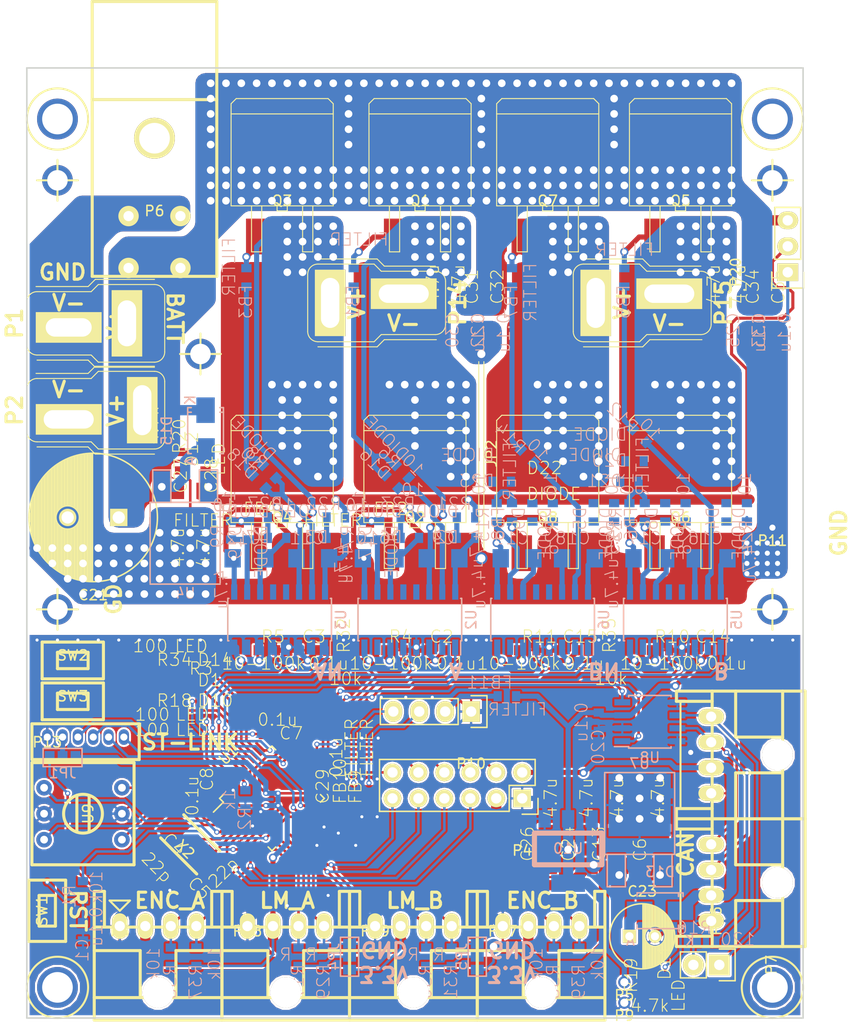
<source format=kicad_pcb>
(kicad_pcb (version 4) (host pcbnew 4.0.5)
  (layers (0 F.Cu signal) (31 B.Cu signal) (34 B.Paste user) (35 F.Paste user) (36 B.SilkS user) (37 F.SilkS user) (38 B.Mask user) (39 F.Mask user) (44 Edge.Cuts user))
  (net 0 "")
  (net 1 GND)
  (net 2 /NRST)
  (net 3 /OSC_IN)
  (net 4 /OSC_OUT)
  (net 5 +3.3V)
  (net 6 "Net-(C9-Pad1)")
  (net 7 +12V)
  (net 8 GNDPWR)
  (net 9 "Net-(C11-Pad1)")
  (net 10 /OUT_AN)
  (net 11 "Net-(C16-Pad1)")
  (net 12 "Net-(C18-Pad1)")
  (net 13 /OUT_BN)
  (net 14 +BATT)
  (net 15 "Net-(D1-Pad2)")
  (net 16 /ENC_Ab)
  (net 17 /ENC_Aa)
  (net 18 /ENC_Bb)
  (net 19 /ENC_Ba)
  (net 20 /CANL)
  (net 21 "Net-(P7-Pad2)")
  (net 22 /CANH)
  (net 23 /LIMIT_A1)
  (net 24 /LIMIT_A2)
  (net 25 /LIMIT_B1)
  (net 26 /LIMIT_B2)
  (net 27 /USART_RX)
  (net 28 /USART_TX)
  (net 29 /SWDIO)
  (net 30 /SWCLK)
  (net 31 /OUT_A)
  (net 32 /OUT_B)
  (net 33 /BOOT0)
  (net 34 "Net-(R4-Pad1)")
  (net 35 "Net-(R5-Pad1)")
  (net 36 "Net-(R10-Pad1)")
  (net 37 "Net-(R11-Pad1)")
  (net 38 /CAN_RX)
  (net 39 /PWM_A)
  (net 40 /PWM_AN)
  (net 41 /PWM_B)
  (net 42 /PWM_BN)
  (net 43 /CAN_TX)
  (net 44 /GD_12V)
  (net 45 "Net-(FB1-Pad2)")
  (net 46 "Net-(FB2-Pad2)")
  (net 47 "Net-(FB3-Pad2)")
  (net 48 "Net-(FB4-Pad2)")
  (net 49 "Net-(FB5-Pad2)")
  (net 50 "Net-(FB6-Pad2)")
  (net 51 "Net-(FB7-Pad2)")
  (net 52 "Net-(FB8-Pad2)")
  (net 53 "Net-(C10-Pad1)")
  (net 54 "Net-(C12-Pad1)")
  (net 55 "Net-(C17-Pad1)")
  (net 56 "Net-(C19-Pad1)")
  (net 57 "Net-(D10-Pad2)")
  (net 58 "Net-(D11-Pad2)")
  (net 59 "Net-(D12-Pad2)")
  (net 60 "Net-(D2-Pad1)")
  (net 61 "Net-(D3-Pad1)")
  (net 62 "Net-(D4-Pad1)")
  (net 63 "Net-(D5-Pad1)")
  (net 64 "Net-(D6-Pad1)")
  (net 65 "Net-(D7-Pad1)")
  (net 66 "Net-(D8-Pad1)")
  (net 67 "Net-(D9-Pad1)")
  (net 68 /SEL_1)
  (net 69 /SEL_2)
  (net 70 /SEL_4)
  (net 71 "Net-(JP1-Pad2)")
  (net 72 "Net-(C23-Pad1)")
  (net 73 "Net-(D14-Pad2)")
  (net 74 "Net-(C27-Pad1)")
  (net 75 +5V)
  (net 76 /EXIO_0)
  (net 77 /EXIO_1)
  (net 78 /LED_B)
  (net 79 /LED_A)
  (net 80 /SW1)
  (net 81 /SW2)
  (net 82 "Net-(JP4-Pad2)")
  (net 83 "Net-(JP5-Pad2)")
  (net 84 /SEL_8)
  (net 85 "Net-(FB9-Pad1)")
  (net 86 "Net-(FB10-Pad1)")
  (net 87 "Net-(FB11-Pad2)")
  (net 88 /MOTORA_EN)
  (net 89 /MOTORB_EN)
  (net 90 /VALVE_0)
  (net 91 /VALVE_1)
  (net 92 /VALVE_2)
  (net 93 /VALVE_3)
  (net 94 /V_RX)
  (net 95 "Net-(C22-Pad2)")
  (net 96 "Net-(D16-Pad1)")
  (net 97 "Net-(D16-Pad2)")
  (net 98 "Net-(D17-Pad1)")
  (net 99 "Net-(D17-Pad2)")
  (net 100 "Net-(D18-Pad1)")
  (net 101 "Net-(D18-Pad2)")
  (net 102 "Net-(D19-Pad1)")
  (net 103 "Net-(D19-Pad2)")
  (net 104 "Net-(D20-Pad1)")
  (net 105 "Net-(D20-Pad2)")
  (net 106 "Net-(D21-Pad1)")
  (net 107 "Net-(D21-Pad2)")
  (net 108 "Net-(D22-Pad1)")
  (net 109 "Net-(D22-Pad2)")
  (net 110 "Net-(D23-Pad1)")
  (net 111 "Net-(D23-Pad2)")
  (module Capacitors_ThroughHole:C_Radial_D12.5_L25_P5 (layer F.Cu) (at 9 44 180)
    (fp_text reference C21 (at 2.5 -7.6 180) (layer F.SilkS))
    (fp_text value 470u)
    (pad 2 thru_hole circle (at 5 0 180) (size 1.7 1.7) (drill 1.2) (layers *.Cu *.Mask F.SilkS) (net 8 GNDPWR))
    (pad 1 thru_hole rect (at 0 0 180) (size 1.7 1.7) (drill 1.2) (layers *.Cu *.Mask F.SilkS) (net 14 +BATT))
  )
  (module Housings_SOIC:SOIC-8_3.9x4.9mm_Pitch1.27mm (layer B.Cu) (at 61 64)
    (fp_text reference U8 (at 0 3.5) (layer B.SilkS) (effects (justify mirror)))
    (fp_text value MAX3051)
    (pad 1 smd rect (at -2.7 1.905) (size 1.55 0.6) (layers B.Cu B.Paste B.Mask) (net 43 /CAN_TX))
    (pad 2 smd rect (at -2.7 0.635) (size 1.55 0.6) (layers B.Cu B.Paste B.Mask) (net 1 GND))
    (pad 3 smd rect (at -2.7 -0.635) (size 1.55 0.6) (layers B.Cu B.Paste B.Mask) (net 5 +3.3V))
    (pad 4 smd rect (at -2.7 -1.905) (size 1.55 0.6) (layers B.Cu B.Paste B.Mask) (net 38 /CAN_RX))
    (pad 5 smd rect (at 2.7 -1.905) (size 1.55 0.6) (layers B.Cu B.Paste B.Mask) (net 1 GND))
    (pad 6 smd rect (at 2.7 -0.635) (size 1.55 0.6) (layers B.Cu B.Paste B.Mask) (net 20 /CANL))
    (pad 7 smd rect (at 2.7 0.635) (size 1.55 0.6) (layers B.Cu B.Paste B.Mask) (net 22 /CANH))
    (pad 8 smd rect (at 2.7 1.905) (size 1.55 0.6) (layers B.Cu B.Paste B.Mask) (net 1 GND))
  )
  (module Housings_SOIC:SOIC-16_3.9x9.9mm_Pitch1.27mm (layer B.Cu) (at 37.5 54 90)
    (fp_text reference U2 (at 0 6 90) (layer B.SilkS) (effects (justify mirror)))
    (fp_text value SI8234)
    (pad 1 smd rect (at -2.7 4.445 90) (size 1.5 0.6) (layers B.Cu B.Paste B.Mask) (net 39 /PWM_A))
    (pad 2 smd rect (at -2.7 3.175 90) (size 1.5 0.6) (layers B.Cu B.Paste B.Mask))
    (pad 3 smd rect (at -2.7 1.905 90) (size 1.5 0.6) (layers B.Cu B.Paste B.Mask) (net 5 +3.3V))
    (pad 4 smd rect (at -2.7 0.635 90) (size 1.5 0.6) (layers B.Cu B.Paste B.Mask) (net 1 GND))
    (pad 5 smd rect (at -2.7 -0.635 90) (size 1.5 0.6) (layers B.Cu B.Paste B.Mask) (net 88 /MOTORA_EN))
    (pad 6 smd rect (at -2.7 -1.905 90) (size 1.5 0.6) (layers B.Cu B.Paste B.Mask) (net 34 "Net-(R4-Pad1)"))
    (pad 7 smd rect (at -2.7 -3.175 90) (size 1.5 0.6) (layers B.Cu B.Paste B.Mask))
    (pad 8 smd rect (at -2.7 -4.445 90) (size 1.5 0.6) (layers B.Cu B.Paste B.Mask) (net 5 +3.3V))
    (pad 9 smd rect (at 2.7 -4.445 90) (size 1.5 0.6) (layers B.Cu B.Paste B.Mask) (net 8 GNDPWR))
    (pad 10 smd rect (at 2.7 -3.175 90) (size 1.5 0.6) (layers B.Cu B.Paste B.Mask) (net 99 "Net-(D17-Pad2)"))
    (pad 11 smd rect (at 2.7 -1.905 90) (size 1.5 0.6) (layers B.Cu B.Paste B.Mask) (net 53 "Net-(C10-Pad1)"))
    (pad 12 smd rect (at 2.7 -0.635 90) (size 1.5 0.6) (layers B.Cu B.Paste B.Mask))
    (pad 13 smd rect (at 2.7 0.635 90) (size 1.5 0.6) (layers B.Cu B.Paste B.Mask))
    (pad 14 smd rect (at 2.7 1.905 90) (size 1.5 0.6) (layers B.Cu B.Paste B.Mask) (net 31 /OUT_A))
    (pad 15 smd rect (at 2.7 3.175 90) (size 1.5 0.6) (layers B.Cu B.Paste B.Mask) (net 97 "Net-(D16-Pad2)"))
    (pad 16 smd rect (at 2.7 4.445 90) (size 1.5 0.6) (layers B.Cu B.Paste B.Mask) (net 6 "Net-(C9-Pad1)"))
  )
  (module RP_KiCAD_Libs:C1608_WP (layer F.Cu) (at 23.5 57)
    (fp_text reference R5 (at -0.635 -0.635) (layer F.SilkS) (effects (font (size 1.2065 1.2065) (thickness 0.1016)) (justify left bottom)))
    (fp_text value 10-100k (at -4.5 2) (layer F.SilkS) (effects (font (size 1.2065 1.2065) (thickness 0.1016)) (justify left bottom)))
    (pad 1 smd rect (at -0.9 0) (size 0.8 1) (layers F.Cu F.Paste F.Mask) (net 35 "Net-(R5-Pad1)"))
    (pad 2 smd rect (at 0.9 0) (size 0.8 1) (layers F.Cu F.Paste F.Mask) (net 1 GND))
  )
  (module TO_SOT_Packages_SMD:TO-252-2Lead_regu (layer B.Cu) (at 15.5 41)
    (fp_text reference U4 (at 0 10.414) (layer B.SilkS) (effects (justify mirror)))
    (fp_text value LM7812)
    (pad VI smd rect (at -2.286 0) (size 1.651 3.048) (layers B.Cu B.Paste B.Mask) (net 74 "Net-(C27-Pad1)"))
    (pad GND smd rect (at 0 6.35) (size 6.096 6.096) (layers B.Cu B.Paste B.Mask) (net 8 GNDPWR))
    (pad VO smd rect (at 2.286 0) (size 1.651 3.048) (layers B.Cu B.Paste B.Mask) (net 44 /GD_12V))
  )
  (module Housings_QFP:LQFP-48_7x7mm_Pitch0.5mm (layer F.Cu) (at 24 71.5 45)
    (fp_text reference U1 (at 0 -6 45) (layer F.SilkS))
    (fp_text value STM32F103_48)
    (pad 1 smd rect (at -4.35 -2.75 45) (size 1.3 0.25) (layers F.Cu F.Paste F.Mask) (net 5 +3.3V))
    (pad 2 smd rect (at -4.35 -2.25 45) (size 1.3 0.25) (layers F.Cu F.Paste F.Mask) (net 68 /SEL_1))
    (pad 3 smd rect (at -4.35 -1.75 45) (size 1.3 0.25) (layers F.Cu F.Paste F.Mask) (net 69 /SEL_2))
    (pad 4 smd rect (at -4.35 -1.25 45) (size 1.3 0.25) (layers F.Cu F.Paste F.Mask) (net 70 /SEL_4))
    (pad 5 smd rect (at -4.35 -0.75 45) (size 1.3 0.25) (layers F.Cu F.Paste F.Mask) (net 3 /OSC_IN))
    (pad 6 smd rect (at -4.35 -0.25 45) (size 1.3 0.25) (layers F.Cu F.Paste F.Mask) (net 4 /OSC_OUT))
    (pad 7 smd rect (at -4.35 0.25 45) (size 1.3 0.25) (layers F.Cu F.Paste F.Mask) (net 2 /NRST))
    (pad 8 smd rect (at -4.35 0.75 45) (size 1.3 0.25) (layers F.Cu F.Paste F.Mask) (net 1 GND))
    (pad 9 smd rect (at -4.35 1.25 45) (size 1.3 0.25) (layers F.Cu F.Paste F.Mask) (net 5 +3.3V))
    (pad 10 smd rect (at -4.35 1.75 45) (size 1.3 0.25) (layers F.Cu F.Paste F.Mask) (net 17 /ENC_Aa))
    (pad 11 smd rect (at -4.35 2.25 45) (size 1.3 0.25) (layers F.Cu F.Paste F.Mask) (net 16 /ENC_Ab))
    (pad 12 smd rect (at -4.35 2.75 45) (size 1.3 0.25) (layers F.Cu F.Paste F.Mask) (net 23 /LIMIT_A1))
    (pad 13 smd rect (at -2.75 4.35 135) (size 1.3 0.25) (layers F.Cu F.Paste F.Mask) (net 24 /LIMIT_A2))
    (pad 14 smd rect (at -2.25 4.35 135) (size 1.3 0.25) (layers F.Cu F.Paste F.Mask) (net 25 /LIMIT_B1))
    (pad 15 smd rect (at -1.75 4.35 135) (size 1.3 0.25) (layers F.Cu F.Paste F.Mask) (net 26 /LIMIT_B2))
    (pad 16 smd rect (at -1.25 4.35 135) (size 1.3 0.25) (layers F.Cu F.Paste F.Mask) (net 19 /ENC_Ba))
    (pad 17 smd rect (at -0.75 4.35 135) (size 1.3 0.25) (layers F.Cu F.Paste F.Mask) (net 18 /ENC_Bb))
    (pad 18 smd rect (at -0.25 4.35 135) (size 1.3 0.25) (layers F.Cu F.Paste F.Mask) (net 85 "Net-(FB9-Pad1)"))
    (pad 19 smd rect (at 0.25 4.35 135) (size 1.3 0.25) (layers F.Cu F.Paste F.Mask) (net 86 "Net-(FB10-Pad1)"))
    (pad 20 smd rect (at 0.75 4.35 135) (size 1.3 0.25) (layers F.Cu F.Paste F.Mask) (net 84 /SEL_8))
    (pad 21 smd rect (at 1.25 4.35 135) (size 1.3 0.25) (layers F.Cu F.Paste F.Mask) (net 28 /USART_TX))
    (pad 22 smd rect (at 1.75 4.35 135) (size 1.3 0.25) (layers F.Cu F.Paste F.Mask) (net 27 /USART_RX))
    (pad 23 smd rect (at 2.25 4.35 135) (size 1.3 0.25) (layers F.Cu F.Paste F.Mask) (net 1 GND))
    (pad 24 smd rect (at 2.75 4.35 135) (size 1.3 0.25) (layers F.Cu F.Paste F.Mask) (net 5 +3.3V))
    (pad 25 smd rect (at 4.35 2.75 45) (size 1.3 0.25) (layers F.Cu F.Paste F.Mask) (net 90 /VALVE_0))
    (pad 26 smd rect (at 4.35 2.25 45) (size 1.3 0.25) (layers F.Cu F.Paste F.Mask) (net 91 /VALVE_1))
    (pad 27 smd rect (at 4.35 1.75 45) (size 1.3 0.25) (layers F.Cu F.Paste F.Mask) (net 92 /VALVE_2))
    (pad 28 smd rect (at 4.35 1.25 45) (size 1.3 0.25) (layers F.Cu F.Paste F.Mask) (net 93 /VALVE_3))
    (pad 29 smd rect (at 4.35 0.75 45) (size 1.3 0.25) (layers F.Cu F.Paste F.Mask) (net 89 /MOTORB_EN))
    (pad 30 smd rect (at 4.35 0.25 45) (size 1.3 0.25) (layers F.Cu F.Paste F.Mask) (net 88 /MOTORA_EN))
    (pad 31 smd rect (at 4.35 -0.25 45) (size 1.3 0.25) (layers F.Cu F.Paste F.Mask) (net 94 /V_RX))
    (pad 32 smd rect (at 4.35 -0.75 45) (size 1.3 0.25) (layers F.Cu F.Paste F.Mask) (net 38 /CAN_RX))
    (pad 33 smd rect (at 4.35 -1.25 45) (size 1.3 0.25) (layers F.Cu F.Paste F.Mask) (net 43 /CAN_TX))
    (pad 34 smd rect (at 4.35 -1.75 45) (size 1.3 0.25) (layers F.Cu F.Paste F.Mask) (net 29 /SWDIO))
    (pad 35 smd rect (at 4.35 -2.25 45) (size 1.3 0.25) (layers F.Cu F.Paste F.Mask) (net 1 GND))
    (pad 36 smd rect (at 4.35 -2.75 45) (size 1.3 0.25) (layers F.Cu F.Paste F.Mask) (net 5 +3.3V))
    (pad 37 smd rect (at 2.75 -4.35 135) (size 1.3 0.25) (layers F.Cu F.Paste F.Mask) (net 30 /SWCLK))
    (pad 38 smd rect (at 2.25 -4.35 135) (size 1.3 0.25) (layers F.Cu F.Paste F.Mask) (net 79 /LED_A))
    (pad 39 smd rect (at 1.75 -4.35 135) (size 1.3 0.25) (layers F.Cu F.Paste F.Mask) (net 78 /LED_B))
    (pad 40 smd rect (at 1.25 -4.35 135) (size 1.3 0.25) (layers F.Cu F.Paste F.Mask) (net 80 /SW1))
    (pad 41 smd rect (at 0.75 -4.35 135) (size 1.3 0.25) (layers F.Cu F.Paste F.Mask) (net 81 /SW2))
    (pad 42 smd rect (at 0.25 -4.35 135) (size 1.3 0.25) (layers F.Cu F.Paste F.Mask) (net 41 /PWM_B))
    (pad 43 smd rect (at -0.25 -4.35 135) (size 1.3 0.25) (layers F.Cu F.Paste F.Mask) (net 42 /PWM_BN))
    (pad 44 smd rect (at -0.75 -4.35 135) (size 1.3 0.25) (layers F.Cu F.Paste F.Mask) (net 33 /BOOT0))
    (pad 45 smd rect (at -1.25 -4.35 135) (size 1.3 0.25) (layers F.Cu F.Paste F.Mask) (net 39 /PWM_A))
    (pad 46 smd rect (at -1.75 -4.35 135) (size 1.3 0.25) (layers F.Cu F.Paste F.Mask) (net 40 /PWM_AN))
    (pad 47 smd rect (at -2.25 -4.35 135) (size 1.3 0.25) (layers F.Cu F.Paste F.Mask) (net 1 GND))
    (pad 48 smd rect (at -2.75 -4.35 135) (size 1.3 0.25) (layers F.Cu F.Paste F.Mask) (net 5 +3.3V))
  )
  (module Capacitors_ThroughHole:C_Radial_D6.3_L11.2_P2.5 (layer F.Cu) (at 59 85)
    (fp_text reference C23 (at 1.25 -4.4) (layer F.SilkS))
    (fp_text value 100u)
    (pad 2 thru_hole circle (at 2.5 0) (size 1.3 1.3) (drill 0.8) (layers *.Cu *.Mask F.SilkS) (net 1 GND))
    (pad 1 thru_hole rect (at 0 0) (size 1.3 1.3) (drill 0.8) (layers *.Cu *.Mask F.SilkS) (net 72 "Net-(C23-Pad1)"))
  )
  (module RP_KiCAD_Libs:C3216 (layer B.Cu) (at 40.75 48 180)
    (fp_text reference C9 (at -1.27 1.27 180) (layer B.SilkS) (effects (font (size 1.2065 1.2065) (thickness 0.1016)) (justify left bottom mirror)))
    (fp_text value 4.7u (at -4 3 270) (layer B.SilkS) (effects (font (size 1.2065 1.2065) (thickness 0.1016)) (justify left bottom mirror)))
    (pad 1 smd rect (at -1.6 0 180) (size 1.6 1.8) (layers B.Cu B.Paste B.Mask) (net 6 "Net-(C9-Pad1)"))
    (pad 2 smd rect (at 1.6 0 180) (size 1.6 1.8) (layers B.Cu B.Paste B.Mask) (net 31 /OUT_A))
  )
  (module RP_KiCAD_Libs:C3216 (layer B.Cu) (at 34.5 48 180)
    (fp_text reference C10 (at -1.27 1.27 180) (layer B.SilkS) (effects (font (size 1.2065 1.2065) (thickness 0.1016)) (justify left bottom mirror)))
    (fp_text value 4.7u (at 3 1.5 270) (layer B.SilkS) (effects (font (size 1.2065 1.2065) (thickness 0.1016)) (justify left bottom mirror)))
    (pad 1 smd rect (at -1.6 0 180) (size 1.6 1.8) (layers B.Cu B.Paste B.Mask) (net 53 "Net-(C10-Pad1)"))
    (pad 2 smd rect (at 1.6 0 180) (size 1.6 1.8) (layers B.Cu B.Paste B.Mask) (net 8 GNDPWR))
  )
  (module RP_KiCAD_Libs:C3216 (layer B.Cu) (at 28 48 180)
    (fp_text reference C11 (at -1.27 1.27 180) (layer B.SilkS) (effects (font (size 1.2065 1.2065) (thickness 0.1016)) (justify left bottom mirror)))
    (fp_text value 4.7u (at -4 1.5 270) (layer B.SilkS) (effects (font (size 1.2065 1.2065) (thickness 0.1016)) (justify left bottom mirror)))
    (pad 1 smd rect (at -1.6 0 180) (size 1.6 1.8) (layers B.Cu B.Paste B.Mask) (net 9 "Net-(C11-Pad1)"))
    (pad 2 smd rect (at 1.6 0 180) (size 1.6 1.8) (layers B.Cu B.Paste B.Mask) (net 10 /OUT_AN))
  )
  (module RP_KiCAD_Libs:C3216 (layer B.Cu) (at 21.75 48 180)
    (fp_text reference C12 (at -1.27 1.27 180) (layer B.SilkS) (effects (font (size 1.2065 1.2065) (thickness 0.1016)) (justify left bottom mirror)))
    (fp_text value 4.7u (at 2 -1 270) (layer B.SilkS) (effects (font (size 1.2065 1.2065) (thickness 0.1016)) (justify left bottom mirror)))
    (pad 1 smd rect (at -1.6 0 180) (size 1.6 1.8) (layers B.Cu B.Paste B.Mask) (net 54 "Net-(C12-Pad1)"))
    (pad 2 smd rect (at 1.6 0 180) (size 1.6 1.8) (layers B.Cu B.Paste B.Mask) (net 8 GNDPWR))
  )
  (module RP_KiCAD_Libs:C3216 (layer B.Cu) (at 67 48 180)
    (fp_text reference C16 (at -1.27 1.27 180) (layer B.SilkS) (effects (font (size 1.2065 1.2065) (thickness 0.1016)) (justify left bottom mirror)))
    (fp_text value 4.7u (at -4.5 1.5 270) (layer B.SilkS) (effects (font (size 1.2065 1.2065) (thickness 0.1016)) (justify left bottom mirror)))
    (pad 1 smd rect (at -1.6 0 180) (size 1.6 1.8) (layers B.Cu B.Paste B.Mask) (net 11 "Net-(C16-Pad1)"))
    (pad 2 smd rect (at 1.6 0 180) (size 1.6 1.8) (layers B.Cu B.Paste B.Mask) (net 32 /OUT_B))
  )
  (module RP_KiCAD_Libs:C3216 (layer B.Cu) (at 61 48 180)
    (fp_text reference C17 (at -1.27 1.27 180) (layer B.SilkS) (effects (font (size 1.2065 1.2065) (thickness 0.1016)) (justify left bottom mirror)))
    (fp_text value 4.7u (at 3 -1 270) (layer B.SilkS) (effects (font (size 1.2065 1.2065) (thickness 0.1016)) (justify left bottom mirror)))
    (pad 1 smd rect (at -1.6 0 180) (size 1.6 1.8) (layers B.Cu B.Paste B.Mask) (net 55 "Net-(C17-Pad1)"))
    (pad 2 smd rect (at 1.6 0 180) (size 1.6 1.8) (layers B.Cu B.Paste B.Mask) (net 8 GNDPWR))
  )
  (module RP_KiCAD_Libs:C3216 (layer B.Cu) (at 54 48 180)
    (fp_text reference C18 (at -1.27 1.27 180) (layer B.SilkS) (effects (font (size 1.2065 1.2065) (thickness 0.1016)) (justify left bottom mirror)))
    (fp_text value 4.7u (at -4 3 270) (layer B.SilkS) (effects (font (size 1.2065 1.2065) (thickness 0.1016)) (justify left bottom mirror)))
    (pad 1 smd rect (at -1.6 0 180) (size 1.6 1.8) (layers B.Cu B.Paste B.Mask) (net 12 "Net-(C18-Pad1)"))
    (pad 2 smd rect (at 1.6 0 180) (size 1.6 1.8) (layers B.Cu B.Paste B.Mask))
  )
  (module RP_KiCAD_Libs:C3216 (layer B.Cu) (at 48 48 180)
    (fp_text reference C19 (at -1.27 1.27 180) (layer B.SilkS) (effects (font (size 1.2065 1.2065) (thickness 0.1016)) (justify left bottom mirror)))
    (fp_text value 4.7u (at 3 -1 270) (layer B.SilkS) (effects (font (size 1.2065 1.2065) (thickness 0.1016)) (justify left bottom mirror)))
    (pad 1 smd rect (at -1.6 0 180) (size 1.6 1.8) (layers B.Cu B.Paste B.Mask) (net 56 "Net-(C19-Pad1)"))
    (pad 2 smd rect (at 1.6 0 180) (size 1.6 1.8) (layers B.Cu B.Paste B.Mask) (net 8 GNDPWR))
  )
  (module Pin_Headers:Pin_Header_Straight_1x02 (layer F.Cu) (at 67.8 87.8 270)
    (fp_text reference P7 (at 0 -5.1 270) (layer F.SilkS))
    (fp_text value CONN_01X02)
    (pad 1 thru_hole rect (at 0 0 270) (size 2.032 2.032) (drill 1.016) (layers *.Cu *.Mask F.SilkS) (net 20 /CANL))
    (pad 2 thru_hole oval (at 0 2.54 270) (size 2.032 2.032) (drill 1.016) (layers *.Cu *.Mask F.SilkS) (net 21 "Net-(P7-Pad2)"))
  )
  (module Housings_SOIC:SOIC-16_3.9x9.9mm_Pitch1.27mm (layer B.Cu) (at 24.75 54 90)
    (fp_text reference U3 (at 0 6 90) (layer B.SilkS) (effects (justify mirror)))
    (fp_text value SI8234)
    (pad 1 smd rect (at -2.7 4.445 90) (size 1.5 0.6) (layers B.Cu B.Paste B.Mask) (net 40 /PWM_AN))
    (pad 2 smd rect (at -2.7 3.175 90) (size 1.5 0.6) (layers B.Cu B.Paste B.Mask))
    (pad 3 smd rect (at -2.7 1.905 90) (size 1.5 0.6) (layers B.Cu B.Paste B.Mask) (net 5 +3.3V))
    (pad 4 smd rect (at -2.7 0.635 90) (size 1.5 0.6) (layers B.Cu B.Paste B.Mask) (net 1 GND))
    (pad 5 smd rect (at -2.7 -0.635 90) (size 1.5 0.6) (layers B.Cu B.Paste B.Mask) (net 88 /MOTORA_EN))
    (pad 6 smd rect (at -2.7 -1.905 90) (size 1.5 0.6) (layers B.Cu B.Paste B.Mask) (net 35 "Net-(R5-Pad1)"))
    (pad 7 smd rect (at -2.7 -3.175 90) (size 1.5 0.6) (layers B.Cu B.Paste B.Mask))
    (pad 8 smd rect (at -2.7 -4.445 90) (size 1.5 0.6) (layers B.Cu B.Paste B.Mask) (net 5 +3.3V))
    (pad 9 smd rect (at 2.7 -4.445 90) (size 1.5 0.6) (layers B.Cu B.Paste B.Mask) (net 8 GNDPWR))
    (pad 10 smd rect (at 2.7 -3.175 90) (size 1.5 0.6) (layers B.Cu B.Paste B.Mask) (net 103 "Net-(D19-Pad2)"))
    (pad 11 smd rect (at 2.7 -1.905 90) (size 1.5 0.6) (layers B.Cu B.Paste B.Mask) (net 54 "Net-(C12-Pad1)"))
    (pad 12 smd rect (at 2.7 -0.635 90) (size 1.5 0.6) (layers B.Cu B.Paste B.Mask))
    (pad 13 smd rect (at 2.7 0.635 90) (size 1.5 0.6) (layers B.Cu B.Paste B.Mask))
    (pad 14 smd rect (at 2.7 1.905 90) (size 1.5 0.6) (layers B.Cu B.Paste B.Mask) (net 10 /OUT_AN))
    (pad 15 smd rect (at 2.7 3.175 90) (size 1.5 0.6) (layers B.Cu B.Paste B.Mask) (net 101 "Net-(D18-Pad2)"))
    (pad 16 smd rect (at 2.7 4.445 90) (size 1.5 0.6) (layers B.Cu B.Paste B.Mask) (net 9 "Net-(C11-Pad1)"))
  )
  (module Housings_SOIC:SOIC-16_3.9x9.9mm_Pitch1.27mm (layer B.Cu) (at 63.5 54 90)
    (fp_text reference U5 (at 0 6 90) (layer B.SilkS) (effects (justify mirror)))
    (fp_text value SI8234)
    (pad 1 smd rect (at -2.7 4.445 90) (size 1.5 0.6) (layers B.Cu B.Paste B.Mask) (net 41 /PWM_B))
    (pad 2 smd rect (at -2.7 3.175 90) (size 1.5 0.6) (layers B.Cu B.Paste B.Mask))
    (pad 3 smd rect (at -2.7 1.905 90) (size 1.5 0.6) (layers B.Cu B.Paste B.Mask) (net 5 +3.3V))
    (pad 4 smd rect (at -2.7 0.635 90) (size 1.5 0.6) (layers B.Cu B.Paste B.Mask) (net 1 GND))
    (pad 5 smd rect (at -2.7 -0.635 90) (size 1.5 0.6) (layers B.Cu B.Paste B.Mask) (net 89 /MOTORB_EN))
    (pad 6 smd rect (at -2.7 -1.905 90) (size 1.5 0.6) (layers B.Cu B.Paste B.Mask) (net 36 "Net-(R10-Pad1)"))
    (pad 7 smd rect (at -2.7 -3.175 90) (size 1.5 0.6) (layers B.Cu B.Paste B.Mask))
    (pad 8 smd rect (at -2.7 -4.445 90) (size 1.5 0.6) (layers B.Cu B.Paste B.Mask) (net 5 +3.3V))
    (pad 9 smd rect (at 2.7 -4.445 90) (size 1.5 0.6) (layers B.Cu B.Paste B.Mask) (net 8 GNDPWR))
    (pad 10 smd rect (at 2.7 -3.175 90) (size 1.5 0.6) (layers B.Cu B.Paste B.Mask) (net 107 "Net-(D21-Pad2)"))
    (pad 11 smd rect (at 2.7 -1.905 90) (size 1.5 0.6) (layers B.Cu B.Paste B.Mask) (net 55 "Net-(C17-Pad1)"))
    (pad 12 smd rect (at 2.7 -0.635 90) (size 1.5 0.6) (layers B.Cu B.Paste B.Mask))
    (pad 13 smd rect (at 2.7 0.635 90) (size 1.5 0.6) (layers B.Cu B.Paste B.Mask))
    (pad 14 smd rect (at 2.7 1.905 90) (size 1.5 0.6) (layers B.Cu B.Paste B.Mask) (net 32 /OUT_B))
    (pad 15 smd rect (at 2.7 3.175 90) (size 1.5 0.6) (layers B.Cu B.Paste B.Mask) (net 105 "Net-(D20-Pad2)"))
    (pad 16 smd rect (at 2.7 4.445 90) (size 1.5 0.6) (layers B.Cu B.Paste B.Mask) (net 11 "Net-(C16-Pad1)"))
  )
  (module Housings_SOIC:SOIC-16_3.9x9.9mm_Pitch1.27mm (layer B.Cu) (at 50.5 54 90)
    (fp_text reference U6 (at 0 6 90) (layer B.SilkS) (effects (justify mirror)))
    (fp_text value SI8234)
    (pad 1 smd rect (at -2.7 4.445 90) (size 1.5 0.6) (layers B.Cu B.Paste B.Mask) (net 42 /PWM_BN))
    (pad 2 smd rect (at -2.7 3.175 90) (size 1.5 0.6) (layers B.Cu B.Paste B.Mask))
    (pad 3 smd rect (at -2.7 1.905 90) (size 1.5 0.6) (layers B.Cu B.Paste B.Mask) (net 5 +3.3V))
    (pad 4 smd rect (at -2.7 0.635 90) (size 1.5 0.6) (layers B.Cu B.Paste B.Mask) (net 1 GND))
    (pad 5 smd rect (at -2.7 -0.635 90) (size 1.5 0.6) (layers B.Cu B.Paste B.Mask) (net 89 /MOTORB_EN))
    (pad 6 smd rect (at -2.7 -1.905 90) (size 1.5 0.6) (layers B.Cu B.Paste B.Mask) (net 37 "Net-(R11-Pad1)"))
    (pad 7 smd rect (at -2.7 -3.175 90) (size 1.5 0.6) (layers B.Cu B.Paste B.Mask))
    (pad 8 smd rect (at -2.7 -4.445 90) (size 1.5 0.6) (layers B.Cu B.Paste B.Mask) (net 5 +3.3V))
    (pad 9 smd rect (at 2.7 -4.445 90) (size 1.5 0.6) (layers B.Cu B.Paste B.Mask) (net 8 GNDPWR))
    (pad 10 smd rect (at 2.7 -3.175 90) (size 1.5 0.6) (layers B.Cu B.Paste B.Mask) (net 111 "Net-(D23-Pad2)"))
    (pad 11 smd rect (at 2.7 -1.905 90) (size 1.5 0.6) (layers B.Cu B.Paste B.Mask) (net 56 "Net-(C19-Pad1)"))
    (pad 12 smd rect (at 2.7 -0.635 90) (size 1.5 0.6) (layers B.Cu B.Paste B.Mask))
    (pad 13 smd rect (at 2.7 0.635 90) (size 1.5 0.6) (layers B.Cu B.Paste B.Mask))
    (pad 14 smd rect (at 2.7 1.905 90) (size 1.5 0.6) (layers B.Cu B.Paste B.Mask))
    (pad 15 smd rect (at 2.7 3.175 90) (size 1.5 0.6) (layers B.Cu B.Paste B.Mask) (net 109 "Net-(D22-Pad2)"))
    (pad 16 smd rect (at 2.7 4.445 90) (size 1.5 0.6) (layers B.Cu B.Paste B.Mask) (net 12 "Net-(C18-Pad1)"))
  )
  (module RP_KiCAD_Libs:C3216 (layer F.Cu) (at 14.5 43 270)
    (fp_text reference C27 (at -1.27 -1.27 270) (layer F.SilkS) (effects (font (size 1.2065 1.2065) (thickness 0.1016)) (justify left bottom)))
    (fp_text value 4.7u (at 6 -1 270) (layer F.SilkS) (effects (font (size 1.2065 1.2065) (thickness 0.1016)) (justify left bottom)))
    (pad 1 smd rect (at -1.6 0 270) (size 1.6 1.8) (layers F.Cu F.Paste F.Mask) (net 74 "Net-(C27-Pad1)"))
    (pad 2 smd rect (at 1.6 0 270) (size 1.6 1.8) (layers F.Cu F.Paste F.Mask) (net 8 GNDPWR))
  )
  (module RP_KiCAD_Libs:C3216 (layer F.Cu) (at 17.5 43 270)
    (fp_text reference C28 (at -1.27 -1.27 270) (layer F.SilkS) (effects (font (size 1.2065 1.2065) (thickness 0.1016)) (justify left bottom)))
    (fp_text value 4.7u (at 6 -0.5 270) (layer F.SilkS) (effects (font (size 1.2065 1.2065) (thickness 0.1016)) (justify left bottom)))
    (pad 1 smd rect (at -1.6 0 270) (size 1.6 1.8) (layers F.Cu F.Paste F.Mask) (net 44 /GD_12V))
    (pad 2 smd rect (at 1.6 0 270) (size 1.6 1.8) (layers F.Cu F.Paste F.Mask) (net 8 GNDPWR))
  )
  (module RP_KiCAD_Libs:C1608_WP (layer B.Cu) (at 5.5 84.5 90)
    (fp_text reference C1 (at -0.635 0.635 90) (layer B.SilkS) (effects (font (size 1.2065 1.2065) (thickness 0.1016)) (justify left bottom mirror)))
    (fp_text value 0.1u (at 2.5 2 270) (layer B.SilkS) (effects (font (size 1.2065 1.2065) (thickness 0.1016)) (justify left bottom mirror)))
    (pad 1 smd rect (at -0.9 0 90) (size 0.8 1) (layers B.Cu B.Paste B.Mask) (net 1 GND))
    (pad 2 smd rect (at 0.9 0 90) (size 0.8 1) (layers B.Cu B.Paste B.Mask) (net 2 /NRST))
  )
  (module RP_KiCAD_Libs:C1608_WP (layer F.Cu) (at 40 57)
    (fp_text reference C2 (at -0.635 -0.635) (layer F.SilkS) (effects (font (size 1.2065 1.2065) (thickness 0.1016)) (justify left bottom)))
    (fp_text value 0.1u (at 0 2) (layer F.SilkS) (effects (font (size 1.2065 1.2065) (thickness 0.1016)) (justify left bottom)))
    (pad 1 smd rect (at -0.9 0) (size 0.8 1) (layers F.Cu F.Paste F.Mask) (net 1 GND))
    (pad 2 smd rect (at 0.9 0) (size 0.8 1) (layers F.Cu F.Paste F.Mask) (net 5 +3.3V))
  )
  (module RP_KiCAD_Libs:C1608_WP (layer F.Cu) (at 13 76.5 315)
    (fp_text reference C4 (at -0.635 -0.635 315) (layer F.SilkS) (effects (font (size 1.2065 1.2065) (thickness 0.1016)) (justify left bottom)))
    (fp_text value 22p (at -0.707107 2.12132 315) (layer F.SilkS) (effects (font (size 1.2065 1.2065) (thickness 0.1016)) (justify left bottom)))
    (pad 1 smd rect (at -0.9 0 315) (size 0.8 1) (layers F.Cu F.Paste F.Mask) (net 3 /OSC_IN))
    (pad 2 smd rect (at 0.9 0 315) (size 0.8 1) (layers F.Cu F.Paste F.Mask) (net 1 GND))
  )
  (module RP_KiCAD_Libs:C1608_WP (layer F.Cu) (at 15.5 79 135)
    (fp_text reference C5 (at -0.635 -0.635 135) (layer F.SilkS) (effects (font (size 1.2065 1.2065) (thickness 0.1016)) (justify left bottom)))
    (fp_text value 22p (at -3.181981 1.06066 225) (layer F.SilkS) (effects (font (size 1.2065 1.2065) (thickness 0.1016)) (justify left bottom)))
    (pad 1 smd rect (at -0.9 0 135) (size 0.8 1) (layers F.Cu F.Paste F.Mask) (net 4 /OSC_OUT))
    (pad 2 smd rect (at 0.9 0 135) (size 0.8 1) (layers F.Cu F.Paste F.Mask) (net 1 GND))
  )
  (module RP_KiCAD_Libs:C1608_WP (layer F.Cu) (at 24 65.2 180)
    (fp_text reference C7 (at -0.635 -0.635 180) (layer F.SilkS) (effects (font (size 1.2065 1.2065) (thickness 0.1016)) (justify left bottom)))
    (fp_text value 0.1u (at 1.5 0.7 180) (layer F.SilkS) (effects (font (size 1.2065 1.2065) (thickness 0.1016)) (justify left bottom)))
    (pad 1 smd rect (at -0.9 0 180) (size 0.8 1) (layers F.Cu F.Paste F.Mask) (net 1 GND))
    (pad 2 smd rect (at 0.9 0 180) (size 0.8 1) (layers F.Cu F.Paste F.Mask) (net 5 +3.3V))
  )
  (module RP_KiCAD_Libs:C1608_WP (layer F.Cu) (at 17.7 71.5 270)
    (fp_text reference C8 (at -0.635 -0.635 270) (layer F.SilkS) (effects (font (size 1.2065 1.2065) (thickness 0.1016)) (justify left bottom)))
    (fp_text value 0.1u (at 1.8 0.8 270) (layer F.SilkS) (effects (font (size 1.2065 1.2065) (thickness 0.1016)) (justify left bottom)))
    (pad 1 smd rect (at -0.9 0 270) (size 0.8 1) (layers F.Cu F.Paste F.Mask) (net 1 GND))
    (pad 2 smd rect (at 0.9 0 270) (size 0.8 1) (layers F.Cu F.Paste F.Mask) (net 5 +3.3V))
  )
  (module RP_KiCAD_Libs:C1608_WP (layer F.Cu) (at 66 57)
    (fp_text reference C14 (at -0.635 -0.635) (layer F.SilkS) (effects (font (size 1.2065 1.2065) (thickness 0.1016)) (justify left bottom)))
    (fp_text value 0.1u (at 0.5 2) (layer F.SilkS) (effects (font (size 1.2065 1.2065) (thickness 0.1016)) (justify left bottom)))
    (pad 1 smd rect (at -0.9 0) (size 0.8 1) (layers F.Cu F.Paste F.Mask) (net 1 GND))
    (pad 2 smd rect (at 0.9 0) (size 0.8 1) (layers F.Cu F.Paste F.Mask) (net 5 +3.3V))
  )
  (module RP_KiCAD_Libs:C1608_WP (layer F.Cu) (at 53 57)
    (fp_text reference C15 (at -0.635 -0.635) (layer F.SilkS) (effects (font (size 1.2065 1.2065) (thickness 0.1016)) (justify left bottom)))
    (fp_text value 0.1u (at -0.5 2) (layer F.SilkS) (effects (font (size 1.2065 1.2065) (thickness 0.1016)) (justify left bottom)))
    (pad 1 smd rect (at -0.9 0) (size 0.8 1) (layers F.Cu F.Paste F.Mask) (net 1 GND))
    (pad 2 smd rect (at 0.9 0) (size 0.8 1) (layers F.Cu F.Paste F.Mask) (net 5 +3.3V))
  )
  (module RP_KiCAD_Libs:C1608_WP (layer B.Cu) (at 5.5 80.5 270)
    (fp_text reference R1 (at -0.635 0.635 270) (layer B.SilkS) (effects (font (size 1.2065 1.2065) (thickness 0.1016)) (justify left bottom mirror)))
    (fp_text value 10k (at -2 -2 270) (layer B.SilkS) (effects (font (size 1.2065 1.2065) (thickness 0.1016)) (justify left bottom mirror)))
    (pad 1 smd rect (at -0.9 0 270) (size 0.8 1) (layers B.Cu B.Paste B.Mask) (net 5 +3.3V))
    (pad 2 smd rect (at 0.9 0 270) (size 0.8 1) (layers B.Cu B.Paste B.Mask) (net 2 /NRST))
  )
  (module RP_KiCAD_Libs:C1608_WP (layer B.Cu) (at 21.4 71.6 90)
    (fp_text reference R2 (at -0.635 0.635 90) (layer B.SilkS) (effects (font (size 1.2065 1.2065) (thickness 0.1016)) (justify left bottom mirror)))
    (fp_text value 1k (at 1.1 -0.9 90) (layer B.SilkS) (effects (font (size 1.2065 1.2065) (thickness 0.1016)) (justify left bottom mirror)))
    (pad 1 smd rect (at -0.9 0 90) (size 0.8 1) (layers B.Cu B.Paste B.Mask) (net 1 GND))
    (pad 2 smd rect (at 0.9 0 90) (size 0.8 1) (layers B.Cu B.Paste B.Mask) (net 33 /BOOT0))
  )
  (module RP_KiCAD_Libs:C1608_WP (layer F.Cu) (at 12 60 180)
    (fp_text reference R3 (at -3.81 0.508 180) (layer F.SilkS) (effects (font (size 1.2065 1.2065) (thickness 0.1016)) (justify left bottom)))
    (fp_text value 100 (at 1.5 -4 180) (layer F.SilkS) (effects (font (size 1.2065 1.2065) (thickness 0.1016)) (justify left bottom)))
    (pad 1 smd rect (at -0.9 0 180) (size 0.8 1) (layers F.Cu F.Paste F.Mask) (net 15 "Net-(D1-Pad2)"))
    (pad 2 smd rect (at 0.9 0 180) (size 0.8 1) (layers F.Cu F.Paste F.Mask) (net 1 GND))
  )
  (module RP_KiCAD_Libs:C1608_WP (layer F.Cu) (at 36 57)
    (fp_text reference R4 (at -0.635 -0.635) (layer F.SilkS) (effects (font (size 1.2065 1.2065) (thickness 0.1016)) (justify left bottom)))
    (fp_text value 10-100k (at -4.5 2) (layer F.SilkS) (effects (font (size 1.2065 1.2065) (thickness 0.1016)) (justify left bottom)))
    (pad 1 smd rect (at -0.9 0) (size 0.8 1) (layers F.Cu F.Paste F.Mask) (net 34 "Net-(R4-Pad1)"))
    (pad 2 smd rect (at 0.9 0) (size 0.8 1) (layers F.Cu F.Paste F.Mask) (net 1 GND))
  )
  (module RP_KiCAD_Libs:C1608_WP (layer B.Cu) (at 36.75 39.5 315)
    (fp_text reference R6 (at -0.635 0.635 315) (layer B.SilkS) (effects (font (size 1.2065 1.2065) (thickness 0.1016)) (justify left bottom mirror)))
    (fp_text value 10 (at 1.5 -0.5 315) (layer B.SilkS) (effects (font (size 1.2065 1.2065) (thickness 0.1016)) (justify left bottom mirror)))
    (pad 1 smd rect (at -0.9 0 315) (size 0.8 1) (layers B.Cu B.Paste B.Mask) (net 96 "Net-(D16-Pad1)"))
    (pad 2 smd rect (at 0.9 0 315) (size 0.8 1) (layers B.Cu B.Paste B.Mask) (net 97 "Net-(D16-Pad2)"))
  )
  (module RP_KiCAD_Libs:C1608_WP (layer B.Cu) (at 32.75 45.25 270)
    (fp_text reference R7 (at -0.635 0.635 270) (layer B.SilkS) (effects (font (size 1.2065 1.2065) (thickness 0.1016)) (justify left bottom mirror)))
    (fp_text value 10 (at -4 -0.5 270) (layer B.SilkS) (effects (font (size 1.2065 1.2065) (thickness 0.1016)) (justify left bottom mirror)))
    (pad 1 smd rect (at -0.9 0 270) (size 0.8 1) (layers B.Cu B.Paste B.Mask) (net 98 "Net-(D17-Pad1)"))
    (pad 2 smd rect (at 0.9 0 270) (size 0.8 1) (layers B.Cu B.Paste B.Mask) (net 99 "Net-(D17-Pad2)"))
  )
  (module RP_KiCAD_Libs:C1608_WP (layer B.Cu) (at 23.75 39.5 315)
    (fp_text reference R8 (at -0.635 0.635 315) (layer B.SilkS) (effects (font (size 1.2065 1.2065) (thickness 0.1016)) (justify left bottom mirror)))
    (fp_text value 10 (at -1 1 315) (layer B.SilkS) (effects (font (size 1.2065 1.2065) (thickness 0.1016)) (justify left bottom mirror)))
    (pad 1 smd rect (at -0.9 0 315) (size 0.8 1) (layers B.Cu B.Paste B.Mask) (net 100 "Net-(D18-Pad1)"))
    (pad 2 smd rect (at 0.9 0 315) (size 0.8 1) (layers B.Cu B.Paste B.Mask) (net 101 "Net-(D18-Pad2)"))
  )
  (module RP_KiCAD_Libs:C1608_WP (layer B.Cu) (at 20 45.25 270)
    (fp_text reference R9 (at -0.635 0.635 270) (layer B.SilkS) (effects (font (size 1.2065 1.2065) (thickness 0.1016)) (justify left bottom mirror)))
    (fp_text value 10 (at -4 -0.5 270) (layer B.SilkS) (effects (font (size 1.2065 1.2065) (thickness 0.1016)) (justify left bottom mirror)))
    (pad 1 smd rect (at -0.9 0 270) (size 0.8 1) (layers B.Cu B.Paste B.Mask) (net 102 "Net-(D19-Pad1)"))
    (pad 2 smd rect (at 0.9 0 270) (size 0.8 1) (layers B.Cu B.Paste B.Mask) (net 103 "Net-(D19-Pad2)"))
  )
  (module RP_KiCAD_Libs:C1608_WP (layer F.Cu) (at 62 57)
    (fp_text reference R10 (at -0.635 -0.635) (layer F.SilkS) (effects (font (size 1.2065 1.2065) (thickness 0.1016)) (justify left bottom)))
    (fp_text value 10-100k (at -4 2) (layer F.SilkS) (effects (font (size 1.2065 1.2065) (thickness 0.1016)) (justify left bottom)))
    (pad 1 smd rect (at -0.9 0) (size 0.8 1) (layers F.Cu F.Paste F.Mask) (net 36 "Net-(R10-Pad1)"))
    (pad 2 smd rect (at 0.9 0) (size 0.8 1) (layers F.Cu F.Paste F.Mask) (net 1 GND))
  )
  (module RP_KiCAD_Libs:C1608_WP (layer F.Cu) (at 49 57)
    (fp_text reference R11 (at -0.635 -0.635) (layer F.SilkS) (effects (font (size 1.2065 1.2065) (thickness 0.1016)) (justify left bottom)))
    (fp_text value 10-100k (at -5 2) (layer F.SilkS) (effects (font (size 1.2065 1.2065) (thickness 0.1016)) (justify left bottom)))
    (pad 1 smd rect (at -0.9 0) (size 0.8 1) (layers F.Cu F.Paste F.Mask) (net 37 "Net-(R11-Pad1)"))
    (pad 2 smd rect (at 0.9 0) (size 0.8 1) (layers F.Cu F.Paste F.Mask) (net 1 GND))
  )
  (module RP_KiCAD_Libs:C1608_WP (layer B.Cu) (at 60 36 315)
    (fp_text reference R12 (at -0.635 0.635 315) (layer B.SilkS) (effects (font (size 1.2065 1.2065) (thickness 0.1016)) (justify left bottom mirror)))
    (fp_text value 10 (at 1.5 -0.5 315) (layer B.SilkS) (effects (font (size 1.2065 1.2065) (thickness 0.1016)) (justify left bottom mirror)))
    (pad 1 smd rect (at -0.9 0 315) (size 0.8 1) (layers B.Cu B.Paste B.Mask) (net 104 "Net-(D20-Pad1)"))
    (pad 2 smd rect (at 0.9 0 315) (size 0.8 1) (layers B.Cu B.Paste B.Mask) (net 105 "Net-(D20-Pad2)"))
  )
  (module RP_KiCAD_Libs:C1608_WP (layer B.Cu) (at 59 43.5 270)
    (fp_text reference R13 (at -0.635 0.635 270) (layer B.SilkS) (effects (font (size 1.2065 1.2065) (thickness 0.1016)) (justify left bottom mirror)))
    (fp_text value 10 (at -4 -0.5 270) (layer B.SilkS) (effects (font (size 1.2065 1.2065) (thickness 0.1016)) (justify left bottom mirror)))
    (pad 1 smd rect (at -0.9 0 270) (size 0.8 1) (layers B.Cu B.Paste B.Mask) (net 106 "Net-(D21-Pad1)"))
    (pad 2 smd rect (at 0.9 0 270) (size 0.8 1) (layers B.Cu B.Paste B.Mask) (net 107 "Net-(D21-Pad2)"))
  )
  (module RP_KiCAD_Libs:C1608_WP (layer B.Cu) (at 49 38 315)
    (fp_text reference R14 (at -0.635 0.635 315) (layer B.SilkS) (effects (font (size 1.2065 1.2065) (thickness 0.1016)) (justify left bottom mirror)))
    (fp_text value 10 (at 1.5 -0.5 315) (layer B.SilkS) (effects (font (size 1.2065 1.2065) (thickness 0.1016)) (justify left bottom mirror)))
    (pad 1 smd rect (at -0.9 0 315) (size 0.8 1) (layers B.Cu B.Paste B.Mask) (net 108 "Net-(D22-Pad1)"))
    (pad 2 smd rect (at 0.9 0 315) (size 0.8 1) (layers B.Cu B.Paste B.Mask) (net 109 "Net-(D22-Pad2)"))
  )
  (module RP_KiCAD_Libs:C1608_WP (layer B.Cu) (at 46 43.5 270)
    (fp_text reference R15 (at -0.635 0.635 270) (layer B.SilkS) (effects (font (size 1.2065 1.2065) (thickness 0.1016)) (justify left bottom mirror)))
    (fp_text value 10 (at -4 1 270) (layer B.SilkS) (effects (font (size 1.2065 1.2065) (thickness 0.1016)) (justify left bottom mirror)))
    (pad 1 smd rect (at -0.9 0 270) (size 0.8 1) (layers B.Cu B.Paste B.Mask) (net 110 "Net-(D23-Pad1)"))
    (pad 2 smd rect (at 0.9 0 270) (size 0.8 1) (layers B.Cu B.Paste B.Mask) (net 111 "Net-(D23-Pad2)"))
  )
  (module RP_KiCAD_Libs:C1608_WP (layer B.Cu) (at 66.5 85.5 180)
    (fp_text reference R16 (at -0.635 0.635 180) (layer B.SilkS) (effects (font (size 1.2065 1.2065) (thickness 0.1016)) (justify left bottom mirror)))
    (fp_text value 120 (at -4.9 -0.5 360) (layer B.SilkS) (effects (font (size 1.2065 1.2065) (thickness 0.1016)) (justify left bottom mirror)))
    (pad 1 smd rect (at -0.9 0 180) (size 0.8 1) (layers B.Cu B.Paste B.Mask) (net 22 /CANH))
    (pad 2 smd rect (at 0.9 0 180) (size 0.8 1) (layers B.Cu B.Paste B.Mask) (net 21 "Net-(P7-Pad2)"))
  )
  (module RP_KiCAD_Libs:C1608_WP (layer F.Cu) (at 30.3 71.5 90)
    (fp_text reference C29 (at -0.635 -0.635 90) (layer F.SilkS) (effects (font (size 1.2065 1.2065) (thickness 0.1016)) (justify left bottom)))
    (fp_text value 0.1u (at 2 0.7 270) (layer F.SilkS) (effects (font (size 1.2065 1.2065) (thickness 0.1016)) (justify left bottom)))
    (pad 1 smd rect (at -0.9 0 90) (size 0.8 1) (layers F.Cu F.Paste F.Mask) (net 1 GND))
    (pad 2 smd rect (at 0.9 0 90) (size 0.8 1) (layers F.Cu F.Paste F.Mask) (net 5 +3.3V))
  )
  (module RP_KiCAD_Libs:C1608_WP (layer B.Cu) (at 32 20.5 90)
    (fp_text reference FB1 (at -0.635 0.635 90) (layer B.SilkS) (effects (font (size 1.2065 1.2065) (thickness 0.1016)) (justify left bottom mirror)))
    (fp_text value FILTER (at 3 3.5 180) (layer B.SilkS) (effects (font (size 1.2065 1.2065) (thickness 0.1016)) (justify left bottom mirror)))
    (pad 1 smd rect (at -0.9 0 90) (size 0.8 1) (layers B.Cu B.Paste B.Mask) (net 96 "Net-(D16-Pad1)"))
    (pad 2 smd rect (at 0.9 0 90) (size 0.8 1) (layers B.Cu B.Paste B.Mask) (net 45 "Net-(FB1-Pad2)"))
  )
  (module RP_KiCAD_Libs:C1608_WP (layer F.Cu) (at 34.5 44.5)
    (fp_text reference FB2 (at -0.635 -0.635) (layer F.SilkS) (effects (font (size 1.2065 1.2065) (thickness 0.1016)) (justify left bottom)))
    (fp_text value FILTER (at -7.5 0.5) (layer F.SilkS) (effects (font (size 1.2065 1.2065) (thickness 0.1016)) (justify left bottom)))
    (pad 1 smd rect (at -0.9 0) (size 0.8 1) (layers F.Cu F.Paste F.Mask) (net 98 "Net-(D17-Pad1)"))
    (pad 2 smd rect (at 0.9 0) (size 0.8 1) (layers F.Cu F.Paste F.Mask) (net 46 "Net-(FB2-Pad2)"))
  )
  (module RP_KiCAD_Libs:C1608_WP (layer B.Cu) (at 21.5 20.5 90)
    (fp_text reference FB3 (at -0.635 0.635 90) (layer B.SilkS) (effects (font (size 1.2065 1.2065) (thickness 0.1016)) (justify left bottom mirror)))
    (fp_text value FILTER (at 4 -1 270) (layer B.SilkS) (effects (font (size 1.2065 1.2065) (thickness 0.1016)) (justify left bottom mirror)))
    (pad 1 smd rect (at -0.9 0 90) (size 0.8 1) (layers B.Cu B.Paste B.Mask) (net 100 "Net-(D18-Pad1)"))
    (pad 2 smd rect (at 0.9 0 90) (size 0.8 1) (layers B.Cu B.Paste B.Mask) (net 47 "Net-(FB3-Pad2)"))
  )
  (module RP_KiCAD_Libs:C1608_WP (layer F.Cu) (at 21.75 44.5)
    (fp_text reference FB4 (at -0.635 -0.635) (layer F.SilkS) (effects (font (size 1.2065 1.2065) (thickness 0.1016)) (justify left bottom)))
    (fp_text value FILTER (at -7.5 0.5) (layer F.SilkS) (effects (font (size 1.2065 1.2065) (thickness 0.1016)) (justify left bottom)))
    (pad 1 smd rect (at -0.9 0) (size 0.8 1) (layers F.Cu F.Paste F.Mask) (net 102 "Net-(D19-Pad1)"))
    (pad 2 smd rect (at 0.9 0) (size 0.8 1) (layers F.Cu F.Paste F.Mask) (net 48 "Net-(FB4-Pad2)"))
  )
  (module RP_KiCAD_Libs:C1608_WP (layer B.Cu) (at 58.5 20.5 90)
    (fp_text reference FB5 (at -0.635 0.635 90) (layer B.SilkS) (effects (font (size 1.2065 1.2065) (thickness 0.1016)) (justify left bottom mirror)))
    (fp_text value FILTER (at 2 3 180) (layer B.SilkS) (effects (font (size 1.2065 1.2065) (thickness 0.1016)) (justify left bottom mirror)))
    (pad 1 smd rect (at -0.9 0 90) (size 0.8 1) (layers B.Cu B.Paste B.Mask) (net 104 "Net-(D20-Pad1)"))
    (pad 2 smd rect (at 0.9 0 90) (size 0.8 1) (layers B.Cu B.Paste B.Mask) (net 49 "Net-(FB5-Pad2)"))
  )
  (module RP_KiCAD_Libs:C1608_WP (layer B.Cu) (at 60.5 43.5 270)
    (fp_text reference FB6 (at -0.635 0.635 270) (layer B.SilkS) (effects (font (size 1.2065 1.2065) (thickness 0.1016)) (justify left bottom mirror)))
    (fp_text value FILTER (at -7.5 -0.5 270) (layer B.SilkS) (effects (font (size 1.2065 1.2065) (thickness 0.1016)) (justify left bottom mirror)))
    (pad 1 smd rect (at -0.9 0 270) (size 0.8 1) (layers B.Cu B.Paste B.Mask) (net 106 "Net-(D21-Pad1)"))
    (pad 2 smd rect (at 0.9 0 270) (size 0.8 1) (layers B.Cu B.Paste B.Mask) (net 50 "Net-(FB6-Pad2)"))
  )
  (module RP_KiCAD_Libs:C1608_WP (layer B.Cu) (at 47.5 20.5 90)
    (fp_text reference FB7 (at -0.635 0.635 90) (layer B.SilkS) (effects (font (size 1.2065 1.2065) (thickness 0.1016)) (justify left bottom mirror)))
    (fp_text value FILTER (at 1.5 2.5 270) (layer B.SilkS) (effects (font (size 1.2065 1.2065) (thickness 0.1016)) (justify left bottom mirror)))
    (pad 1 smd rect (at -0.9 0 90) (size 0.8 1) (layers B.Cu B.Paste B.Mask) (net 108 "Net-(D22-Pad1)"))
    (pad 2 smd rect (at 0.9 0 90) (size 0.8 1) (layers B.Cu B.Paste B.Mask) (net 51 "Net-(FB7-Pad2)"))
  )
  (module RP_KiCAD_Libs:C1608_WP (layer B.Cu) (at 47.5 43.5 270)
    (fp_text reference FB8 (at -0.635 0.635 270) (layer B.SilkS) (effects (font (size 1.2065 1.2065) (thickness 0.1016)) (justify left bottom mirror)))
    (fp_text value FILTER (at -7 -0.5 270) (layer B.SilkS) (effects (font (size 1.2065 1.2065) (thickness 0.1016)) (justify left bottom mirror)))
    (pad 1 smd rect (at -0.9 0 270) (size 0.8 1) (layers B.Cu B.Paste B.Mask) (net 110 "Net-(D23-Pad1)"))
    (pad 2 smd rect (at 0.9 0 270) (size 0.8 1) (layers B.Cu B.Paste B.Mask) (net 52 "Net-(FB8-Pad2)"))
  )
  (module RP_KiCAD_Libs:C1608_WP (layer F.Cu) (at 12 62 180)
    (fp_text reference R18 (at -0.635 -0.635 180) (layer F.SilkS) (effects (font (size 1.2065 1.2065) (thickness 0.1016)) (justify left bottom)))
    (fp_text value 100 (at 1.5 -3.5 360) (layer F.SilkS) (effects (font (size 1.2065 1.2065) (thickness 0.1016)) (justify left bottom)))
    (pad 1 smd rect (at -0.9 0 180) (size 0.8 1) (layers F.Cu F.Paste F.Mask) (net 57 "Net-(D10-Pad2)"))
    (pad 2 smd rect (at 0.9 0 180) (size 0.8 1) (layers F.Cu F.Paste F.Mask) (net 1 GND))
  )
  (module RP_KiCAD_Libs:C1608_WP (layer F.Cu) (at 60.5 90 90)
    (fp_text reference R19 (at -0.635 -0.635 90) (layer F.SilkS) (effects (font (size 1.2065 1.2065) (thickness 0.1016)) (justify left bottom)))
    (fp_text value 4.7k (at -2.5 -1.5 180) (layer F.SilkS) (effects (font (size 1.2065 1.2065) (thickness 0.1016)) (justify left bottom)))
    (pad 1 smd rect (at -0.9 0 90) (size 0.8 1) (layers F.Cu F.Paste F.Mask) (net 58 "Net-(D11-Pad2)"))
    (pad 2 smd rect (at 0.9 0 90) (size 0.8 1) (layers F.Cu F.Paste F.Mask) (net 1 GND))
  )
  (module RP_KiCAD_Libs:C1608_WP (layer F.Cu) (at 15 38.5 270)
    (fp_text reference R20 (at -0.635 -0.635 270) (layer F.SilkS) (effects (font (size 1.2065 1.2065) (thickness 0.1016)) (justify left bottom)))
    (fp_text value 4.7k (at -1.5 2 270) (layer F.SilkS) (effects (font (size 1.2065 1.2065) (thickness 0.1016)) (justify left bottom)))
    (pad 1 smd rect (at -0.9 0 270) (size 0.8 1) (layers F.Cu F.Paste F.Mask) (net 59 "Net-(D12-Pad2)"))
    (pad 2 smd rect (at 0.9 0 270) (size 0.8 1) (layers F.Cu F.Paste F.Mask) (net 8 GNDPWR))
  )
  (module RP_KiCAD_Libs:C1608_WP (layer B.Cu) (at 43 44 180)
    (fp_text reference R21 (at -0.635 0.635 180) (layer B.SilkS) (effects (font (size 1.2065 1.2065) (thickness 0.1016)) (justify left bottom mirror)))
    (fp_text value 10 (at 4 2 360) (layer B.SilkS) (effects (font (size 1.2065 1.2065) (thickness 0.1016)) (justify left bottom mirror)))
    (pad 1 smd rect (at -0.9 0 180) (size 0.8 1) (layers B.Cu B.Paste B.Mask) (net 44 /GD_12V))
    (pad 2 smd rect (at 0.9 0 180) (size 0.8 1) (layers B.Cu B.Paste B.Mask) (net 60 "Net-(D2-Pad1)"))
  )
  (module RP_KiCAD_Libs:C1608_WP (layer B.Cu) (at 30.25 44 180)
    (fp_text reference R22 (at -0.635 0.635 180) (layer B.SilkS) (effects (font (size 1.2065 1.2065) (thickness 0.1016)) (justify left bottom mirror)))
    (fp_text value 10 (at 4 0.5 180) (layer B.SilkS) (effects (font (size 1.2065 1.2065) (thickness 0.1016)) (justify left bottom mirror)))
    (pad 1 smd rect (at -0.9 0 180) (size 0.8 1) (layers B.Cu B.Paste B.Mask) (net 44 /GD_12V))
    (pad 2 smd rect (at 0.9 0 180) (size 0.8 1) (layers B.Cu B.Paste B.Mask) (net 61 "Net-(D3-Pad1)"))
  )
  (module RP_KiCAD_Libs:C1608_WP (layer B.Cu) (at 37.5 44 180)
    (fp_text reference R23 (at -0.635 0.635 180) (layer B.SilkS) (effects (font (size 1.2065 1.2065) (thickness 0.1016)) (justify left bottom mirror)))
    (fp_text value 10 (at 4 0.5 180) (layer B.SilkS) (effects (font (size 1.2065 1.2065) (thickness 0.1016)) (justify left bottom mirror)))
    (pad 1 smd rect (at -0.9 0 180) (size 0.8 1) (layers B.Cu B.Paste B.Mask) (net 44 /GD_12V))
    (pad 2 smd rect (at 0.9 0 180) (size 0.8 1) (layers B.Cu B.Paste B.Mask) (net 64 "Net-(D6-Pad1)"))
  )
  (module RP_KiCAD_Libs:C1608_WP (layer B.Cu) (at 70.5 43.5 90)
    (fp_text reference R24 (at -0.635 0.635 90) (layer B.SilkS) (effects (font (size 1.2065 1.2065) (thickness 0.1016)) (justify left bottom mirror)))
    (fp_text value 10 (at 4 0.5 90) (layer B.SilkS) (effects (font (size 1.2065 1.2065) (thickness 0.1016)) (justify left bottom mirror)))
    (pad 1 smd rect (at -0.9 0 90) (size 0.8 1) (layers B.Cu B.Paste B.Mask) (net 44 /GD_12V))
    (pad 2 smd rect (at 0.9 0 90) (size 0.8 1) (layers B.Cu B.Paste B.Mask) (net 62 "Net-(D4-Pad1)"))
  )
  (module RP_KiCAD_Libs:C1608_WP (layer B.Cu) (at 57.5 43.5 90)
    (fp_text reference R25 (at -0.635 0.635 90) (layer B.SilkS) (effects (font (size 1.2065 1.2065) (thickness 0.1016)) (justify left bottom mirror)))
    (fp_text value 10 (at 4 0.5 90) (layer B.SilkS) (effects (font (size 1.2065 1.2065) (thickness 0.1016)) (justify left bottom mirror)))
    (pad 1 smd rect (at -0.9 0 90) (size 0.8 1) (layers B.Cu B.Paste B.Mask) (net 44 /GD_12V))
    (pad 2 smd rect (at 0.9 0 90) (size 0.8 1) (layers B.Cu B.Paste B.Mask) (net 63 "Net-(D5-Pad1)"))
  )
  (module RP_KiCAD_Libs:C1608_WP (layer B.Cu) (at 51.5 43.5 90)
    (fp_text reference R26 (at -0.635 0.635 90) (layer B.SilkS) (effects (font (size 1.2065 1.2065) (thickness 0.1016)) (justify left bottom mirror)))
    (fp_text value 10 (at 4 0.5 90) (layer B.SilkS) (effects (font (size 1.2065 1.2065) (thickness 0.1016)) (justify left bottom mirror)))
    (pad 1 smd rect (at -0.9 0 90) (size 0.8 1) (layers B.Cu B.Paste B.Mask) (net 44 /GD_12V))
    (pad 2 smd rect (at 0.9 0 90) (size 0.8 1) (layers B.Cu B.Paste B.Mask) (net 67 "Net-(D9-Pad1)"))
  )
  (module RP_KiCAD_Libs:C1608_WP (layer B.Cu) (at 24.5 44 180)
    (fp_text reference R27 (at -0.635 0.635 180) (layer B.SilkS) (effects (font (size 1.2065 1.2065) (thickness 0.1016)) (justify left bottom mirror)))
    (fp_text value 10 (at 4 0.5 360) (layer B.SilkS) (effects (font (size 1.2065 1.2065) (thickness 0.1016)) (justify left bottom mirror)))
    (pad 1 smd rect (at -0.9 0 180) (size 0.8 1) (layers B.Cu B.Paste B.Mask) (net 44 /GD_12V))
    (pad 2 smd rect (at 0.9 0 180) (size 0.8 1) (layers B.Cu B.Paste B.Mask) (net 65 "Net-(D7-Pad1)"))
  )
  (module RP_KiCAD_Libs:C1608_WP (layer B.Cu) (at 64.5 43.5 90)
    (fp_text reference R28 (at -0.635 0.635 90) (layer B.SilkS) (effects (font (size 1.2065 1.2065) (thickness 0.1016)) (justify left bottom mirror)))
    (fp_text value 10 (at 4 0.5 90) (layer B.SilkS) (effects (font (size 1.2065 1.2065) (thickness 0.1016)) (justify left bottom mirror)))
    (pad 1 smd rect (at -0.9 0 90) (size 0.8 1) (layers B.Cu B.Paste B.Mask) (net 44 /GD_12V))
    (pad 2 smd rect (at 0.9 0 90) (size 0.8 1) (layers B.Cu B.Paste B.Mask) (net 66 "Net-(D8-Pad1)"))
  )
  (module RP_KiCAD_Libs:C3216 (layer F.Cu) (at 51 76.5 90)
    (fp_text reference C26 (at -1.27 -1.27 90) (layer F.SilkS) (effects (font (size 1.2065 1.2065) (thickness 0.1016)) (justify left bottom)))
    (fp_text value 4.7u (at 3 1 90) (layer F.SilkS) (effects (font (size 1.2065 1.2065) (thickness 0.1016)) (justify left bottom)))
    (pad 1 smd rect (at -1.6 0 90) (size 1.6 1.8) (layers F.Cu F.Paste F.Mask) (net 5 +3.3V))
    (pad 2 smd rect (at 1.6 0 90) (size 1.6 1.8) (layers F.Cu F.Paste F.Mask) (net 1 GND))
  )
  (module RP_KiCAD_Libs:C1608_WP (layer B.Cu) (at 56 64 90)
    (fp_text reference C20 (at -0.635 0.635 90) (layer B.SilkS) (effects (font (size 1.2065 1.2065) (thickness 0.1016)) (justify left bottom mirror)))
    (fp_text value 0.1u (at 2 -1 90) (layer B.SilkS) (effects (font (size 1.2065 1.2065) (thickness 0.1016)) (justify left bottom mirror)))
    (pad 1 smd rect (at -0.9 0 90) (size 0.8 1) (layers B.Cu B.Paste B.Mask) (net 1 GND))
    (pad 2 smd rect (at 0.9 0 90) (size 0.8 1) (layers B.Cu B.Paste B.Mask) (net 5 +3.3V))
  )
  (module Diodes_SMD:SMA_Standard (layer B.Cu) (at 62 82.5 180)
    (fp_text reference D13 (at 0 3.81 180) (layer B.SilkS) (effects (justify mirror)))
    (fp_text value DIODE)
    (fp_text user K (at -2.9 -2.95 180) (layer B.SilkS) (effects (justify mirror)))
    (fp_text user A (at 2.9 -2.9 180) (layer B.SilkS) (effects (justify mirror)))
    (pad 1 smd rect (at -1.99898 0 180) (size 2.49936 1.80086) (layers B.Cu B.Paste B.Mask) (net 7 +12V))
    (pad 2 smd rect (at 1.99898 0 180) (size 2.49936 1.80086) (layers B.Cu B.Paste B.Mask) (net 72 "Net-(C23-Pad1)"))
  )
  (module RP_KiCAD_Libs:C1608_WP (layer F.Cu) (at 12 58 180)
    (fp_text reference R34 (at -0.635 -0.635 180) (layer F.SilkS) (effects (font (size 1.2065 1.2065) (thickness 0.1016)) (justify left bottom)))
    (fp_text value 100 (at 1.7 0.7 180) (layer F.SilkS) (effects (font (size 1.2065 1.2065) (thickness 0.1016)) (justify left bottom)))
    (pad 1 smd rect (at -0.9 0 180) (size 0.8 1) (layers F.Cu F.Paste F.Mask) (net 73 "Net-(D14-Pad2)"))
    (pad 2 smd rect (at 0.9 0 180) (size 0.8 1) (layers F.Cu F.Paste F.Mask) (net 1 GND))
  )
  (module Connect:GS3 (layer B.Cu) (at 3.5 67.5 270)
    (fp_text reference JP1 (at 1.524 0 540) (layer B.SilkS) (effects (justify mirror)))
    (fp_text value JUMPER3)
    (pad 1 smd rect (at 0 1.27 270) (size 1.27 0.9652) (layers B.Cu B.Paste B.Mask) (net 2 /NRST))
    (pad 2 smd rect (at 0 0 270) (size 1.27 0.9652) (layers B.Cu B.Paste B.Mask) (net 71 "Net-(JP1-Pad2)"))
    (pad 3 smd rect (at 0 -1.27 270) (size 1.27 0.9652) (layers B.Cu B.Paste B.Mask) (net 5 +3.3V))
  )
  (module RP_KiCAD_Libs:C1608_WP (layer F.Cu) (at 57.1 58 270)
    (fp_text reference R35 (at -0.635 -0.635 270) (layer F.SilkS) (effects (font (size 1.2065 1.2065) (thickness 0.1016)) (justify left bottom)))
    (fp_text value 10k (at 2.5 1.6 360) (layer F.SilkS) (effects (font (size 1.2065 1.2065) (thickness 0.1016)) (justify left bottom)))
    (pad 1 smd rect (at -0.9 0 270) (size 0.8 1) (layers F.Cu F.Paste F.Mask) (net 1 GND))
    (pad 2 smd rect (at 0.9 0 270) (size 0.8 1) (layers F.Cu F.Paste F.Mask) (net 89 /MOTORB_EN))
  )
  (module RP_KiCAD_Libs:C1608_WP (layer B.Cu) (at 14.1 87 90)
    (fp_text reference R36 (at -0.635 0.635 90) (layer B.SilkS) (effects (font (size 1.2065 1.2065) (thickness 0.1016)) (justify left bottom mirror)))
    (fp_text value 10k (at 1 -1 90) (layer B.SilkS) (effects (font (size 1.2065 1.2065) (thickness 0.1016)) (justify left bottom mirror)))
    (pad 1 smd rect (at -0.9 0 90) (size 0.8 1) (layers B.Cu B.Paste B.Mask) (net 5 +3.3V))
    (pad 2 smd rect (at 0.9 0 90) (size 0.8 1) (layers B.Cu B.Paste B.Mask) (net 17 /ENC_Aa))
  )
  (module RP_KiCAD_Libs:C1608_WP (layer B.Cu) (at 16.6 87 90)
    (fp_text reference R37 (at -0.635 0.635 90) (layer B.SilkS) (effects (font (size 1.2065 1.2065) (thickness 0.1016)) (justify left bottom mirror)))
    (fp_text value 10k (at 1 2.5 90) (layer B.SilkS) (effects (font (size 1.2065 1.2065) (thickness 0.1016)) (justify left bottom mirror)))
    (pad 1 smd rect (at -0.9 0 90) (size 0.8 1) (layers B.Cu B.Paste B.Mask) (net 5 +3.3V))
    (pad 2 smd rect (at 0.9 0 90) (size 0.8 1) (layers B.Cu B.Paste B.Mask) (net 16 /ENC_Ab))
  )
  (module RP_KiCAD_Libs:C1608_WP (layer B.Cu) (at 51.6 87 90)
    (fp_text reference R38 (at -0.635 0.635 90) (layer B.SilkS) (effects (font (size 1.2065 1.2065) (thickness 0.1016)) (justify left bottom mirror)))
    (fp_text value 10k (at 1 -1 90) (layer B.SilkS) (effects (font (size 1.2065 1.2065) (thickness 0.1016)) (justify left bottom mirror)))
    (pad 1 smd rect (at -0.9 0 90) (size 0.8 1) (layers B.Cu B.Paste B.Mask) (net 5 +3.3V))
    (pad 2 smd rect (at 0.9 0 90) (size 0.8 1) (layers B.Cu B.Paste B.Mask) (net 19 /ENC_Ba))
  )
  (module RP_KiCAD_Libs:C1608_WP (layer B.Cu) (at 54.1 87 90)
    (fp_text reference R39 (at -0.635 0.635 90) (layer B.SilkS) (effects (font (size 1.2065 1.2065) (thickness 0.1016)) (justify left bottom mirror)))
    (fp_text value 10k (at 1 2.5 90) (layer B.SilkS) (effects (font (size 1.2065 1.2065) (thickness 0.1016)) (justify left bottom mirror)))
    (pad 1 smd rect (at -0.9 0 90) (size 0.8 1) (layers B.Cu B.Paste B.Mask) (net 5 +3.3V))
    (pad 2 smd rect (at 0.9 0 90) (size 0.8 1) (layers B.Cu B.Paste B.Mask) (net 18 /ENC_Bb))
  )
  (module RP_KiCAD_Libs:C1608_WP (layer F.Cu) (at 16 60 180)
    (fp_text reference D1 (at -0.635 -0.635 180) (layer F.SilkS) (effects (font (size 1.2065 1.2065) (thickness 0.1016)) (justify left bottom)))
    (fp_text value LED (at 1.5 -4 180) (layer F.SilkS) (effects (font (size 1.2065 1.2065) (thickness 0.1016)) (justify left bottom)))
    (pad 1 smd rect (at -0.9 0 180) (size 0.8 1) (layers F.Cu F.Paste F.Mask) (net 78 /LED_B))
    (pad 2 smd rect (at 0.9 0 180) (size 0.8 1) (layers F.Cu F.Paste F.Mask) (net 15 "Net-(D1-Pad2)"))
  )
  (module RP_KiCAD_Libs:C1608_WP (layer F.Cu) (at 16 62 180)
    (fp_text reference D10 (at -0.635 -0.635 180) (layer F.SilkS) (effects (font (size 1.2065 1.2065) (thickness 0.1016)) (justify left bottom)))
    (fp_text value LED (at 1.5 -3.5 180) (layer F.SilkS) (effects (font (size 1.2065 1.2065) (thickness 0.1016)) (justify left bottom)))
    (pad 1 smd rect (at -0.9 0 180) (size 0.8 1) (layers F.Cu F.Paste F.Mask) (net 5 +3.3V))
    (pad 2 smd rect (at 0.9 0 180) (size 0.8 1) (layers F.Cu F.Paste F.Mask) (net 57 "Net-(D10-Pad2)"))
  )
  (module RP_KiCAD_Libs:C1608_WP (layer F.Cu) (at 62.5 90 270)
    (fp_text reference D11 (at -0.635 -0.635 270) (layer F.SilkS) (effects (font (size 1.2065 1.2065) (thickness 0.1016)) (justify left bottom)))
    (fp_text value LED (at 2.5 -2 450) (layer F.SilkS) (effects (font (size 1.2065 1.2065) (thickness 0.1016)) (justify left bottom)))
    (pad 1 smd rect (at -0.9 0 270) (size 0.8 1) (layers F.Cu F.Paste F.Mask) (net 7 +12V))
    (pad 2 smd rect (at 0.9 0 270) (size 0.8 1) (layers F.Cu F.Paste F.Mask) (net 58 "Net-(D11-Pad2)"))
  )
  (module RP_KiCAD_Libs:C1608_WP (layer F.Cu) (at 17.5 38.5 90)
    (fp_text reference D12 (at -0.635 -0.635 90) (layer F.SilkS) (effects (font (size 1.2065 1.2065) (thickness 0.1016)) (justify left bottom)))
    (fp_text value LED (at -1.5 2 90) (layer F.SilkS) (effects (font (size 1.2065 1.2065) (thickness 0.1016)) (justify left bottom)))
    (pad 1 smd rect (at -0.9 0 90) (size 0.8 1) (layers F.Cu F.Paste F.Mask) (net 44 /GD_12V))
    (pad 2 smd rect (at 0.9 0 90) (size 0.8 1) (layers F.Cu F.Paste F.Mask) (net 59 "Net-(D12-Pad2)"))
  )
  (module RP_KiCAD_Libs:C1608_WP (layer F.Cu) (at 16 58 180)
    (fp_text reference D14 (at -0.635 -0.635 180) (layer F.SilkS) (effects (font (size 1.2065 1.2065) (thickness 0.1016)) (justify left bottom)))
    (fp_text value LED (at 1.6 0.7 180) (layer F.SilkS) (effects (font (size 1.2065 1.2065) (thickness 0.1016)) (justify left bottom)))
    (pad 1 smd rect (at -0.9 0 180) (size 0.8 1) (layers F.Cu F.Paste F.Mask) (net 79 /LED_A))
    (pad 2 smd rect (at 0.9 0 180) (size 0.8 1) (layers F.Cu F.Paste F.Mask) (net 73 "Net-(D14-Pad2)"))
  )
  (module Diodes_SMD:SMA_Standard (layer B.Cu) (at 17.5 35.5 270)
    (fp_text reference D15 (at 0 3.81 270) (layer B.SilkS) (effects (justify mirror)))
    (fp_text value DIODE)
    (fp_text user K (at -3 1.5 270) (layer B.SilkS) (effects (justify mirror)))
    (fp_text user A (at 3 1.5 270) (layer B.SilkS) (effects (justify mirror)))
    (pad 1 smd rect (at -1.99898 0 270) (size 2.49936 1.80086) (layers B.Cu B.Paste B.Mask) (net 14 +BATT))
    (pad 2 smd rect (at 1.99898 0 270) (size 2.49936 1.80086) (layers B.Cu B.Paste B.Mask) (net 74 "Net-(C27-Pad1)"))
  )
  (module RP_KiCAD_Libs:C3216 (layer F.Cu) (at 62 76.5 90)
    (fp_text reference C6 (at -1.27 -1.27 90) (layer F.SilkS) (effects (font (size 1.2065 1.2065) (thickness 0.1016)) (justify left bottom)))
    (fp_text value 4.7u (at 3 0.5 270) (layer F.SilkS) (effects (font (size 1.2065 1.2065) (thickness 0.1016)) (justify left bottom)))
    (pad 1 smd rect (at -1.6 0 90) (size 1.6 1.8) (layers F.Cu F.Paste F.Mask) (net 72 "Net-(C23-Pad1)"))
    (pad 2 smd rect (at 1.6 0 90) (size 1.6 1.8) (layers F.Cu F.Paste F.Mask) (net 1 GND))
  )
  (module RP_KiCAD_Libs:C3216 (layer F.Cu) (at 58 76.5 90)
    (fp_text reference C13 (at -1.27 -1.27 90) (layer F.SilkS) (effects (font (size 1.2065 1.2065) (thickness 0.1016)) (justify left bottom)))
    (fp_text value 4.7u (at 3 0.5 90) (layer F.SilkS) (effects (font (size 1.2065 1.2065) (thickness 0.1016)) (justify left bottom)))
    (pad 1 smd rect (at -1.6 0 90) (size 1.6 1.8) (layers F.Cu F.Paste F.Mask) (net 75 +5V))
    (pad 2 smd rect (at 1.6 0 90) (size 1.6 1.8) (layers F.Cu F.Paste F.Mask) (net 1 GND))
  )
  (module RP_KiCAD_Libs:testPin (layer F.Cu) (at 58.5 89.5)
    (fp_text reference P5 (at 0 1.27) (layer F.SilkS))
    (fp_text value TST)
    (pad 1 thru_hole circle (at 0 0) (size 1.2 1.2) (drill 0.8) (layers *.Cu *.Mask) (net 5 +3.3V))
  )
  (module RP_KiCAD_Libs:testPin (layer F.Cu) (at 58.5 91.5)
    (fp_text reference P9 (at 0 1.27) (layer F.SilkS))
    (fp_text value TST)
    (pad 1 thru_hole circle (at 0 0) (size 1.2 1.2) (drill 0.8) (layers *.Cu *.Mask) (net 1 GND))
  )
  (module Connect:GS3 (layer B.Cu) (at 31.6 87 180)
    (fp_text reference JP4 (at 1.524 0 450) (layer B.SilkS) (effects (justify mirror)))
    (fp_text value JUMPER3)
    (pad 1 smd rect (at 0 1.27 180) (size 1.27 0.9652) (layers B.Cu B.Paste B.Mask) (net 1 GND))
    (pad 2 smd rect (at 0 0 180) (size 1.27 0.9652) (layers B.Cu B.Paste B.Mask) (net 82 "Net-(JP4-Pad2)"))
    (pad 3 smd rect (at 0 -1.27 180) (size 1.27 0.9652) (layers B.Cu B.Paste B.Mask) (net 5 +3.3V))
  )
  (module Connect:GS3 (layer B.Cu) (at 44.1 87 180)
    (fp_text reference JP5 (at 1.524 0 450) (layer B.SilkS) (effects (justify mirror)))
    (fp_text value JUMPER3)
    (pad 1 smd rect (at 0 1.27 180) (size 1.27 0.9652) (layers B.Cu B.Paste B.Mask) (net 1 GND))
    (pad 2 smd rect (at 0 0 180) (size 1.27 0.9652) (layers B.Cu B.Paste B.Mask) (net 83 "Net-(JP5-Pad2)"))
    (pad 3 smd rect (at 0 -1.27 180) (size 1.27 0.9652) (layers B.Cu B.Paste B.Mask) (net 5 +3.3V))
  )
  (module RP_KiCAD_Libs:C1608_WP (layer B.Cu) (at 26.6 87 90)
    (fp_text reference R17 (at -0.635 0.635 90) (layer B.SilkS) (effects (font (size 1.2065 1.2065) (thickness 0.1016)) (justify left bottom mirror)))
    (fp_text value R (at -0.5 -0.6 180) (layer B.SilkS) (effects (font (size 1.2065 1.2065) (thickness 0.1016)) (justify left bottom mirror)))
    (pad 1 smd rect (at -0.9 0 90) (size 0.8 1) (layers B.Cu B.Paste B.Mask) (net 82 "Net-(JP4-Pad2)"))
    (pad 2 smd rect (at 0.9 0 90) (size 0.8 1) (layers B.Cu B.Paste B.Mask) (net 23 /LIMIT_A1))
  )
  (module RP_KiCAD_Libs:C1608_WP (layer B.Cu) (at 29.1 87 90)
    (fp_text reference R29 (at -0.635 0.635 90) (layer B.SilkS) (effects (font (size 1.2065 1.2065) (thickness 0.1016)) (justify left bottom mirror)))
    (fp_text value R (at -0.5 -0.6 180) (layer B.SilkS) (effects (font (size 1.2065 1.2065) (thickness 0.1016)) (justify left bottom mirror)))
    (pad 1 smd rect (at -0.9 0 90) (size 0.8 1) (layers B.Cu B.Paste B.Mask) (net 82 "Net-(JP4-Pad2)"))
    (pad 2 smd rect (at 0.9 0 90) (size 0.8 1) (layers B.Cu B.Paste B.Mask) (net 24 /LIMIT_A2))
  )
  (module RP_KiCAD_Libs:C1608_WP (layer B.Cu) (at 39.1 87 90)
    (fp_text reference R30 (at -0.635 0.635 90) (layer B.SilkS) (effects (font (size 1.2065 1.2065) (thickness 0.1016)) (justify left bottom mirror)))
    (fp_text value R (at -0.5 -0.6 180) (layer B.SilkS) (effects (font (size 1.2065 1.2065) (thickness 0.1016)) (justify left bottom mirror)))
    (pad 1 smd rect (at -0.9 0 90) (size 0.8 1) (layers B.Cu B.Paste B.Mask) (net 83 "Net-(JP5-Pad2)"))
    (pad 2 smd rect (at 0.9 0 90) (size 0.8 1) (layers B.Cu B.Paste B.Mask) (net 25 /LIMIT_B1))
  )
  (module RP_KiCAD_Libs:C1608_WP (layer B.Cu) (at 41.6 87 90)
    (fp_text reference R31 (at -0.635 0.635 90) (layer B.SilkS) (effects (font (size 1.2065 1.2065) (thickness 0.1016)) (justify left bottom mirror)))
    (fp_text value R (at -0.5 -0.6 180) (layer B.SilkS) (effects (font (size 1.2065 1.2065) (thickness 0.1016)) (justify left bottom mirror)))
    (pad 1 smd rect (at -0.9 0 90) (size 0.8 1) (layers B.Cu B.Paste B.Mask) (net 83 "Net-(JP5-Pad2)"))
    (pad 2 smd rect (at 0.9 0 90) (size 0.8 1) (layers B.Cu B.Paste B.Mask) (net 26 /LIMIT_B2))
  )
  (module RP_KiCAD_Libs:C1608_WP (layer F.Cu) (at 33.5 71.5 90)
    (fp_text reference FB9 (at -0.635 -0.635 90) (layer F.SilkS) (effects (font (size 1.2065 1.2065) (thickness 0.1016)) (justify left bottom)))
    (fp_text value FILTER (at 2 0.5 90) (layer F.SilkS) (effects (font (size 1.2065 1.2065) (thickness 0.1016)) (justify left bottom)))
    (pad 1 smd rect (at -0.9 0 90) (size 0.8 1) (layers F.Cu F.Paste F.Mask) (net 85 "Net-(FB9-Pad1)"))
    (pad 2 smd rect (at 0.9 0 90) (size 0.8 1) (layers F.Cu F.Paste F.Mask) (net 76 /EXIO_0))
  )
  (module RP_KiCAD_Libs:C1608_WP (layer F.Cu) (at 32 71.5 90)
    (fp_text reference FB10 (at -0.635 -0.635 90) (layer F.SilkS) (effects (font (size 1.2065 1.2065) (thickness 0.1016)) (justify left bottom)))
    (fp_text value FILTER (at 2 0.5 90) (layer F.SilkS) (effects (font (size 1.2065 1.2065) (thickness 0.1016)) (justify left bottom)))
    (pad 1 smd rect (at -0.9 0 90) (size 0.8 1) (layers F.Cu F.Paste F.Mask) (net 86 "Net-(FB10-Pad1)"))
    (pad 2 smd rect (at 0.9 0 90) (size 0.8 1) (layers F.Cu F.Paste F.Mask) (net 77 /EXIO_1))
  )
  (module RP_KiCAD_Libs:C1608_WP (layer B.Cu) (at 47 61.5 180)
    (fp_text reference FB11 (at -0.635 0.635 180) (layer B.SilkS) (effects (font (size 1.2065 1.2065) (thickness 0.1016)) (justify left bottom mirror)))
    (fp_text value FILTER (at -4 -2 180) (layer B.SilkS) (effects (font (size 1.2065 1.2065) (thickness 0.1016)) (justify left bottom mirror)))
    (pad 1 smd rect (at -0.9 0 180) (size 0.8 1) (layers B.Cu B.Paste B.Mask) (net 5 +3.3V))
    (pad 2 smd rect (at 0.9 0 180) (size 0.8 1) (layers B.Cu B.Paste B.Mask) (net 87 "Net-(FB11-Pad2)"))
  )
  (module RP_KiCAD_Libs:C1608_WP (layer F.Cu) (at 27.5 57)
    (fp_text reference C3 (at -0.635 -0.635) (layer F.SilkS) (effects (font (size 1.2065 1.2065) (thickness 0.1016)) (justify left bottom)))
    (fp_text value 0.1u (at 0 2) (layer F.SilkS) (effects (font (size 1.2065 1.2065) (thickness 0.1016)) (justify left bottom)))
    (pad 1 smd rect (at -0.9 0) (size 0.8 1) (layers F.Cu F.Paste F.Mask) (net 1 GND))
    (pad 2 smd rect (at 0.9 0) (size 0.8 1) (layers F.Cu F.Paste F.Mask) (net 5 +3.3V))
  )
  (module Socket_Strips:Socket_Strip_Straight_1x04 (layer F.Cu) (at 43.5 63 180)
    (fp_text reference P10 (at 0 -5.1 180) (layer F.SilkS))
    (fp_text value CONN_01X04)
    (pad 1 thru_hole rect (at 0 0 180) (size 1.7272 2.032) (drill 1.016) (layers *.Cu *.Mask F.SilkS) (net 1 GND))
    (pad 2 thru_hole oval (at 2.54 0 180) (size 1.7272 2.032) (drill 1.016) (layers *.Cu *.Mask F.SilkS) (net 87 "Net-(FB11-Pad2)"))
    (pad 3 thru_hole oval (at 5.08 0 180) (size 1.7272 2.032) (drill 1.016) (layers *.Cu *.Mask F.SilkS) (net 76 /EXIO_0))
    (pad 4 thru_hole oval (at 7.62 0 180) (size 1.7272 2.032) (drill 1.016) (layers *.Cu *.Mask F.SilkS) (net 77 /EXIO_1))
  )
  (module RP_KiCAD_Libs:C1608_WP (layer F.Cu) (at 31.1 58 270)
    (fp_text reference R32 (at -0.635 -0.635 270) (layer F.SilkS) (effects (font (size 1.2065 1.2065) (thickness 0.1016)) (justify left bottom)))
    (fp_text value 10k (at 2.5 1.6 360) (layer F.SilkS) (effects (font (size 1.2065 1.2065) (thickness 0.1016)) (justify left bottom)))
    (pad 1 smd rect (at -0.9 0 270) (size 0.8 1) (layers F.Cu F.Paste F.Mask) (net 1 GND))
    (pad 2 smd rect (at 0.9 0 270) (size 0.8 1) (layers F.Cu F.Paste F.Mask) (net 88 /MOTORA_EN))
  )
  (module RP_KiCAD_Libs:C3216 (layer F.Cu) (at 55 76.5 90)
    (fp_text reference C24 (at -1.27 -1.27 90) (layer F.SilkS) (effects (font (size 1.2065 1.2065) (thickness 0.1016)) (justify left bottom)))
    (fp_text value 4.7u (at 3 0.5 90) (layer F.SilkS) (effects (font (size 1.2065 1.2065) (thickness 0.1016)) (justify left bottom)))
    (pad 1 smd rect (at -1.6 0 90) (size 1.6 1.8) (layers F.Cu F.Paste F.Mask) (net 75 +5V))
    (pad 2 smd rect (at 1.6 0 90) (size 1.6 1.8) (layers F.Cu F.Paste F.Mask) (net 1 GND))
  )
  (module Socket_Strips:Socket_Strip_Straight_2x06 (layer F.Cu) (at 48.5 71.5 180)
    (fp_text reference P4 (at 0 -5.1 180) (layer F.SilkS))
    (fp_text value CONN_02X06)
    (pad 1 thru_hole rect (at 0 0 180) (size 1.7272 1.7272) (drill 1.016) (layers *.Cu *.Mask F.SilkS) (net 1 GND))
    (pad 2 thru_hole oval (at 0 2.54 180) (size 1.7272 1.7272) (drill 1.016) (layers *.Cu *.Mask F.SilkS) (net 7 +12V))
    (pad 3 thru_hole oval (at 2.54 0 180) (size 1.7272 1.7272) (drill 1.016) (layers *.Cu *.Mask F.SilkS) (net 75 +5V))
    (pad 4 thru_hole oval (at 2.54 2.54 180) (size 1.7272 1.7272) (drill 1.016) (layers *.Cu *.Mask F.SilkS) (net 94 /V_RX))
    (pad 5 thru_hole oval (at 5.08 0 180) (size 1.7272 1.7272) (drill 1.016) (layers *.Cu *.Mask F.SilkS) (net 17 /ENC_Aa))
    (pad 6 thru_hole oval (at 5.08 2.54 180) (size 1.7272 1.7272) (drill 1.016) (layers *.Cu *.Mask F.SilkS) (net 93 /VALVE_3))
    (pad 7 thru_hole oval (at 7.62 0 180) (size 1.7272 1.7272) (drill 1.016) (layers *.Cu *.Mask F.SilkS) (net 16 /ENC_Ab))
    (pad 8 thru_hole oval (at 7.62 2.54 180) (size 1.7272 1.7272) (drill 1.016) (layers *.Cu *.Mask F.SilkS) (net 92 /VALVE_2))
    (pad 9 thru_hole oval (at 10.16 0 180) (size 1.7272 1.7272) (drill 1.016) (layers *.Cu *.Mask F.SilkS) (net 19 /ENC_Ba))
    (pad 10 thru_hole oval (at 10.16 2.54 180) (size 1.7272 1.7272) (drill 1.016) (layers *.Cu *.Mask F.SilkS) (net 91 /VALVE_1))
    (pad 11 thru_hole oval (at 12.7 0 180) (size 1.7272 1.7272) (drill 1.016) (layers *.Cu *.Mask F.SilkS) (net 18 /ENC_Bb))
    (pad 12 thru_hole oval (at 12.7 2.54 180) (size 1.7272 1.7272) (drill 1.016) (layers *.Cu *.Mask F.SilkS) (net 90 /VALVE_0))
  )
  (module Socket_Strips:Socket_Strip_Straight_1x03 (layer F.Cu) (at 74.5 20 90)
    (fp_text reference P20 (at 0 -5.1 90) (layer F.SilkS))
    (fp_text value CONN_01X03)
    (pad 1 thru_hole rect (at 0 0 90) (size 1.7272 2.032) (drill 1.016) (layers *.Cu *.Mask F.SilkS) (net 8 GNDPWR))
    (pad 2 thru_hole oval (at 2.54 0 90) (size 1.7272 2.032) (drill 1.016) (layers *.Cu *.Mask F.SilkS) (net 44 /GD_12V))
    (pad 3 thru_hole oval (at 5.08 0 90) (size 1.7272 2.032) (drill 1.016) (layers *.Cu *.Mask F.SilkS) (net 14 +BATT))
  )
  (module Buttons_Switches_SMD:RP_SMD_Button (layer F.Cu) (at 2 82.5 270)
    (fp_text reference SW1 (at 0 0.5 270) (layer F.SilkS))
    (fp_text value SW_PUSH)
    (pad 1 smd rect (at 2.8 0 270) (size 2.6 1.5) (layers F.Cu F.Paste F.Mask) (net 1 GND))
    (pad 2 smd rect (at -2.8 0 270) (size 2.6 1.5) (layers F.Cu F.Paste F.Mask) (net 2 /NRST))
  )
  (module Buttons_Switches_SMD:RP_SMD_Button (layer F.Cu) (at 4.5 58 180)
    (fp_text reference SW2 (at 0 0.5 180) (layer F.SilkS))
    (fp_text value SW_PUSH)
    (pad 1 smd rect (at 2.8 0 180) (size 2.6 1.5) (layers F.Cu F.Paste F.Mask) (net 1 GND))
    (pad 2 smd rect (at -2.8 0 180) (size 2.6 1.5) (layers F.Cu F.Paste F.Mask) (net 80 /SW1))
  )
  (module Buttons_Switches_SMD:RP_SMD_Button (layer F.Cu) (at 4.5 62 180)
    (fp_text reference SW3 (at 0 0.5 180) (layer F.SilkS))
    (fp_text value SW_PUSH)
    (pad 1 smd rect (at 2.8 0 180) (size 2.6 1.5) (layers F.Cu F.Paste F.Mask) (net 1 GND))
    (pad 2 smd rect (at -2.8 0 180) (size 2.6 1.5) (layers F.Cu F.Paste F.Mask) (net 81 /SW2))
  )
  (module RP_KiCAD_Connector:ZH_6T (layer F.Cu) (at 2 65.5)
    (fp_text reference P13 (at 0 0.5) (layer F.SilkS))
    (fp_text value CONN_01X06)
    (pad 1 thru_hole oval (at 0 0) (size 1 1.524) (drill 0.7) (layers *.Cu *.Mask) (net 1 GND))
    (pad 2 thru_hole oval (at 1.5 0) (size 1 1.524) (drill 0.7) (layers *.Cu *.Mask) (net 71 "Net-(JP1-Pad2)"))
    (pad 3 thru_hole oval (at 3 0) (size 1 1.524) (drill 0.7) (layers *.Cu *.Mask) (net 30 /SWCLK))
    (pad 4 thru_hole oval (at 4.5 0) (size 1 1.524) (drill 0.7) (layers *.Cu *.Mask) (net 29 /SWDIO))
    (pad 5 thru_hole oval (at 6 0) (size 1 1.524) (drill 0.7) (layers *.Cu *.Mask) (net 28 /USART_TX))
    (pad 6 thru_hole oval (at 7.5 0) (size 1 1.524) (drill 0.7) (layers *.Cu *.Mask) (net 27 /USART_RX))
  )
  (module Buttons_Switches_ThroughHole:rotary_0F (layer F.Cu) (at 5.5 73 90)
    (fp_text reference U9 (at 0 0.5 90) (layer F.SilkS))
    (fp_text value SW_ROTARY_16)
    (pad 1 thru_hole circle (at -2.54 3.81 90) (size 1.524 1.524) (drill 0.762) (layers *.Cu *.Mask) (net 69 /SEL_2))
    (pad 2 thru_hole circle (at 0 3.81 90) (size 1.524 1.524) (drill 0.762) (layers *.Cu *.Mask) (net 1 GND))
    (pad 3 thru_hole circle (at 2.54 3.81 90) (size 1.524 1.524) (drill 0.762) (layers *.Cu *.Mask) (net 68 /SEL_1))
    (pad 4 thru_hole circle (at 2.54 -3.81 90) (size 1.524 1.524) (drill 0.762) (layers *.Cu *.Mask) (net 70 /SEL_4))
    (pad 5 thru_hole circle (at 0 -3.81 90) (size 1.524 1.524) (drill 0.762) (layers *.Cu *.Mask) (net 1 GND))
    (pad 6 thru_hole circle (at -2.54 -3.81 90) (size 1.524 1.524) (drill 0.762) (layers *.Cu *.Mask) (net 84 /SEL_8))
  )
  (module Crystals:ABM3_2pads (layer F.Cu) (at 16 76 315)
    (fp_text reference X2 (at 0 0.7 315) (layer F.SilkS))
    (fp_text value CRYSTAL)
    (pad 1 smd rect (at -2.3 0 315) (size 2.2 2.6) (layers F.Cu F.Paste F.Mask) (net 3 /OSC_IN))
    (pad 2 smd rect (at 2.3 0 315) (size 2 2.6) (layers F.Cu F.Paste F.Mask) (net 4 /OSC_OUT))
  )
  (module RP_KiCAD_Connector:XA_4LC (layer F.Cu) (at 9.1 84)
    (fp_text reference P3 (at 0 0.5) (layer F.SilkS))
    (fp_text value CONN_01X04)
    (pad 1 thru_hole oval (at 0 0) (size 1.5 2.5) (drill 1) (layers *.Cu *.Mask F.SilkS) (net 1 GND))
    (pad 2 thru_hole oval (at 2.5 0) (size 1.5 2.5) (drill 1) (layers *.Cu *.Mask F.SilkS) (net 75 +5V))
    (pad 3 thru_hole oval (at 5 0) (size 1.5 2.5) (drill 1) (layers *.Cu *.Mask F.SilkS) (net 17 /ENC_Aa))
    (pad 4 thru_hole oval (at 7.5 0) (size 1.5 2.5) (drill 1) (layers *.Cu *.Mask F.SilkS) (net 16 /ENC_Ab))
    (pad "" thru_hole circle (at 3.75 6.5) (size 3 3) (drill 3) (layers *.Cu *.Mask F.SilkS) (clearance -0.3))
  )
  (module RP_KiCAD_Connector:D-3500D_4S (layer F.Cu) (at 12.5 14.5 180)
    (fp_text reference P6 (at 0 0.5 180) (layer F.SilkS))
    (fp_text value CONN_01X04)
    (pad 1 thru_hole circle (at -2.54 0 180) (size 2 2) (drill 1) (layers *.Cu *.Mask F.SilkS) (net 8 GNDPWR))
    (pad 2 thru_hole circle (at -2.54 -5.08 180) (size 2 2) (drill 1) (layers *.Cu *.Mask F.SilkS) (net 14 +BATT))
    (pad 3 thru_hole circle (at 2.54 0 180) (size 2 2) (drill 1) (layers *.Cu *.Mask F.SilkS) (net 8 GNDPWR))
    (pad 4 thru_hole circle (at 2.54 -5.08 180) (size 2 2) (drill 1) (layers *.Cu *.Mask F.SilkS) (net 14 +BATT))
    (pad "" thru_hole circle (at 0 7.62 180) (size 4 4) (drill 3) (layers *.Cu *.Mask F.SilkS))
  )
  (module RP_KiCAD_Connector:XA_4LC (layer F.Cu) (at 21.6 84)
    (fp_text reference P18 (at 0 0.5) (layer F.SilkS))
    (fp_text value CONN_01X04)
    (pad 1 thru_hole oval (at 0 0) (size 1.5 2.5) (drill 1) (layers *.Cu *.Mask F.SilkS) (net 1 GND))
    (pad 2 thru_hole oval (at 2.5 0) (size 1.5 2.5) (drill 1) (layers *.Cu *.Mask F.SilkS) (net 5 +3.3V))
    (pad 3 thru_hole oval (at 5 0) (size 1.5 2.5) (drill 1) (layers *.Cu *.Mask F.SilkS) (net 23 /LIMIT_A1))
    (pad 4 thru_hole oval (at 7.5 0) (size 1.5 2.5) (drill 1) (layers *.Cu *.Mask F.SilkS) (net 24 /LIMIT_A2))
    (pad "" thru_hole circle (at 3.75 6.5) (size 3 3) (drill 3) (layers *.Cu *.Mask F.SilkS) (clearance -0.3))
  )
  (module RP_KiCAD_Connector:XA_4LC (layer F.Cu) (at 34.1 84)
    (fp_text reference P19 (at 0 0.5) (layer F.SilkS))
    (fp_text value CONN_01X04)
    (pad 1 thru_hole oval (at 0 0) (size 1.5 2.5) (drill 1) (layers *.Cu *.Mask F.SilkS) (net 1 GND))
    (pad 2 thru_hole oval (at 2.5 0) (size 1.5 2.5) (drill 1) (layers *.Cu *.Mask F.SilkS) (net 5 +3.3V))
    (pad 3 thru_hole oval (at 5 0) (size 1.5 2.5) (drill 1) (layers *.Cu *.Mask F.SilkS) (net 25 /LIMIT_B1))
    (pad 4 thru_hole oval (at 7.5 0) (size 1.5 2.5) (drill 1) (layers *.Cu *.Mask F.SilkS) (net 26 /LIMIT_B2))
    (pad "" thru_hole circle (at 3.75 6.5) (size 3 3) (drill 3) (layers *.Cu *.Mask F.SilkS) (clearance -0.3))
  )
  (module RP_KiCAD_Connector:XA_4LC (layer F.Cu) (at 46.6 84)
    (fp_text reference P17 (at 0 0.5) (layer F.SilkS))
    (fp_text value CONN_01X04)
    (pad 1 thru_hole oval (at 0 0) (size 1.5 2.5) (drill 1) (layers *.Cu *.Mask F.SilkS) (net 1 GND))
    (pad 2 thru_hole oval (at 2.5 0) (size 1.5 2.5) (drill 1) (layers *.Cu *.Mask F.SilkS) (net 75 +5V))
    (pad 3 thru_hole oval (at 5 0) (size 1.5 2.5) (drill 1) (layers *.Cu *.Mask F.SilkS) (net 19 /ENC_Ba))
    (pad 4 thru_hole oval (at 7.5 0) (size 1.5 2.5) (drill 1) (layers *.Cu *.Mask F.SilkS) (net 18 /ENC_Bb))
    (pad "" thru_hole circle (at 3.75 6.5) (size 3 3) (drill 3) (layers *.Cu *.Mask F.SilkS) (clearance -0.3))
  )
  (module RP_KiCAD_Connector:XA_4LC (layer F.Cu) (at 67 71 90)
    (fp_text reference P8 (at 0 0.5 90) (layer F.SilkS))
    (fp_text value CONN_01X04)
    (pad 1 thru_hole oval (at 0 0 90) (size 1.5 2.5) (drill 1) (layers *.Cu *.Mask F.SilkS) (net 1 GND))
    (pad 2 thru_hole oval (at 2.5 0 90) (size 1.5 2.5) (drill 1) (layers *.Cu *.Mask F.SilkS) (net 7 +12V))
    (pad 3 thru_hole oval (at 5 0 90) (size 1.5 2.5) (drill 1) (layers *.Cu *.Mask F.SilkS) (net 22 /CANH))
    (pad 4 thru_hole oval (at 7.5 0 90) (size 1.5 2.5) (drill 1) (layers *.Cu *.Mask F.SilkS) (net 20 /CANL))
    (pad "" thru_hole circle (at 3.75 6.5 90) (size 3 3) (drill 3) (layers *.Cu *.Mask F.SilkS) (clearance -0.3))
  )
  (module RP_KiCAD_Connector:XA_4LC (layer F.Cu) (at 67 83.5 90)
    (fp_text reference P16 (at 0 0.5 90) (layer F.SilkS))
    (fp_text value CONN_01X04)
    (pad 1 thru_hole oval (at 0 0 90) (size 1.5 2.5) (drill 1) (layers *.Cu *.Mask F.SilkS) (net 1 GND))
    (pad 2 thru_hole oval (at 2.5 0 90) (size 1.5 2.5) (drill 1) (layers *.Cu *.Mask F.SilkS) (net 7 +12V))
    (pad 3 thru_hole oval (at 5 0 90) (size 1.5 2.5) (drill 1) (layers *.Cu *.Mask F.SilkS) (net 22 /CANH))
    (pad 4 thru_hole oval (at 7.5 0 90) (size 1.5 2.5) (drill 1) (layers *.Cu *.Mask F.SilkS) (net 20 /CANL))
    (pad "" thru_hole circle (at 3.75 6.5 90) (size 3 3) (drill 3) (layers *.Cu *.Mask F.SilkS) (clearance -0.3))
  )
  (module TO_SOT_Packages_SMD:D2-PAK_compact (layer F.Cu) (at 25 44.5)
    (fp_text reference Q4 (at 0 -0.5) (layer F.SilkS))
    (fp_text value MOSFET_N)
    (pad G smd rect (at -2.54 3) (size 2 3.5) (layers F.Cu F.Paste F.Mask) (net 48 "Net-(FB4-Pad2)"))
    (pad S smd rect (at 2.54 3) (size 3 3.5) (layers F.Cu F.Paste F.Mask) (net 8 GNDPWR))
    (pad D smd rect (at 0 -7.5) (size 10 9) (layers F.Cu F.Paste F.Mask) (net 10 /OUT_AN))
  )
  (module TO_SOT_Packages_SMD:D2-PAK_compact (layer F.Cu) (at 38 44.5)
    (fp_text reference Q2 (at 0 -0.5) (layer F.SilkS))
    (fp_text value MOSFET_N)
    (pad G smd rect (at -2.54 3) (size 2 3.5) (layers F.Cu F.Paste F.Mask) (net 46 "Net-(FB2-Pad2)"))
    (pad S smd rect (at 2.54 3) (size 3 3.5) (layers F.Cu F.Paste F.Mask) (net 8 GNDPWR))
    (pad D smd rect (at 0 -7.5) (size 10 9) (layers F.Cu F.Paste F.Mask) (net 31 /OUT_A))
  )
  (module TO_SOT_Packages_SMD:D2-PAK_compact (layer F.Cu) (at 51 44.5)
    (fp_text reference Q8 (at 0 -0.5) (layer F.SilkS))
    (fp_text value MOSFET_N)
    (pad G smd rect (at -2.54 3) (size 2 3.5) (layers F.Cu F.Paste F.Mask) (net 52 "Net-(FB8-Pad2)"))
    (pad S smd rect (at 2.54 3) (size 3 3.5) (layers F.Cu F.Paste F.Mask) (net 8 GNDPWR))
    (pad D smd rect (at 0 -7.5) (size 10 9) (layers F.Cu F.Paste F.Mask) (net 13 /OUT_BN))
  )
  (module TO_SOT_Packages_SMD:D2-PAK_compact (layer F.Cu) (at 64 44.5)
    (fp_text reference Q6 (at 0 -0.5) (layer F.SilkS))
    (fp_text value MOSFET_N)
    (pad G smd rect (at -2.54 3) (size 2 3.5) (layers F.Cu F.Paste F.Mask) (net 50 "Net-(FB6-Pad2)"))
    (pad S smd rect (at 2.54 3) (size 3 3.5) (layers F.Cu F.Paste F.Mask) (net 8 GNDPWR))
    (pad D smd rect (at 0 -7.5) (size 10 9) (layers F.Cu F.Paste F.Mask) (net 32 /OUT_B))
  )
  (module TO_SOT_Packages_SMD:D2-PAK_compact (layer F.Cu) (at 25 13.5)
    (fp_text reference Q3 (at 0 -0.5) (layer F.SilkS))
    (fp_text value MOSFET_N)
    (pad G smd rect (at -2.54 3) (size 2 3.5) (layers F.Cu F.Paste F.Mask) (net 47 "Net-(FB3-Pad2)"))
    (pad S smd rect (at 2.54 3) (size 3 3.5) (layers F.Cu F.Paste F.Mask) (net 10 /OUT_AN))
    (pad D smd rect (at 0 -7.5) (size 10 9) (layers F.Cu F.Paste F.Mask) (net 14 +BATT))
  )
  (module TO_SOT_Packages_SMD:D2-PAK_compact (layer F.Cu) (at 38.5 13.5)
    (fp_text reference Q1 (at 0 -0.5) (layer F.SilkS))
    (fp_text value MOSFET_N)
    (pad G smd rect (at -2.54 3) (size 2 3.5) (layers F.Cu F.Paste F.Mask) (net 45 "Net-(FB1-Pad2)"))
    (pad S smd rect (at 2.54 3) (size 3 3.5) (layers F.Cu F.Paste F.Mask) (net 31 /OUT_A))
    (pad D smd rect (at 0 -7.5) (size 10 9) (layers F.Cu F.Paste F.Mask) (net 14 +BATT))
  )
  (module TO_SOT_Packages_SMD:D2-PAK_compact (layer F.Cu) (at 51 13.5)
    (fp_text reference Q7 (at 0 -0.5) (layer F.SilkS))
    (fp_text value MOSFET_N)
    (pad G smd rect (at -2.54 3) (size 2 3.5) (layers F.Cu F.Paste F.Mask) (net 51 "Net-(FB7-Pad2)"))
    (pad S smd rect (at 2.54 3) (size 3 3.5) (layers F.Cu F.Paste F.Mask) (net 13 /OUT_BN))
    (pad D smd rect (at 0 -7.5) (size 10 9) (layers F.Cu F.Paste F.Mask) (net 14 +BATT))
  )
  (module TO_SOT_Packages_SMD:D2-PAK_compact (layer F.Cu) (at 64 13.5)
    (fp_text reference Q5 (at 0 -0.5) (layer F.SilkS))
    (fp_text value MOSFET_N)
    (pad G smd rect (at -2.54 3) (size 2 3.5) (layers F.Cu F.Paste F.Mask) (net 49 "Net-(FB5-Pad2)"))
    (pad S smd rect (at 2.54 3) (size 3 3.5) (layers F.Cu F.Paste F.Mask) (net 32 /OUT_B))
    (pad D smd rect (at 0 -7.5) (size 10 9) (layers F.Cu F.Paste F.Mask) (net 14 +BATT))
  )
  (module RP_KiCAD_Libs:20mmJumper (layer F.Cu) (at 44.5 38 90)
    (fp_text reference JP2 (at 0.25 1 90) (layer F.SilkS))
    (fp_text value JUMPER)
    (pad 1 thru_hole circle (at -10 0 90) (size 1.2 1.2) (drill 0.8) (layers *.Cu *.Mask) (net 8 GNDPWR))
    (pad 2 thru_hole circle (at 10 0 90) (size 1.2 1.2) (drill 0.8) (layers *.Cu *.Mask) (net 95 "Net-(C22-Pad2)"))
  )
  (module RP_KiCAD_Libs:C3216 (layer F.Cu) (at 43 24.5 270)
    (fp_text reference C31 (at -1.27 -1.27 270) (layer F.SilkS) (effects (font (size 1.2065 1.2065) (thickness 0.1016)) (justify left bottom)))
    (fp_text value 4.7u (at -1.27 2.54 270) (layer F.SilkS) (effects (font (size 1.2065 1.2065) (thickness 0.1016)) (justify left bottom)))
    (pad 1 smd rect (at -1.6 0 270) (size 1.6 1.8) (layers F.Cu F.Paste F.Mask) (net 14 +BATT))
    (pad 2 smd rect (at 1.6 0 270) (size 1.6 1.8) (layers F.Cu F.Paste F.Mask) (net 95 "Net-(C22-Pad2)"))
  )
  (module RP_KiCAD_Libs:C3216 (layer F.Cu) (at 45.5 24.5 270)
    (fp_text reference C32 (at -1.27 -1.27 270) (layer F.SilkS) (effects (font (size 1.2065 1.2065) (thickness 0.1016)) (justify left bottom)))
    (fp_text value 4.7u (at -1.27 2.54 270) (layer F.SilkS) (effects (font (size 1.2065 1.2065) (thickness 0.1016)) (justify left bottom)))
    (pad 1 smd rect (at -1.6 0 270) (size 1.6 1.8) (layers F.Cu F.Paste F.Mask) (net 14 +BATT))
    (pad 2 smd rect (at 1.6 0 270) (size 1.6 1.8) (layers F.Cu F.Paste F.Mask) (net 95 "Net-(C22-Pad2)"))
  )
  (module RP_KiCAD_Libs:C3216 (layer F.Cu) (at 70.5 24.5 270)
    (fp_text reference C34 (at -1.27 -1.27 270) (layer F.SilkS) (effects (font (size 1.2065 1.2065) (thickness 0.1016)) (justify left bottom)))
    (fp_text value 4.7u (at -1.27 2.54 270) (layer F.SilkS) (effects (font (size 1.2065 1.2065) (thickness 0.1016)) (justify left bottom)))
    (pad 1 smd rect (at -1.6 0 270) (size 1.6 1.8) (layers F.Cu F.Paste F.Mask) (net 14 +BATT))
    (pad 2 smd rect (at 1.6 0 270) (size 1.6 1.8) (layers F.Cu F.Paste F.Mask) (net 8 GNDPWR))
  )
  (module RP_KiCAD_Libs:C3216 (layer F.Cu) (at 73 24.5 270)
    (fp_text reference C35 (at -1.27 -1.27 270) (layer F.SilkS) (effects (font (size 1.2065 1.2065) (thickness 0.1016)) (justify left bottom)))
    (fp_text value 4.7u (at -1.27 2.54 270) (layer F.SilkS) (effects (font (size 1.2065 1.2065) (thickness 0.1016)) (justify left bottom)))
    (pad 1 smd rect (at -1.6 0 270) (size 1.6 1.8) (layers F.Cu F.Paste F.Mask) (net 14 +BATT))
    (pad 2 smd rect (at 1.6 0 270) (size 1.6 1.8) (layers F.Cu F.Paste F.Mask) (net 8 GNDPWR))
  )
  (module RP_KiCAD_Connector:DEANS_T_F (layer F.Cu) (at 34 23 90)
    (fp_text reference P14 (at 0 8.2 90) (layer F.SilkS) (effects (font (thickness 0.3048))))
    (fp_text value CONN_01X02 hide)
    (fp_text user V- (at -2 2.9 180) (layer F.SilkS) (effects (font (thickness 0.3048))))
    (fp_text user V+ (at 0 -1.7 270) (layer F.SilkS) (effects (font (thickness 0.3048))))
    (pad 1 thru_hole rect (at 0 -4.3 90) (size 6.5 3) (drill oval 4.9 1.8) (layers *.Cu *.Mask F.SilkS) (net 10 /OUT_AN))
    (pad 2 thru_hole rect (at 0.9 2.9 90) (size 3 6.4516) (drill oval 1.8 4.9) (layers *.Cu *.Mask F.SilkS) (net 31 /OUT_A))
  )
  (module RP_KiCAD_Connector:DEANS_T_F (layer F.Cu) (at 60 23 90)
    (fp_text reference P15 (at 0 8.2 90) (layer F.SilkS) (effects (font (thickness 0.3048))))
    (fp_text value CONN_01X02 hide)
    (fp_text user V- (at -2 2.9 180) (layer F.SilkS) (effects (font (thickness 0.3048))))
    (fp_text user V+ (at 0 -1.7 270) (layer F.SilkS) (effects (font (thickness 0.3048))))
    (pad 1 thru_hole rect (at 0 -4.3 90) (size 6.5 3) (drill oval 4.9 1.8) (layers *.Cu *.Mask F.SilkS) (net 13 /OUT_BN))
    (pad 2 thru_hole rect (at 0.9 2.9 90) (size 3 6.4516) (drill oval 1.8 4.9) (layers *.Cu *.Mask F.SilkS) (net 32 /OUT_B))
  )
  (module RP_KiCAD_Connector:DEANS_T_M (layer F.Cu) (at 7 25 270)
    (fp_text reference P1 (at 0 8.2 270) (layer F.SilkS) (effects (font (thickness 0.3048))))
    (fp_text value CONN_01X02 hide)
    (fp_text user V- (at -2 2.9 360) (layer F.SilkS) (effects (font (thickness 0.3048))))
    (fp_text user V+ (at 0 -1.7 450) (layer F.SilkS) (effects (font (thickness 0.3048))))
    (pad 1 thru_hole rect (at 0 -2.8 270) (size 6.5 3) (drill oval 4.5 1.8) (layers *.Cu *.Mask F.SilkS) (net 14 +BATT))
    (pad 2 thru_hole rect (at 0.4 2.9 270) (size 3 6.4516) (drill oval 1.8 4.5) (layers *.Cu *.Mask F.SilkS) (net 8 GNDPWR))
  )
  (module RP_KiCAD_Connector:DEANS_T_F (layer F.Cu) (at 7 33.5 270)
    (fp_text reference P2 (at 0 8.2 270) (layer F.SilkS) (effects (font (thickness 0.3048))))
    (fp_text value CONN_01X02 hide)
    (fp_text user V- (at -2 2.9 360) (layer F.SilkS) (effects (font (thickness 0.3048))))
    (fp_text user V+ (at 0 -1.7 450) (layer F.SilkS) (effects (font (thickness 0.3048))))
    (pad 1 thru_hole rect (at 0 -4.3 270) (size 6.5 3) (drill oval 4.9 1.8) (layers *.Cu *.Mask F.SilkS) (net 14 +BATT))
    (pad 2 thru_hole rect (at 0.9 2.9 270) (size 3 6.4516) (drill oval 1.8 4.9) (layers *.Cu *.Mask F.SilkS) (net 8 GNDPWR))
  )
  (module RP_KiCAD_Libs:C1608_WP (layer B.Cu) (at 43 46)
    (fp_text reference D2 (at -0.635 0.635) (layer B.SilkS) (effects (font (size 1.2065 1.2065) (thickness 0.1016)) (justify left bottom mirror)))
    (fp_text value DIODE (at -0.635 -1.905) (layer B.SilkS) (effects (font (size 1.2065 1.2065) (thickness 0.1016)) (justify left bottom mirror)))
    (pad 1 smd rect (at -0.9 0) (size 0.8 1) (layers B.Cu B.Paste B.Mask) (net 60 "Net-(D2-Pad1)"))
    (pad 2 smd rect (at 0.9 0) (size 0.8 1) (layers B.Cu B.Paste B.Mask) (net 6 "Net-(C9-Pad1)"))
  )
  (module RP_KiCAD_Libs:C1608_WP (layer B.Cu) (at 30.25 46)
    (fp_text reference D3 (at -0.635 0.635) (layer B.SilkS) (effects (font (size 1.2065 1.2065) (thickness 0.1016)) (justify left bottom mirror)))
    (fp_text value DIODE (at -0.635 -1.905) (layer B.SilkS) (effects (font (size 1.2065 1.2065) (thickness 0.1016)) (justify left bottom mirror)))
    (pad 1 smd rect (at -0.9 0) (size 0.8 1) (layers B.Cu B.Paste B.Mask) (net 61 "Net-(D3-Pad1)"))
    (pad 2 smd rect (at 0.9 0) (size 0.8 1) (layers B.Cu B.Paste B.Mask) (net 9 "Net-(C11-Pad1)"))
  )
  (module RP_KiCAD_Libs:C1608_WP (layer B.Cu) (at 68.5 43.5 270)
    (fp_text reference D4 (at -0.635 0.635 270) (layer B.SilkS) (effects (font (size 1.2065 1.2065) (thickness 0.1016)) (justify left bottom mirror)))
    (fp_text value DIODE (at -0.635 -1.905 270) (layer B.SilkS) (effects (font (size 1.2065 1.2065) (thickness 0.1016)) (justify left bottom mirror)))
    (pad 1 smd rect (at -0.9 0 270) (size 0.8 1) (layers B.Cu B.Paste B.Mask) (net 62 "Net-(D4-Pad1)"))
    (pad 2 smd rect (at 0.9 0 270) (size 0.8 1) (layers B.Cu B.Paste B.Mask) (net 11 "Net-(C16-Pad1)"))
  )
  (module RP_KiCAD_Libs:C1608_WP (layer B.Cu) (at 55.5 43.5 270)
    (fp_text reference D5 (at -0.635 0.635 270) (layer B.SilkS) (effects (font (size 1.2065 1.2065) (thickness 0.1016)) (justify left bottom mirror)))
    (fp_text value DIODE (at -0.635 -1.905 270) (layer B.SilkS) (effects (font (size 1.2065 1.2065) (thickness 0.1016)) (justify left bottom mirror)))
    (pad 1 smd rect (at -0.9 0 270) (size 0.8 1) (layers B.Cu B.Paste B.Mask) (net 63 "Net-(D5-Pad1)"))
    (pad 2 smd rect (at 0.9 0 270) (size 0.8 1) (layers B.Cu B.Paste B.Mask) (net 12 "Net-(C18-Pad1)"))
  )
  (module RP_KiCAD_Libs:C1608_WP (layer B.Cu) (at 37.5 46)
    (fp_text reference D6 (at -0.635 0.635) (layer B.SilkS) (effects (font (size 1.2065 1.2065) (thickness 0.1016)) (justify left bottom mirror)))
    (fp_text value DIODE (at -0.635 -1.905) (layer B.SilkS) (effects (font (size 1.2065 1.2065) (thickness 0.1016)) (justify left bottom mirror)))
    (pad 1 smd rect (at -0.9 0) (size 0.8 1) (layers B.Cu B.Paste B.Mask) (net 64 "Net-(D6-Pad1)"))
    (pad 2 smd rect (at 0.9 0) (size 0.8 1) (layers B.Cu B.Paste B.Mask) (net 53 "Net-(C10-Pad1)"))
  )
  (module RP_KiCAD_Libs:C1608_WP (layer B.Cu) (at 24.5 46)
    (fp_text reference D7 (at -0.635 0.635) (layer B.SilkS) (effects (font (size 1.2065 1.2065) (thickness 0.1016)) (justify left bottom mirror)))
    (fp_text value DIODE (at -0.635 -1.905) (layer B.SilkS) (effects (font (size 1.2065 1.2065) (thickness 0.1016)) (justify left bottom mirror)))
    (pad 1 smd rect (at -0.9 0) (size 0.8 1) (layers B.Cu B.Paste B.Mask) (net 65 "Net-(D7-Pad1)"))
    (pad 2 smd rect (at 0.9 0) (size 0.8 1) (layers B.Cu B.Paste B.Mask) (net 54 "Net-(C12-Pad1)"))
  )
  (module RP_KiCAD_Libs:C1608_WP (layer B.Cu) (at 62.5 43.5 270)
    (fp_text reference D8 (at -0.635 0.635 270) (layer B.SilkS) (effects (font (size 1.2065 1.2065) (thickness 0.1016)) (justify left bottom mirror)))
    (fp_text value DIODE (at -0.635 -1.905 270) (layer B.SilkS) (effects (font (size 1.2065 1.2065) (thickness 0.1016)) (justify left bottom mirror)))
    (pad 1 smd rect (at -0.9 0 270) (size 0.8 1) (layers B.Cu B.Paste B.Mask) (net 66 "Net-(D8-Pad1)"))
    (pad 2 smd rect (at 0.9 0 270) (size 0.8 1) (layers B.Cu B.Paste B.Mask) (net 55 "Net-(C17-Pad1)"))
  )
  (module RP_KiCAD_Libs:C1608_WP (layer B.Cu) (at 49.5 43.5 270)
    (fp_text reference D9 (at -0.635 0.635 270) (layer B.SilkS) (effects (font (size 1.2065 1.2065) (thickness 0.1016)) (justify left bottom mirror)))
    (fp_text value DIODE (at -0.635 -1.905 270) (layer B.SilkS) (effects (font (size 1.2065 1.2065) (thickness 0.1016)) (justify left bottom mirror)))
    (pad 1 smd rect (at -0.9 0 270) (size 0.8 1) (layers B.Cu B.Paste B.Mask) (net 67 "Net-(D9-Pad1)"))
    (pad 2 smd rect (at 0.9 0 270) (size 0.8 1) (layers B.Cu B.Paste B.Mask) (net 56 "Net-(C19-Pad1)"))
  )
  (module TO_SOT_Packages_SMD:SOT-223_reg (layer B.Cu) (at 53 73.5)
    (fp_text reference U10 (at 0 2.9) (layer B.SilkS) (effects (justify mirror)))
    (fp_text value NCP1117ST33T3G)
    (pad 1 smd rect (at -2.3 0) (size 1.2 1.7) (layers B.Cu B.Paste B.Mask) (net 1 GND))
    (pad 2 smd rect (at 0 0) (size 1.2 1.7) (layers B.Cu B.Paste B.Mask) (net 5 +3.3V))
    (pad 3 smd rect (at 2.3 0) (size 1.2 1.7) (layers B.Cu B.Paste B.Mask) (net 75 +5V))
    (pad 2 smd rect (at 0 6.3) (size 3.3 1.7) (layers B.Cu B.Paste B.Mask) (net 5 +3.3V))
  )
  (module TO_SOT_Packages_SMD:TO-252-2Lead_regu (layer B.Cu) (at 60 78.5 180)
    (fp_text reference U7 (at 0 10.414 180) (layer B.SilkS) (effects (justify mirror)))
    (fp_text value 7805)
    (pad VI smd rect (at -2.286 0 180) (size 1.651 3.048) (layers B.Cu B.Paste B.Mask) (net 72 "Net-(C23-Pad1)"))
    (pad GND smd rect (at 0 6.35 180) (size 6.096 6.096) (layers B.Cu B.Paste B.Mask) (net 1 GND))
    (pad VO smd rect (at 2.286 0 180) (size 1.651 3.048) (layers B.Cu B.Paste B.Mask) (net 75 +5V))
  )
  (module RP_KiCAD_Libs:testPin (layer F.Cu) (at 73 45)
    (fp_text reference P11 (at 0 1.27) (layer F.SilkS))
    (fp_text value TST)
    (pad 1 thru_hole circle (at 0 0) (size 1 1) (drill 0.6) (layers *.Cu *.Mask) (net 8 GNDPWR))
  )
  (module RP_KiCAD_Libs:C1608_WP (layer B.Cu) (at 45.5 24.5 270)
    (fp_text reference C22 (at -0.635 0.635 270) (layer B.SilkS) (effects (font (size 1.2065 1.2065) (thickness 0.1016)) (justify left bottom mirror)))
    (fp_text value 0.1u (at -0.635 -1.905 270) (layer B.SilkS) (effects (font (size 1.2065 1.2065) (thickness 0.1016)) (justify left bottom mirror)))
    (pad 1 smd rect (at -0.9 0 270) (size 0.8 1) (layers B.Cu B.Paste B.Mask) (net 14 +BATT))
    (pad 2 smd rect (at 0.9 0 270) (size 0.8 1) (layers B.Cu B.Paste B.Mask) (net 95 "Net-(C22-Pad2)"))
  )
  (module RP_KiCAD_Libs:C1608_WP (layer B.Cu) (at 70.5 24.5 270)
    (fp_text reference C25 (at -0.635 0.635 270) (layer B.SilkS) (effects (font (size 1.2065 1.2065) (thickness 0.1016)) (justify left bottom mirror)))
    (fp_text value 0.1u (at -0.635 -1.905 270) (layer B.SilkS) (effects (font (size 1.2065 1.2065) (thickness 0.1016)) (justify left bottom mirror)))
    (pad 1 smd rect (at -0.9 0 270) (size 0.8 1) (layers B.Cu B.Paste B.Mask) (net 14 +BATT))
    (pad 2 smd rect (at 0.9 0 270) (size 0.8 1) (layers B.Cu B.Paste B.Mask) (net 8 GNDPWR))
  )
  (module RP_KiCAD_Libs:C1608_WP (layer B.Cu) (at 43 24.5 270)
    (fp_text reference C30 (at -0.635 0.635 270) (layer B.SilkS) (effects (font (size 1.2065 1.2065) (thickness 0.1016)) (justify left bottom mirror)))
    (fp_text value 0.1u (at -0.635 -1.905 270) (layer B.SilkS) (effects (font (size 1.2065 1.2065) (thickness 0.1016)) (justify left bottom mirror)))
    (pad 1 smd rect (at -0.9 0 270) (size 0.8 1) (layers B.Cu B.Paste B.Mask) (net 14 +BATT))
    (pad 2 smd rect (at 0.9 0 270) (size 0.8 1) (layers B.Cu B.Paste B.Mask) (net 95 "Net-(C22-Pad2)"))
  )
  (module RP_KiCAD_Libs:C1608_WP (layer B.Cu) (at 73 24.5 270)
    (fp_text reference C33 (at -0.635 0.635 270) (layer B.SilkS) (effects (font (size 1.2065 1.2065) (thickness 0.1016)) (justify left bottom mirror)))
    (fp_text value 0.1u (at -0.635 -1.905 270) (layer B.SilkS) (effects (font (size 1.2065 1.2065) (thickness 0.1016)) (justify left bottom mirror)))
    (pad 1 smd rect (at -0.9 0 270) (size 0.8 1) (layers B.Cu B.Paste B.Mask) (net 14 +BATT))
    (pad 2 smd rect (at 0.9 0 270) (size 0.8 1) (layers B.Cu B.Paste B.Mask) (net 8 GNDPWR))
  )
  (module RP_KiCAD_Libs:C1608_WP (layer B.Cu) (at 35.75 40.5 315)
    (fp_text reference D16 (at -0.635 0.635 315) (layer B.SilkS) (effects (font (size 1.2065 1.2065) (thickness 0.1016)) (justify left bottom mirror)))
    (fp_text value DIODE (at -0.635 -1.905 315) (layer B.SilkS) (effects (font (size 1.2065 1.2065) (thickness 0.1016)) (justify left bottom mirror)))
    (pad 1 smd rect (at -0.9 0 315) (size 0.8 1) (layers B.Cu B.Paste B.Mask) (net 96 "Net-(D16-Pad1)"))
    (pad 2 smd rect (at 0.9 0 315) (size 0.8 1) (layers B.Cu B.Paste B.Mask) (net 97 "Net-(D16-Pad2)"))
  )
  (module RP_KiCAD_Libs:C1608_WP (layer B.Cu) (at 34.5 45.25 270)
    (fp_text reference D17 (at -0.635 0.635 270) (layer B.SilkS) (effects (font (size 1.2065 1.2065) (thickness 0.1016)) (justify left bottom mirror)))
    (fp_text value DIODE (at -0.635 -1.905 270) (layer B.SilkS) (effects (font (size 1.2065 1.2065) (thickness 0.1016)) (justify left bottom mirror)))
    (pad 1 smd rect (at -0.9 0 270) (size 0.8 1) (layers B.Cu B.Paste B.Mask) (net 98 "Net-(D17-Pad1)"))
    (pad 2 smd rect (at 0.9 0 270) (size 0.8 1) (layers B.Cu B.Paste B.Mask) (net 99 "Net-(D17-Pad2)"))
  )
  (module RP_KiCAD_Libs:C1608_WP (layer B.Cu) (at 22.75 40.5 315)
    (fp_text reference D18 (at -0.635 0.635 315) (layer B.SilkS) (effects (font (size 1.2065 1.2065) (thickness 0.1016)) (justify left bottom mirror)))
    (fp_text value DIODE (at -0.635 -1.905 315) (layer B.SilkS) (effects (font (size 1.2065 1.2065) (thickness 0.1016)) (justify left bottom mirror)))
    (pad 1 smd rect (at -0.9 0 315) (size 0.8 1) (layers B.Cu B.Paste B.Mask) (net 100 "Net-(D18-Pad1)"))
    (pad 2 smd rect (at 0.9 0 315) (size 0.8 1) (layers B.Cu B.Paste B.Mask) (net 101 "Net-(D18-Pad2)"))
  )
  (module RP_KiCAD_Libs:C1608_WP (layer B.Cu) (at 21.75 45.25 270)
    (fp_text reference D19 (at -0.635 0.635 270) (layer B.SilkS) (effects (font (size 1.2065 1.2065) (thickness 0.1016)) (justify left bottom mirror)))
    (fp_text value DIODE (at -0.635 -1.905 270) (layer B.SilkS) (effects (font (size 1.2065 1.2065) (thickness 0.1016)) (justify left bottom mirror)))
    (pad 1 smd rect (at -0.9 0 270) (size 0.8 1) (layers B.Cu B.Paste B.Mask) (net 102 "Net-(D19-Pad1)"))
    (pad 2 smd rect (at 0.9 0 270) (size 0.8 1) (layers B.Cu B.Paste B.Mask) (net 103 "Net-(D19-Pad2)"))
  )
  (module RP_KiCAD_Libs:C1608_WP (layer B.Cu) (at 59.5 38.5)
    (fp_text reference D20 (at -0.635 0.635) (layer B.SilkS) (effects (font (size 1.2065 1.2065) (thickness 0.1016)) (justify left bottom mirror)))
    (fp_text value DIODE (at -0.635 -1.905) (layer B.SilkS) (effects (font (size 1.2065 1.2065) (thickness 0.1016)) (justify left bottom mirror)))
    (pad 1 smd rect (at -0.9 0) (size 0.8 1) (layers B.Cu B.Paste B.Mask) (net 104 "Net-(D20-Pad1)"))
    (pad 2 smd rect (at 0.9 0) (size 0.8 1) (layers B.Cu B.Paste B.Mask) (net 105 "Net-(D20-Pad2)"))
  )
  (module RP_KiCAD_Libs:C1608_WP (layer B.Cu) (at 59 40.5)
    (fp_text reference D21 (at -0.635 0.635) (layer B.SilkS) (effects (font (size 1.2065 1.2065) (thickness 0.1016)) (justify left bottom mirror)))
    (fp_text value DIODE (at -0.635 -1.905) (layer B.SilkS) (effects (font (size 1.2065 1.2065) (thickness 0.1016)) (justify left bottom mirror)))
    (pad 1 smd rect (at -0.9 0) (size 0.8 1) (layers B.Cu B.Paste B.Mask) (net 106 "Net-(D21-Pad1)"))
    (pad 2 smd rect (at 0.9 0) (size 0.8 1) (layers B.Cu B.Paste B.Mask) (net 107 "Net-(D21-Pad2)"))
  )
  (module RP_KiCAD_Libs:C1608_WP (layer F.Cu) (at 49.5 40.5)
    (fp_text reference D22 (at -0.635 -0.635) (layer F.SilkS) (effects (font (size 1.2065 1.2065) (thickness 0.1016)) (justify left bottom)))
    (fp_text value DIODE (at -0.635 1.905) (layer F.SilkS) (effects (font (size 1.2065 1.2065) (thickness 0.1016)) (justify left bottom)))
    (pad 1 smd rect (at -0.9 0) (size 0.8 1) (layers F.Cu F.Paste F.Mask) (net 108 "Net-(D22-Pad1)"))
    (pad 2 smd rect (at 0.9 0) (size 0.8 1) (layers F.Cu F.Paste F.Mask) (net 109 "Net-(D22-Pad2)"))
  )
  (module RP_KiCAD_Libs:C1608_WP (layer B.Cu) (at 46.5 40.5)
    (fp_text reference D23 (at -0.635 0.635) (layer B.SilkS) (effects (font (size 1.2065 1.2065) (thickness 0.1016)) (justify left bottom mirror)))
    (fp_text value DIODE (at -0.635 -1.905) (layer B.SilkS) (effects (font (size 1.2065 1.2065) (thickness 0.1016)) (justify left bottom mirror)))
    (pad 1 smd rect (at -0.9 0) (size 0.8 1) (layers B.Cu B.Paste B.Mask) (net 110 "Net-(D23-Pad1)"))
    (pad 2 smd rect (at 0.9 0) (size 0.8 1) (layers B.Cu B.Paste B.Mask) (net 111 "Net-(D23-Pad2)"))
  )
  (gr_text BATT (at 14.5 24.5 270) (layer F.SilkS) (effects (font (size 1.5 1.5) (thickness 0.3))))
  (gr_text GND (at 3.5 20) (layer F.SilkS) (effects (font (size 1.5 1.5) (thickness 0.3))))
  (gr_text GND (at 79.5 45.5 90) (layer F.SilkS) (effects (font (size 1.5 1.5) (thickness 0.3))))
  (gr_line (start 17 26) (end 17 30) (angle 90) (layer F.SilkS) (width 0.2))
  (gr_line (start 15 28) (end 19 28) (angle 90) (layer F.SilkS) (width 0.2))
  (gr_line (start 5 11) (end 1 11) (angle 90) (layer F.SilkS) (width 0.2))
  (gr_line (start 3 9) (end 3 13) (angle 90) (layer F.SilkS) (width 0.2))
  (gr_line (start 5 53) (end 1 53) (angle 90) (layer F.SilkS) (width 0.2))
  (gr_line (start 3 51) (end 3 55) (angle 90) (layer F.SilkS) (width 0.2))
  (gr_line (start 75 53) (end 71 53) (angle 90) (layer F.SilkS) (width 0.2))
  (gr_line (start 73 51) (end 73 55) (angle 90) (layer F.SilkS) (width 0.2))
  (gr_line (start 73 9) (end 73 13) (angle 90) (layer F.SilkS) (width 0.2))
  (gr_line (start 71 11) (end 75 11) (angle 90) (layer F.SilkS) (width 0.2))
  (gr_text AN (at 29.5 59 180) (layer B.SilkS) (effects (font (size 1.5 1.5) (thickness 0.3)) (justify mirror)))
  (gr_text CAN (at 64.5 77 90) (layer F.SilkS) (effects (font (size 1.5 1.5) (thickness 0.3))))
  (gr_text "3.3V\nGND" (at 47.5 87.5 180) (layer B.SilkS) (effects (font (size 1.5 1.5) (thickness 0.3)) (justify mirror)))
  (gr_text "3.3V\nGND" (at 35 87.5 180) (layer B.SilkS) (effects (font (size 1.5 1.5) (thickness 0.3)) (justify mirror)))
  (gr_text RST (at 5 82.5 270) (layer F.SilkS) (effects (font (size 1.5 1.5) (thickness 0.3))))
  (gr_text ST-LINK (at 16 66) (layer F.SilkS) (effects (font (size 1.5 1.5) (thickness 0.3))))
  (gr_line (start 64 74.5) (end 64 85) (angle 90) (layer F.SilkS) (width 0.2))
  (gr_line (start 64 62) (end 64 72.5) (angle 90) (layer F.SilkS) (width 0.2))
  (gr_line (start 76 0) (end 76 93) (angle 90) (layer Edge.Cuts) (width 0.15))
  (gr_line (start 0 93) (end 0 0) (angle 90) (layer Edge.Cuts) (width 0.15))
  (gr_line (start 76 93) (end 0 93) (angle 90) (layer Edge.Cuts) (width 0.15))
  (gr_line (start 76 0) (end 0 0) (angle 90) (layer Edge.Cuts) (width 0.15))
  (gr_text GD (at 8.5 52 90) (layer F.SilkS) (effects (font (size 1.5 1.5) (thickness 0.3))))
  (gr_text B (at 68 59 180) (layer B.SilkS) (effects (font (size 1.5 1.5) (thickness 0.3)) (justify mirror)))
  (gr_text BN (at 56.5 59 180) (layer B.SilkS) (effects (font (size 1.5 1.5) (thickness 0.3)) (justify mirror)))
  (gr_text A (at 42 59 180) (layer B.SilkS) (effects (font (size 1.5 1.5) (thickness 0.3)) (justify mirror)))
  (gr_line (start 10.1 81.5) (end 8.1 81.5) (angle 90) (layer F.SilkS) (width 0.2))
  (gr_line (start 9.1 82.5) (end 10.1 81.5) (angle 90) (layer F.SilkS) (width 0.2))
  (gr_line (start 8.1 81.5) (end 9.1 82.5) (angle 90) (layer F.SilkS) (width 0.2))
  (gr_text ENC_A (at 14 81.5) (layer F.SilkS) (effects (font (size 1.5 1.5) (thickness 0.3))))
  (gr_text ENC_B (at 50.5 81.5) (layer F.SilkS) (effects (font (size 1.5 1.5) (thickness 0.3))))
  (gr_text LM_B (at 38 81.5) (layer F.SilkS) (effects (font (size 1.5 1.5) (thickness 0.3))))
  (gr_text LM_A (at 25.5 81.5) (layer F.SilkS) (effects (font (size 1.5 1.5) (thickness 0.3))))
  (gr_circle (center 3 90) (end 6 90) (layer F.SilkS) (width 0.2))
  (gr_circle (center 73 90) (end 76 90) (layer F.SilkS) (width 0.2))
  (gr_circle (center 73 5) (end 76 5) (layer F.SilkS) (width 0.2))
  (gr_circle (center 3 5) (end 0 5) (layer F.SilkS) (width 0.2))
  (via (at 17 28) (size 3) (drill 2) (layers F.Cu B.Cu) (net 0))
  (via (at 73 53) (size 3) (drill 2) (layers F.Cu B.Cu) (net 0))
  (via (at 3 53) (size 3) (drill 2) (layers F.Cu B.Cu) (net 0))
  (via (at 3 90) (size 4) (drill 3) (layers F.Cu B.Cu) (net 0))
  (via (at 73 90) (size 4) (drill 3) (layers F.Cu B.Cu) (net 0))
  (via (at 3 11) (size 3) (drill 2) (layers F.Cu B.Cu) (net 0))
  (via (at 73 11) (size 3) (drill 2) (layers F.Cu B.Cu) (net 0))
  (via (at 3 5) (size 4) (drill 3) (layers F.Cu B.Cu) (net 0))
  (via (at 73 5) (size 4) (drill 3) (layers F.Cu B.Cu) (net 0))
  (segment (start 52.4 48) (end 52.75 47.65) (width 0.5) (layer B.Cu) (net 0))
  (segment (start 52.405 51.3) (end 52.405 48.005) (width 0.5) (layer B.Cu) (net 0))
  (segment (start 52.405 48.005) (end 52.4 48) (width 0.5) (layer B.Cu) (net 0))
  (segment (start 52.405 48.505) (end 51.9 48) (width 0.5) (layer B.Cu) (net 0))
  (segment (start 51.9 48) (end 52.405 48.505) (width 0.5) (layer B.Cu) (net 0))
  (segment (start 31.1 57.1) (end 31.1 56.1) (width 0.25) (layer F.Cu) (net 1))
  (via (at 31 56) (size 0.5) (drill 0.3) (layers F.Cu B.Cu) (net 1))
  (segment (start 31.1 56.1) (end 31 56) (width 0.25) (layer F.Cu) (net 1))
  (segment (start 25.635 56.7) (end 26.335 56) (width 0.5) (layer F.Cu) (net 1))
  (segment (start 35.9 56) (end 36.9 57) (width 0.5) (layer F.Cu) (net 1))
  (segment (start 31 56) (end 31.1 56) (width 0.5) (layer F.Cu) (net 1))
  (segment (start 31.1 56) (end 32 56) (width 0.5) (layer F.Cu) (net 1))
  (segment (start 32 56) (end 35.9 56) (width 0.5) (layer F.Cu) (net 1))
  (via (at 32 56) (size 0.5) (drill 0.3) (layers F.Cu B.Cu) (net 1))
  (via (at 25.635 56.7) (size 0.8) (drill 0.5) (layers F.Cu B.Cu) (net 1))
  (segment (start 26.335 56) (end 31 56) (width 0.5) (layer F.Cu) (net 1))
  (segment (start 24.4 57) (end 25.335 57) (width 0.5) (layer F.Cu) (net 1))
  (segment (start 25.935 57) (end 25.635 56.7) (width 0.5) (layer F.Cu) (net 1))
  (segment (start 25.935 57) (end 26.6 57) (width 0.5) (layer F.Cu) (net 1))
  (segment (start 25.335 57) (end 25.635 56.7) (width 0.5) (layer F.Cu) (net 1))
  (segment (start 60 72.15) (end 58.65 73.5) (width 1) (layer B.Cu) (net 1))
  (segment (start 58.65 73.5) (end 58 73.5) (width 1) (layer B.Cu) (net 1))
  (via (at 58 73.5) (size 1.5) (drill 0.75) (layers F.Cu B.Cu) (net 1))
  (via (at 62 73.5) (size 1.5) (drill 0.75) (layers F.Cu B.Cu) (net 1))
  (segment (start 62 73.5) (end 60 72.15) (width 1) (layer B.Cu) (net 1))
  (segment (start 60 72.15) (end 60 73.5) (width 1) (layer B.Cu) (net 1))
  (via (at 60 73.5) (size 1.5) (drill 0.75) (layers F.Cu B.Cu) (net 1))
  (segment (start 58 71.5) (end 58 69.5) (width 1) (layer F.Cu) (net 1))
  (segment (start 58 69.5) (end 60 69.5) (width 1) (layer B.Cu) (net 1))
  (segment (start 62 69.5) (end 60 72.15) (width 1) (layer B.Cu) (net 1))
  (via (at 62 69.5) (size 1.5) (drill 0.75) (layers F.Cu B.Cu) (net 1))
  (segment (start 60 69.5) (end 62 69.5) (width 1) (layer F.Cu) (net 1))
  (via (at 60 69.5) (size 1.5) (drill 0.75) (layers F.Cu B.Cu) (net 1))
  (via (at 58 69.5) (size 1.5) (drill 0.75) (layers F.Cu B.Cu) (net 1))
  (segment (start 62 74.9) (end 62 73.5) (width 1) (layer F.Cu) (net 1))
  (segment (start 62 73.5) (end 62 71.5) (width 1) (layer F.Cu) (net 1))
  (segment (start 62 71.5) (end 60 71.5) (width 1) (layer B.Cu) (net 1))
  (segment (start 58 71.5) (end 60 72.15) (width 1) (layer B.Cu) (net 1))
  (via (at 58 71.5) (size 1.5) (drill 0.75) (layers F.Cu B.Cu) (net 1))
  (segment (start 60 71.5) (end 58 71.5) (width 1) (layer F.Cu) (net 1))
  (via (at 60 71.5) (size 1.5) (drill 0.75) (layers F.Cu B.Cu) (net 1))
  (via (at 62 71.5) (size 1.5) (drill 0.75) (layers F.Cu B.Cu) (net 1))
  (segment (start 61.65 70.5) (end 60 72.15) (width 1) (layer B.Cu) (net 1))
  (segment (start 58.35 70.5) (end 60 72.15) (width 1) (layer B.Cu) (net 1))
  (segment (start 61.85 74) (end 60 72.15) (width 1) (layer B.Cu) (net 1))
  (segment (start 60 72.15) (end 61.15 71) (width 1) (layer B.Cu) (net 1))
  (segment (start 61.15 71) (end 67 71) (width 1) (layer B.Cu) (net 1))
  (segment (start 50.7 72.2) (end 50.7 67.2) (width 0.5) (layer B.Cu) (net 1))
  (segment (start 50.7 67.2) (end 50.5 67) (width 0.5) (layer B.Cu) (net 1))
  (segment (start 48.5 71.5) (end 50 71.5) (width 0.5) (layer B.Cu) (net 1))
  (segment (start 50.7 72.2) (end 50.7 73.5) (width 0.5) (layer B.Cu) (net 1))
  (segment (start 50 71.5) (end 50.7 72.2) (width 0.5) (layer B.Cu) (net 1))
  (segment (start 55 74.9) (end 51 74.9) (width 1) (layer F.Cu) (net 1))
  (segment (start 58 74.9) (end 55 74.9) (width 1) (layer F.Cu) (net 1))
  (segment (start 62 74.9) (end 58 74.9) (width 1) (layer F.Cu) (net 1))
  (segment (start 34.3 73.3) (end 34.3 74) (width 0.25) (layer F.Cu) (net 1))
  (via (at 34.3 73.3) (size 0.5) (drill 0.3) (layers F.Cu B.Cu) (net 1))
  (via (at 28.4 76.1) (size 0.5) (drill 0.3) (layers F.Cu B.Cu) (net 1))
  (segment (start 32.2 76.1) (end 28.4 76.1) (width 0.25) (layer B.Cu) (net 1))
  (via (at 32.2 76.1) (size 0.5) (drill 0.3) (layers F.Cu B.Cu) (net 1))
  (segment (start 34.3 74) (end 32.2 76.1) (width 0.25) (layer F.Cu) (net 1))
  (segment (start 31.3 69.6) (end 31.3 65.6) (width 0.25) (layer B.Cu) (net 1))
  (via (at 31.3 65.6) (size 0.5) (drill 0.3) (layers F.Cu B.Cu) (net 1))
  (segment (start 31.3 65.6) (end 32.8 65.6) (width 0.25) (layer F.Cu) (net 1))
  (via (at 31.3 69.6) (size 0.5) (drill 0.3) (layers F.Cu B.Cu) (net 1))
  (segment (start 29.3 73.6) (end 29.3 74.1) (width 0.25) (layer F.Cu) (net 1))
  (via (at 29.1 74.3) (size 0.5) (drill 0.3) (layers F.Cu B.Cu) (net 1))
  (segment (start 29.3 74.1) (end 29.1 74.3) (width 0.25) (layer F.Cu) (net 1))
  (segment (start 34.3 69.6) (end 34.3 73.3) (width 0.25) (layer B.Cu) (net 1))
  (segment (start 34.3 73.3) (end 32.8 73.3) (width 0.25) (layer B.Cu) (net 1))
  (via (at 34.3 69.6) (size 0.5) (drill 0.3) (layers F.Cu B.Cu) (net 1))
  (via (at 32.8 69.6) (size 0.5) (drill 0.3) (layers F.Cu B.Cu) (net 1))
  (segment (start 34.4 65.6) (end 35 65) (width 0.25) (layer B.Cu) (net 1))
  (segment (start 41.5 65) (end 43.5 63) (width 0.25) (layer B.Cu) (net 1))
  (segment (start 35 65) (end 41.5 65) (width 0.25) (layer B.Cu) (net 1))
  (segment (start 43.5 63) (end 42.1 61.6) (width 0.25) (layer F.Cu) (net 1))
  (segment (start 42.1 61.6) (end 39.7 61.6) (width 0.25) (layer F.Cu) (net 1))
  (via (at 39.7 61.6) (size 0.5) (drill 0.3) (layers F.Cu B.Cu) (net 1))
  (segment (start 39.7 61.6) (end 37.1 61.6) (width 0.25) (layer B.Cu) (net 1))
  (via (at 37.1 61.6) (size 0.5) (drill 0.3) (layers F.Cu B.Cu) (net 1))
  (segment (start 37.1 61.6) (end 34.7 61.6) (width 0.25) (layer F.Cu) (net 1))
  (via (at 34.7 61.6) (size 0.5) (drill 0.3) (layers F.Cu B.Cu) (net 1))
  (via (at 34.4 65.6) (size 0.5) (drill 0.3) (layers F.Cu B.Cu) (net 1))
  (via (at 30.5 74.9) (size 0.5) (drill 0.3) (layers F.Cu B.Cu) (net 1))
  (segment (start 31.2 74.9) (end 30.5 74.9) (width 0.25) (layer F.Cu) (net 1))
  (segment (start 32.8 73.3) (end 31.2 74.9) (width 0.25) (layer F.Cu) (net 1))
  (via (at 32.8 73.3) (size 0.5) (drill 0.3) (layers F.Cu B.Cu) (net 1))
  (segment (start 32.8 65.6) (end 32.8 69.6) (width 0.25) (layer B.Cu) (net 1))
  (segment (start 32.8 69.6) (end 32.8 73.3) (width 0.25) (layer B.Cu) (net 1))
  (via (at 32.8 65.6) (size 0.5) (drill 0.3) (layers F.Cu B.Cu) (net 1))
  (segment (start 34.4 65.6) (end 32.8 65.6) (width 0.25) (layer F.Cu) (net 1))
  (segment (start 46.5 63) (end 43.5 63) (width 0.5) (layer B.Cu) (net 1))
  (segment (start 50.7 67.2) (end 50.5 67) (width 0.5) (layer B.Cu) (net 1))
  (segment (start 50.5 67) (end 46.5 63) (width 0.5) (layer B.Cu) (net 1))
  (segment (start 61.5 85) (end 63 83.5) (width 1) (layer F.Cu) (net 1))
  (segment (start 63 83.5) (end 65.5 83.5) (width 1) (layer F.Cu) (net 1))
  (segment (start 61.5 85) (end 60.5 86) (width 0.25) (layer F.Cu) (net 1))
  (segment (start 60.5 86) (end 60.5 89.1) (width 0.25) (layer F.Cu) (net 1))
  (segment (start 63.7 65.905) (end 63.7 66.7) (width 0.5) (layer B.Cu) (net 1))
  (via (at 65 67) (size 0.8) (drill 0.5) (layers F.Cu B.Cu) (net 1))
  (segment (start 64 67) (end 65 67) (width 0.5) (layer B.Cu) (net 1))
  (segment (start 63.7 66.7) (end 64 67) (width 0.5) (layer B.Cu) (net 1))
  (segment (start 63.7 62.095) (end 61.905 62.095) (width 0.5) (layer B.Cu) (net 1))
  (segment (start 60.635 63.365) (end 60.635 64.635) (width 0.5) (layer B.Cu) (net 1))
  (segment (start 61.905 62.095) (end 60.635 63.365) (width 0.5) (layer B.Cu) (net 1))
  (segment (start 58.3 64.635) (end 60.635 64.635) (width 0.5) (layer B.Cu) (net 1))
  (segment (start 61.905 65.905) (end 63.7 65.905) (width 0.5) (layer B.Cu) (net 1))
  (segment (start 60.635 64.635) (end 61.905 65.905) (width 0.5) (layer B.Cu) (net 1))
  (segment (start 56 64.9) (end 56.265 64.635) (width 0.5) (layer B.Cu) (net 1))
  (segment (start 56.265 64.635) (end 58.3 64.635) (width 0.5) (layer B.Cu) (net 1))
  (segment (start 2 85.3) (end 4.8 85.3) (width 0.25) (layer F.Cu) (net 1))
  (segment (start 9.1 85.4) (end 9.1 84) (width 0.25) (layer F.Cu) (net 1))
  (segment (start 8.5 86) (end 9.1 85.4) (width 0.25) (layer F.Cu) (net 1))
  (segment (start 5.5 86) (end 8.5 86) (width 0.25) (layer F.Cu) (net 1))
  (segment (start 4.8 85.3) (end 5.5 86) (width 0.25) (layer F.Cu) (net 1))
  (segment (start 1.69 73) (end 2.19 73.5) (width 0.25) (layer B.Cu) (net 1))
  (segment (start 2.19 73.5) (end 3 73.5) (width 0.25) (layer B.Cu) (net 1))
  (segment (start 3 73.5) (end 3.5 73) (width 0.25) (layer B.Cu) (net 1))
  (segment (start 2 65.5) (end 2 64.5) (width 0.25) (layer F.Cu) (net 1))
  (segment (start 1.7 64.2) (end 1.7 62) (width 0.25) (layer F.Cu) (net 1))
  (segment (start 2 64.5) (end 1.7 64.2) (width 0.25) (layer F.Cu) (net 1))
  (segment (start 65.1 57) (end 66.1 56) (width 0.5) (layer F.Cu) (net 1))
  (segment (start 66.1 56) (end 69 56) (width 0.5) (layer F.Cu) (net 1))
  (via (at 58 56) (size 0.5) (drill 0.3) (layers F.Cu B.Cu) (net 1))
  (via (at 56 56) (size 0.5) (drill 0.3) (layers F.Cu B.Cu) (net 1))
  (via (at 57 56) (size 0.5) (drill 0.3) (layers F.Cu B.Cu) (net 1))
  (via (at 45 56) (size 0.5) (drill 0.3) (layers F.Cu B.Cu) (net 1))
  (via (at 43 56) (size 0.5) (drill 0.3) (layers F.Cu B.Cu) (net 1))
  (via (at 44 56) (size 0.5) (drill 0.3) (layers F.Cu B.Cu) (net 1))
  (segment (start 69 56) (end 68 57) (width 0.5) (layer F.Cu) (net 1))
  (segment (start 68 57) (end 68 58) (width 0.5) (layer F.Cu) (net 1))
  (segment (start 65 62.5) (end 65 67) (width 0.5) (layer F.Cu) (net 1))
  (segment (start 68 59.5) (end 65 62.5) (width 0.5) (layer F.Cu) (net 1))
  (segment (start 68 58) (end 68 59.5) (width 0.5) (layer F.Cu) (net 1))
  (segment (start 65 67) (end 65 70.5) (width 0.5) (layer F.Cu) (net 1))
  (segment (start 65 70.5) (end 65.5 71) (width 0.5) (layer F.Cu) (net 1))
  (via (at 69 56) (size 0.5) (drill 0.3) (layers F.Cu B.Cu) (net 1))
  (via (at 75 56) (size 0.5) (drill 0.3) (layers F.Cu B.Cu) (net 1))
  (segment (start 75 56) (end 73 56) (width 0.5) (layer B.Cu) (net 1))
  (via (at 73 56) (size 0.5) (drill 0.3) (layers F.Cu B.Cu) (net 1))
  (segment (start 73 56) (end 71 56) (width 0.5) (layer F.Cu) (net 1))
  (via (at 71 56) (size 0.5) (drill 0.3) (layers F.Cu B.Cu) (net 1))
  (segment (start 71 56) (end 69 56) (width 0.5) (layer B.Cu) (net 1))
  (segment (start 1.7 58) (end 1.7 56.7) (width 0.5) (layer F.Cu) (net 1))
  (via (at 19 56) (size 0.5) (drill 0.3) (layers F.Cu B.Cu) (net 1))
  (segment (start 17 56) (end 19 56) (width 0.5) (layer B.Cu) (net 1))
  (via (at 17 56) (size 0.5) (drill 0.3) (layers F.Cu B.Cu) (net 1))
  (segment (start 15 56) (end 17 56) (width 0.5) (layer F.Cu) (net 1))
  (via (at 15 56) (size 0.5) (drill 0.3) (layers F.Cu B.Cu) (net 1))
  (segment (start 13 56) (end 15 56) (width 0.5) (layer B.Cu) (net 1))
  (via (at 13 56) (size 0.5) (drill 0.3) (layers F.Cu B.Cu) (net 1))
  (segment (start 11 56) (end 13 56) (width 0.5) (layer F.Cu) (net 1))
  (via (at 11 56) (size 0.5) (drill 0.3) (layers F.Cu B.Cu) (net 1))
  (segment (start 9 56) (end 11 56) (width 0.5) (layer B.Cu) (net 1))
  (via (at 9 56) (size 0.5) (drill 0.3) (layers F.Cu B.Cu) (net 1))
  (segment (start 7 56) (end 9 56) (width 0.5) (layer F.Cu) (net 1))
  (via (at 7 56) (size 0.5) (drill 0.3) (layers F.Cu B.Cu) (net 1))
  (segment (start 5 56) (end 7 56) (width 0.5) (layer B.Cu) (net 1))
  (via (at 5 56) (size 0.5) (drill 0.3) (layers F.Cu B.Cu) (net 1))
  (segment (start 3 56) (end 5 56) (width 0.5) (layer F.Cu) (net 1))
  (via (at 3 56) (size 0.5) (drill 0.3) (layers F.Cu B.Cu) (net 1))
  (segment (start 1 56) (end 3 56) (width 0.5) (layer B.Cu) (net 1))
  (via (at 1 56) (size 0.5) (drill 0.3) (layers F.Cu B.Cu) (net 1))
  (segment (start 1.7 56.7) (end 1 56) (width 0.5) (layer F.Cu) (net 1))
  (segment (start 29.5 82) (end 29.5 81) (width 0.25) (layer B.Cu) (net 1))
  (via (at 29.5 81) (size 0.5) (drill 0.3) (layers F.Cu B.Cu) (net 1))
  (via (at 25.5 82) (size 0.5) (drill 0.3) (layers F.Cu B.Cu) (net 1))
  (segment (start 14.863604 78.363604) (end 14 79.227208) (width 0.25) (layer F.Cu) (net 1))
  (segment (start 14 80.5) (end 14 82) (width 0.25) (layer B.Cu) (net 1))
  (via (at 14 80.5) (size 0.5) (drill 0.3) (layers F.Cu B.Cu) (net 1))
  (segment (start 14 79.227208) (end 14 80.5) (width 0.25) (layer F.Cu) (net 1))
  (segment (start 52.1 57) (end 53.1 56) (width 0.5) (layer F.Cu) (net 1))
  (segment (start 53.1 56) (end 56 56) (width 0.5) (layer F.Cu) (net 1))
  (segment (start 56 56) (end 57 56) (width 0.5) (layer F.Cu) (net 1))
  (segment (start 57 56) (end 57.1 56) (width 0.5) (layer F.Cu) (net 1))
  (segment (start 61.9 56) (end 62.9 57) (width 0.5) (layer F.Cu) (net 1))
  (segment (start 57.1 56) (end 58 56) (width 0.5) (layer F.Cu) (net 1))
  (segment (start 58 56) (end 61.9 56) (width 0.5) (layer F.Cu) (net 1))
  (segment (start 39.1 57) (end 40.1 56) (width 0.5) (layer F.Cu) (net 1))
  (segment (start 40.1 56) (end 43 56) (width 0.5) (layer F.Cu) (net 1))
  (segment (start 43 56) (end 44 56) (width 0.5) (layer F.Cu) (net 1))
  (segment (start 44 56) (end 45 56) (width 0.5) (layer F.Cu) (net 1))
  (segment (start 45 56) (end 48.9 56) (width 0.5) (layer F.Cu) (net 1))
  (segment (start 48.9 56) (end 49.9 57) (width 0.5) (layer F.Cu) (net 1))
  (segment (start 62.9 57) (end 65.1 57) (width 0.5) (layer F.Cu) (net 1))
  (via (at 64.135 56.7) (size 0.8) (drill 0.5) (layers F.Cu B.Cu) (net 1))
  (segment (start 63.835 57) (end 64.135 56.7) (width 0.5) (layer F.Cu) (net 1))
  (segment (start 62.9 57) (end 63.835 57) (width 0.5) (layer F.Cu) (net 1))
  (segment (start 49.9 57) (end 52.1 57) (width 0.5) (layer F.Cu) (net 1))
  (via (at 51.135 56.7) (size 0.8) (drill 0.5) (layers F.Cu B.Cu) (net 1))
  (segment (start 50.835 57) (end 51.135 56.7) (width 0.5) (layer F.Cu) (net 1))
  (segment (start 49.9 57) (end 50.835 57) (width 0.5) (layer F.Cu) (net 1))
  (segment (start 36.9 57) (end 39.1 57) (width 0.5) (layer F.Cu) (net 1))
  (via (at 38.135 56.7) (size 0.8) (drill 0.5) (layers F.Cu B.Cu) (net 1))
  (segment (start 36.9 57) (end 37.835 57) (width 0.5) (layer F.Cu) (net 1))
  (segment (start 37.835 57) (end 38.135 56.7) (width 0.5) (layer F.Cu) (net 1))
  (segment (start 11.1 62) (end 10 62) (width 0.25) (layer F.Cu) (net 1))
  (segment (start 9.5 61.5) (end 9.5 61) (width 0.25) (layer F.Cu) (net 1))
  (segment (start 10 62) (end 9.5 61.5) (width 0.25) (layer F.Cu) (net 1))
  (segment (start 11.1 58) (end 11.1 57.1) (width 0.25) (layer F.Cu) (net 1))
  (segment (start 10.5 56.5) (end 5.5 56.5) (width 0.25) (layer F.Cu) (net 1))
  (segment (start 11.1 57.1) (end 10.5 56.5) (width 0.25) (layer F.Cu) (net 1))
  (segment (start 4 58) (end 5.5 56.5) (width 0.25) (layer F.Cu) (net 1))
  (segment (start 4 58) (end 1.7 58) (width 0.25) (layer F.Cu) (net 1))
  (segment (start 6.5 60.5) (end 4 58) (width 0.25) (layer F.Cu) (net 1))
  (segment (start 9 60.5) (end 6.5 60.5) (width 0.25) (layer F.Cu) (net 1))
  (segment (start 9.5 61) (end 9 60.5) (width 0.25) (layer F.Cu) (net 1))
  (segment (start 11.1 58) (end 11.1 60) (width 0.25) (layer F.Cu) (net 1))
  (segment (start 1.7 62) (end 1.7 58) (width 0.25) (layer F.Cu) (net 1))
  (segment (start 2 65.5) (end 1.7 65.2) (width 0.25) (layer F.Cu) (net 1))
  (segment (start 2 65.5) (end 2 68.5) (width 0.25) (layer F.Cu) (net 1))
  (segment (start 3 71.69) (end 1.69 73) (width 0.25) (layer F.Cu) (net 1))
  (segment (start 3 69.5) (end 3 71.69) (width 0.25) (layer F.Cu) (net 1))
  (segment (start 2 68.5) (end 3 69.5) (width 0.25) (layer F.Cu) (net 1))
  (segment (start 3.5 73) (end 9.31 73) (width 0.25) (layer B.Cu) (net 1))
  (segment (start 67 83.5) (end 65.5 83.5) (width 1) (layer F.Cu) (net 1))
  (segment (start 65 83) (end 65 74.5) (width 1) (layer F.Cu) (net 1))
  (segment (start 65.5 83.5) (end 65 83) (width 1) (layer F.Cu) (net 1))
  (segment (start 65 74.5) (end 65 73.5) (width 1) (layer F.Cu) (net 1))
  (segment (start 65 71.5) (end 65.5 71) (width 1) (layer F.Cu) (net 1))
  (segment (start 65 73.5) (end 65 71.5) (width 1) (layer F.Cu) (net 1))
  (segment (start 65.5 71) (end 67 71) (width 1) (layer F.Cu) (net 1))
  (segment (start 22.9 72.8) (end 23.760661 72.8) (width 0.25) (layer F.Cu) (net 1))
  (segment (start 22.6 72.5) (end 22.9 72.8) (width 0.25) (layer B.Cu) (net 1))
  (via (at 22.9 72.8) (size 0.5) (drill 0.3) (layers F.Cu B.Cu) (net 1))
  (segment (start 21.4 72.5) (end 22.6 72.5) (width 0.25) (layer B.Cu) (net 1))
  (segment (start 23.760661 72.8) (end 23.8 72.760661) (width 0.25) (layer F.Cu) (net 1))
  (segment (start 13.636396 77.136396) (end 14.25 77.75) (width 0.25) (layer F.Cu) (net 1))
  (segment (start 14.25 77.75) (end 14.863604 78.363604) (width 0.25) (layer F.Cu) (net 1))
  (segment (start 30.3 72.4) (end 30.4 72.5) (width 0.25) (layer F.Cu) (net 1))
  (segment (start 25.484924 66.833095) (end 24.418019 67.9) (width 0.25) (layer F.Cu) (net 1))
  (segment (start 24.418019 67.9) (end 24.4 67.9) (width 0.25) (layer F.Cu) (net 1))
  (segment (start 22.8 69.5) (end 24 70.7) (width 0.25) (layer F.Cu) (net 1))
  (segment (start 22.8 68.750002) (end 22.8 69.5) (width 0.25) (layer F.Cu) (net 1))
  (segment (start 23.650002 67.9) (end 22.8 68.750002) (width 0.25) (layer F.Cu) (net 1))
  (segment (start 24.4 67.9) (end 23.650002 67.9) (width 0.25) (layer F.Cu) (net 1))
  (segment (start 21.454416 75.106245) (end 22.1 74.460661) (width 0.25) (layer F.Cu) (net 1))
  (via (at 22.1 74.2) (size 0.5) (drill 0.3) (layers F.Cu B.Cu) (net 1))
  (segment (start 22.1 74.460661) (end 22.1 74.2) (width 0.25) (layer F.Cu) (net 1))
  (segment (start 19.333095 70.015076) (end 20.018019 70.7) (width 0.25) (layer F.Cu) (net 1))
  (via (at 20.2 70.7) (size 0.5) (drill 0.3) (layers F.Cu B.Cu) (net 1))
  (segment (start 20.018019 70.7) (end 20.2 70.7) (width 0.25) (layer F.Cu) (net 1))
  (segment (start 30.3 72.4) (end 30.3 73.1) (width 0.25) (layer F.Cu) (net 1))
  (segment (start 30.3 73.1) (end 29.8 73.6) (width 0.25) (layer F.Cu) (net 1))
  (segment (start 29.8 73.6) (end 29.3 73.6) (width 0.25) (layer F.Cu) (net 1))
  (segment (start 29.3 73.6) (end 29.281981 73.6) (width 0.25) (layer F.Cu) (net 1))
  (segment (start 29.281981 73.6) (end 28.666905 72.984924) (width 0.25) (layer F.Cu) (net 1))
  (segment (start 19.333095 70.015076) (end 18.718019 69.4) (width 0.25) (layer F.Cu) (net 1))
  (segment (start 17.7 69.8) (end 17.7 70.6) (width 0.25) (layer F.Cu) (net 1))
  (segment (start 18.1 69.4) (end 17.7 69.8) (width 0.25) (layer F.Cu) (net 1))
  (segment (start 18.718019 69.4) (end 18.1 69.4) (width 0.25) (layer F.Cu) (net 1))
  (segment (start 25.484924 66.833095) (end 26.1 66.218019) (width 0.25) (layer F.Cu) (net 1))
  (segment (start 25.6 65.2) (end 24.9 65.2) (width 0.25) (layer F.Cu) (net 1))
  (segment (start 26.1 65.7) (end 25.6 65.2) (width 0.25) (layer F.Cu) (net 1))
  (segment (start 26.1 66.218019) (end 26.1 65.7) (width 0.25) (layer F.Cu) (net 1))
  (segment (start 24 70.7) (end 24 71.6) (width 0.25) (layer F.Cu) (net 1))
  (segment (start 21.454416 75.106245) (end 23.8 72.760661) (width 0.25) (layer F.Cu) (net 1))
  (segment (start 23.8 72.760661) (end 24 72.560661) (width 0.25) (layer F.Cu) (net 1))
  (segment (start 24 72.560661) (end 24 71.6) (width 0.25) (layer F.Cu) (net 1))
  (segment (start 19.333095 70.015076) (end 20.918019 71.6) (width 0.25) (layer F.Cu) (net 1))
  (segment (start 20.918019 71.6) (end 24 71.6) (width 0.25) (layer F.Cu) (net 1))
  (segment (start 27.281981 71.6) (end 28.666905 72.984924) (width 0.25) (layer F.Cu) (net 1))
  (segment (start 24 71.6) (end 27.281981 71.6) (width 0.25) (layer F.Cu) (net 1))
  (segment (start 34.1 84) (end 34.1 82.9) (width 1) (layer B.Cu) (net 1))
  (segment (start 34.1 82.9) (end 35 82) (width 1) (layer B.Cu) (net 1))
  (segment (start 21.6 84) (end 21.6 83.4) (width 1) (layer B.Cu) (net 1))
  (segment (start 21.6 83.4) (end 23 82) (width 1) (layer B.Cu) (net 1))
  (segment (start 32.1 82) (end 34.1 84) (width 1) (layer B.Cu) (net 1))
  (segment (start 23 82) (end 25.5 82) (width 1) (layer B.Cu) (net 1))
  (segment (start 25.5 82) (end 29.5 82) (width 1) (layer B.Cu) (net 1))
  (segment (start 29.5 82) (end 32.1 82) (width 1) (layer B.Cu) (net 1))
  (segment (start 9.1 84) (end 9.1 83.1) (width 1) (layer B.Cu) (net 1))
  (segment (start 9.1 83.1) (end 10.2 82) (width 1) (layer B.Cu) (net 1))
  (segment (start 10.2 82) (end 14 82) (width 1) (layer B.Cu) (net 1))
  (segment (start 14 82) (end 14.9 82) (width 1) (layer B.Cu) (net 1))
  (segment (start 14.9 82) (end 18.3 82) (width 1) (layer B.Cu) (net 1))
  (segment (start 18.3 82) (end 19.6 82) (width 1) (layer B.Cu) (net 1))
  (segment (start 19.6 82) (end 21.6 84) (width 1) (layer B.Cu) (net 1))
  (segment (start 31.6 85.73) (end 33.33 84) (width 0.25) (layer B.Cu) (net 1))
  (segment (start 33.33 84) (end 34.1 84) (width 0.25) (layer B.Cu) (net 1))
  (segment (start 44.1 85.73) (end 45.83 84) (width 0.25) (layer B.Cu) (net 1))
  (segment (start 45.83 84) (end 46.6 84) (width 0.25) (layer B.Cu) (net 1))
  (segment (start 24.9 65.2) (end 25.131371 65.431371) (width 0.25) (layer F.Cu) (net 1))
  (segment (start 17.7 70.6) (end 17.931371 70.368629) (width 0.25) (layer F.Cu) (net 1))
  (segment (start 30.3 72.4) (end 30.068629 72.631371) (width 0.25) (layer F.Cu) (net 1))
  (segment (start 35 82) (end 44.6 82) (width 1) (layer B.Cu) (net 1))
  (segment (start 44.6 82) (end 46.6 84) (width 1) (layer B.Cu) (net 1))
  (segment (start 4 77.7) (end 7.8 81.5) (width 0.25) (layer F.Cu) (net 2))
  (segment (start 7.8 81.5) (end 8 81.5) (width 0.25) (layer F.Cu) (net 2))
  (segment (start 2.23 67.5) (end 2.23 69.23) (width 0.25) (layer B.Cu) (net 2))
  (segment (start 4 77.7) (end 2 79.7) (width 0.25) (layer F.Cu) (net 2))
  (segment (start 4 71) (end 4 77.7) (width 0.25) (layer F.Cu) (net 2))
  (via (at 4 71) (size 0.5) (drill 0.3) (layers F.Cu B.Cu) (net 2))
  (segment (start 2.23 69.23) (end 4 71) (width 0.25) (layer B.Cu) (net 2))
  (via (at 2 79.7) (size 0.5) (drill 0.3) (layers F.Cu B.Cu) (net 2))
  (segment (start 18.6 81.5) (end 8 81.5) (width 0.25) (layer F.Cu) (net 2))
  (segment (start 8 81.5) (end 7.8 81.5) (width 0.25) (layer F.Cu) (net 2))
  (segment (start 19.6 80.5) (end 18.6 81.5) (width 0.25) (layer F.Cu) (net 2))
  (segment (start 19.6 76.253553) (end 19.6 80.5) (width 0.25) (layer F.Cu) (net 2))
  (segment (start 21.100862 74.752691) (end 19.6 76.253553) (width 0.25) (layer F.Cu) (net 2))
  (segment (start 3.7 81.4) (end 5.5 81.4) (width 0.25) (layer B.Cu) (net 2))
  (segment (start 2 79.7) (end 3.7 81.4) (width 0.25) (layer B.Cu) (net 2))
  (segment (start 5.5 81.4) (end 5.9 81) (width 0.25) (layer B.Cu) (net 2))
  (segment (start 5.5 81.4) (end 5.5 83.6) (width 0.25) (layer B.Cu) (net 2))
  (segment (start 12.363604 75.863604) (end 13.853554 74.373654) (width 0.25) (layer F.Cu) (net 3))
  (segment (start 13.853554 74.373654) (end 14.373654 74.373654) (width 0.25) (layer F.Cu) (net 3))
  (segment (start 14.373654 74.373654) (end 15.5 75.5) (width 0.25) (layer F.Cu) (net 3))
  (segment (start 18.939339 75.5) (end 20.393755 74.045584) (width 0.25) (layer F.Cu) (net 3))
  (segment (start 15.5 75.5) (end 18.939339 75.5) (width 0.25) (layer F.Cu) (net 3))
  (segment (start 16.136396 79.636396) (end 17.626346 78.146446) (width 0.25) (layer F.Cu) (net 4))
  (segment (start 17.626346 78.146446) (end 17.626346 77.626346) (width 0.25) (layer F.Cu) (net 4))
  (segment (start 17.626346 77.626346) (end 17.626346 77.520101) (width 0.25) (layer F.Cu) (net 4))
  (segment (start 17.626346 77.520101) (end 20.747309 74.399138) (width 0.25) (layer F.Cu) (net 4))
  (segment (start 28.4 57) (end 28.4 57.1) (width 0.5) (layer F.Cu) (net 5))
  (segment (start 28.4 57.1) (end 27.5 58) (width 0.5) (layer F.Cu) (net 5))
  (segment (start 26.905 56.7) (end 26.905 57.405) (width 0.5) (layer B.Cu) (net 5))
  (segment (start 26.905 57.405) (end 27.5 58) (width 0.5) (layer B.Cu) (net 5))
  (via (at 27.5 58) (size 0.8) (drill 0.5) (layers F.Cu B.Cu) (net 5))
  (segment (start 20.555 56.7) (end 20.555 57.555) (width 0.5) (layer B.Cu) (net 5))
  (segment (start 25.5 58) (end 27.5 58) (width 0.5) (layer F.Cu) (net 5))
  (segment (start 27.5 58) (end 33.5 58) (width 0.5) (layer F.Cu) (net 5))
  (segment (start 24.5 59) (end 25.5 58) (width 0.5) (layer F.Cu) (net 5))
  (segment (start 22 59) (end 24.5 59) (width 0.5) (layer F.Cu) (net 5))
  (segment (start 21 58) (end 22 59) (width 0.5) (layer F.Cu) (net 5))
  (via (at 21 58) (size 0.8) (drill 0.5) (layers F.Cu B.Cu) (net 5))
  (segment (start 20.555 57.555) (end 21 58) (width 0.5) (layer B.Cu) (net 5))
  (segment (start 53 73.5) (end 53 69.5) (width 0.5) (layer B.Cu) (net 5))
  (segment (start 53 65.5) (end 53 64.5) (width 0.5) (layer B.Cu) (net 5))
  (segment (start 53 69.5) (end 53 67.5) (width 0.5) (layer B.Cu) (net 5))
  (segment (start 53 67.5) (end 53 65.5) (width 0.5) (layer B.Cu) (net 5))
  (via (at 53 76.5) (size 1.5) (drill 0.75) (layers F.Cu B.Cu) (net 5))
  (segment (start 51 78.1) (end 51 77) (width 1) (layer F.Cu) (net 5))
  (segment (start 51.5 76.5) (end 51 77) (width 1) (layer F.Cu) (net 5))
  (segment (start 51.5 76.5) (end 53 76.5) (width 1) (layer F.Cu) (net 5))
  (segment (start 53 79.8) (end 54.8 79.8) (width 1) (layer B.Cu) (net 5))
  (segment (start 56.5 83.3) (end 56.5 86) (width 1) (layer B.Cu) (net 5))
  (segment (start 56.5 81.5) (end 56.5 83.3) (width 1) (layer B.Cu) (net 5))
  (segment (start 54.8 79.8) (end 56.5 81.5) (width 1) (layer B.Cu) (net 5))
  (segment (start 53 73.5) (end 53 76.5) (width 1) (layer B.Cu) (net 5))
  (segment (start 53 76.5) (end 53 79.8) (width 1) (layer B.Cu) (net 5))
  (segment (start 29.4 71.3) (end 29.4 72.251829) (width 0.25) (layer F.Cu) (net 5))
  (segment (start 29.4 72.251829) (end 29.020458 72.631371) (width 0.25) (layer F.Cu) (net 5))
  (segment (start 30.3 70.6) (end 29.6 71.3) (width 0.25) (layer F.Cu) (net 5))
  (segment (start 29.6 71.3) (end 29.4 71.3) (width 0.25) (layer F.Cu) (net 5))
  (segment (start 29.4 71.3) (end 27.689087 71.3) (width 0.25) (layer F.Cu) (net 5))
  (segment (start 47.9 61.5) (end 50 61.5) (width 0.5) (layer B.Cu) (net 5))
  (segment (start 50 61.5) (end 53 64.5) (width 0.5) (layer B.Cu) (net 5))
  (segment (start 53 64.5) (end 54.4 63.1) (width 0.5) (layer B.Cu) (net 5))
  (segment (start 54.4 63.1) (end 56 63.1) (width 0.5) (layer B.Cu) (net 5))
  (segment (start 58.5 89.5) (end 58.5 88) (width 0.5) (layer B.Cu) (net 5))
  (segment (start 58.5 88) (end 56.5 86) (width 0.5) (layer B.Cu) (net 5))
  (segment (start 58.3 63.365) (end 59.135 63.365) (width 0.5) (layer B.Cu) (net 5))
  (via (at 63.5 60.5) (size 0.8) (drill 0.5) (layers F.Cu B.Cu) (net 5))
  (segment (start 62 60.5) (end 63.5 60.5) (width 0.5) (layer B.Cu) (net 5))
  (segment (start 59.135 63.365) (end 62 60.5) (width 0.5) (layer B.Cu) (net 5))
  (segment (start 66 58) (end 63.5 60.5) (width 0.5) (layer F.Cu) (net 5))
  (segment (start 56.5 86) (end 54.6 87.9) (width 1) (layer B.Cu) (net 5))
  (segment (start 54.6 87.9) (end 54.1 87.9) (width 1) (layer B.Cu) (net 5))
  (segment (start 58.3 63.365) (end 56.265 63.365) (width 0.5) (layer B.Cu) (net 5))
  (segment (start 56.265 63.365) (end 56 63.1) (width 0.5) (layer B.Cu) (net 5))
  (segment (start 21.807969 75.459798) (end 20.767767 76.5) (width 0.25) (layer F.Cu) (net 5))
  (segment (start 18.7 76.5) (end 16.9 74.7) (width 0.25) (layer B.Cu) (net 5))
  (segment (start 20.2 76.5) (end 18.7 76.5) (width 0.25) (layer B.Cu) (net 5))
  (via (at 20.2 76.5) (size 0.5) (drill 0.3) (layers F.Cu B.Cu) (net 5))
  (segment (start 20.767767 76.5) (end 20.2 76.5) (width 0.25) (layer F.Cu) (net 5))
  (segment (start 11.9 74.7) (end 9.9 76.7) (width 0.25) (layer B.Cu) (net 5))
  (segment (start 6.8 76.7) (end 9.9 76.7) (width 0.25) (layer B.Cu) (net 5))
  (segment (start 5.5 78) (end 6.8 76.7) (width 0.25) (layer B.Cu) (net 5))
  (segment (start 5.5 79.6) (end 5.5 78) (width 0.25) (layer B.Cu) (net 5))
  (segment (start 16.9 74.7) (end 11.9 74.7) (width 0.25) (layer B.Cu) (net 5))
  (segment (start 24.1 84) (end 24.1 77.3) (width 0.5) (layer F.Cu) (net 5))
  (segment (start 25.5 73.1) (end 24.6 72.2) (width 0.5) (layer B.Cu) (net 5))
  (segment (start 25.5 75.9) (end 25.5 73.1) (width 0.5) (layer B.Cu) (net 5))
  (segment (start 24.1 77.3) (end 25.5 75.9) (width 0.5) (layer B.Cu) (net 5))
  (via (at 24.1 77.3) (size 0.8) (drill 0.5) (layers F.Cu B.Cu) (net 5))
  (segment (start 4.77 67.5) (end 8.8 67.5) (width 0.5) (layer B.Cu) (net 5))
  (segment (start 8.8 67.5) (end 9.275002 67.975002) (width 0.5) (layer B.Cu) (net 5))
  (segment (start 21.475002 67.975002) (end 23.4 69.9) (width 0.5) (layer B.Cu) (net 5))
  (segment (start 9.275002 67.975002) (end 21.475002 67.975002) (width 0.5) (layer B.Cu) (net 5))
  (segment (start 23.1 65.2) (end 22.1 65.2) (width 0.25) (layer F.Cu) (net 5))
  (segment (start 16.2 62) (end 16.9 62) (width 0.25) (layer F.Cu) (net 5))
  (via (at 16.2 62) (size 0.5) (drill 0.3) (layers F.Cu B.Cu) (net 5))
  (segment (start 16.2 64.2) (end 16.2 62) (width 0.25) (layer B.Cu) (net 5))
  (segment (start 17.2 65.2) (end 16.2 64.2) (width 0.25) (layer B.Cu) (net 5))
  (segment (start 22.1 65.2) (end 17.2 65.2) (width 0.25) (layer B.Cu) (net 5))
  (via (at 22.1 65.2) (size 0.5) (drill 0.3) (layers F.Cu B.Cu) (net 5))
  (segment (start 37.5 58) (end 36.5 59) (width 0.5) (layer F.Cu) (net 5))
  (segment (start 40 58) (end 37.5 58) (width 0.5) (layer F.Cu) (net 5))
  (segment (start 50.5 58) (end 49.5 59) (width 0.5) (layer F.Cu) (net 5))
  (segment (start 53 58) (end 50.5 58) (width 0.5) (layer F.Cu) (net 5))
  (segment (start 63.5 58) (end 62.5 59) (width 0.5) (layer F.Cu) (net 5))
  (segment (start 66 58) (end 63.5 58) (width 0.5) (layer F.Cu) (net 5))
  (segment (start 53 58) (end 59.5 58) (width 0.5) (layer F.Cu) (net 5))
  (segment (start 40 58) (end 46.5 58) (width 0.5) (layer F.Cu) (net 5))
  (segment (start 59.055 56.7) (end 59.055 57.555) (width 0.5) (layer B.Cu) (net 5))
  (segment (start 59.055 57.555) (end 59.5 58) (width 0.5) (layer B.Cu) (net 5))
  (via (at 59.5 58) (size 0.8) (drill 0.5) (layers F.Cu B.Cu) (net 5))
  (segment (start 59.5 58) (end 60.5 59) (width 0.5) (layer F.Cu) (net 5))
  (segment (start 60.5 59) (end 62.5 59) (width 0.5) (layer F.Cu) (net 5))
  (segment (start 46.055 56.7) (end 46.055 57.555) (width 0.5) (layer B.Cu) (net 5))
  (segment (start 46.055 57.555) (end 46.5 58) (width 0.5) (layer B.Cu) (net 5))
  (via (at 46.5 58) (size 0.8) (drill 0.5) (layers F.Cu B.Cu) (net 5))
  (segment (start 46.5 58) (end 47.5 59) (width 0.5) (layer F.Cu) (net 5))
  (segment (start 47.5 59) (end 49.5 59) (width 0.5) (layer F.Cu) (net 5))
  (segment (start 33.055 56.7) (end 33.055 57.555) (width 0.5) (layer B.Cu) (net 5))
  (segment (start 33.055 57.555) (end 33.5 58) (width 0.5) (layer B.Cu) (net 5))
  (via (at 33.5 58) (size 0.8) (drill 0.5) (layers F.Cu B.Cu) (net 5))
  (segment (start 33.5 58) (end 34.5 59) (width 0.5) (layer F.Cu) (net 5))
  (segment (start 34.5 59) (end 36.5 59) (width 0.5) (layer F.Cu) (net 5))
  (segment (start 39.405 56.7) (end 39.405 57.405) (width 0.5) (layer B.Cu) (net 5))
  (segment (start 39.405 57.405) (end 40 58) (width 0.5) (layer B.Cu) (net 5))
  (via (at 40 58) (size 0.8) (drill 0.5) (layers F.Cu B.Cu) (net 5))
  (segment (start 40 58) (end 40.9 57.1) (width 0.5) (layer F.Cu) (net 5))
  (segment (start 40.9 57.1) (end 40.9 57) (width 0.5) (layer F.Cu) (net 5))
  (segment (start 52.405 56.7) (end 52.405 57.405) (width 0.5) (layer B.Cu) (net 5))
  (segment (start 52.405 57.405) (end 53 58) (width 0.5) (layer B.Cu) (net 5))
  (via (at 53 58) (size 0.8) (drill 0.5) (layers F.Cu B.Cu) (net 5))
  (segment (start 53 58) (end 53.9 57.1) (width 0.5) (layer F.Cu) (net 5))
  (segment (start 53.9 57.1) (end 53.9 57) (width 0.5) (layer F.Cu) (net 5))
  (segment (start 65.405 56.7) (end 65.405 57.405) (width 0.5) (layer B.Cu) (net 5))
  (segment (start 65.405 57.405) (end 66 58) (width 0.5) (layer B.Cu) (net 5))
  (via (at 66 58) (size 0.8) (drill 0.5) (layers F.Cu B.Cu) (net 5))
  (segment (start 66 58) (end 66.9 57.1) (width 0.5) (layer F.Cu) (net 5))
  (segment (start 66.9 57.1) (end 66.9 57) (width 0.5) (layer F.Cu) (net 5))
  (segment (start 23.4 69.9) (end 23.4 71) (width 0.5) (layer B.Cu) (net 5))
  (segment (start 23.4 71) (end 22.3 69.9) (width 0.25) (layer F.Cu) (net 5))
  (segment (start 25.131371 66.479542) (end 24.210913 67.4) (width 0.25) (layer F.Cu) (net 5))
  (segment (start 24.210913 67.4) (end 23.5 67.4) (width 0.25) (layer F.Cu) (net 5))
  (segment (start 23.5 67.4) (end 22.3 68.6) (width 0.25) (layer F.Cu) (net 5))
  (segment (start 22.3 68.6) (end 22.3 69.9) (width 0.25) (layer F.Cu) (net 5))
  (via (at 23.4 71) (size 0.5) (drill 0.3) (layers F.Cu B.Cu) (net 5))
  (segment (start 24.6 71) (end 23.4 71) (width 0.5) (layer B.Cu) (net 5))
  (segment (start 24.1 84) (end 24.1 86.8) (width 0.25) (layer B.Cu) (net 5))
  (segment (start 23 87.9) (end 16.6 87.9) (width 0.25) (layer B.Cu) (net 5))
  (segment (start 24.1 86.8) (end 23 87.9) (width 0.25) (layer B.Cu) (net 5))
  (segment (start 24.6 71) (end 24.6 71.5) (width 0.5) (layer B.Cu) (net 5))
  (segment (start 24.6 71.5) (end 24.6 72.2) (width 0.5) (layer B.Cu) (net 5))
  (segment (start 17.7 72.4) (end 18.748171 72.4) (width 0.25) (layer F.Cu) (net 5))
  (segment (start 18.748171 72.4) (end 18.979542 72.631371) (width 0.25) (layer F.Cu) (net 5))
  (segment (start 23.1 65.2) (end 24 66.1) (width 0.25) (layer F.Cu) (net 5))
  (segment (start 24.751829 66.1) (end 25.131371 66.479542) (width 0.25) (layer F.Cu) (net 5))
  (segment (start 24 66.1) (end 24.751829 66.1) (width 0.25) (layer F.Cu) (net 5))
  (segment (start 18.979542 72.631371) (end 19.810913 71.8) (width 0.25) (layer F.Cu) (net 5))
  (segment (start 19.810913 71.8) (end 20.410913 71.8) (width 0.25) (layer F.Cu) (net 5))
  (segment (start 27.389087 71) (end 24.6 71) (width 0.25) (layer F.Cu) (net 5))
  (segment (start 27.389087 71) (end 27.689087 71.3) (width 0.25) (layer F.Cu) (net 5))
  (via (at 24.6 71) (size 0.5) (drill 0.3) (layers F.Cu B.Cu) (net 5))
  (segment (start 23.4 72.2) (end 24.6 72.2) (width 0.5) (layer B.Cu) (net 5))
  (segment (start 20.810913 72.2) (end 23.4 72.2) (width 0.25) (layer F.Cu) (net 5))
  (via (at 23.4 72.2) (size 0.5) (drill 0.3) (layers F.Cu B.Cu) (net 5))
  (segment (start 20.810913 72.2) (end 20.410913 71.8) (width 0.25) (layer F.Cu) (net 5))
  (segment (start 24.6 72.667767) (end 24.6 72.2) (width 0.25) (layer F.Cu) (net 5))
  (segment (start 21.807969 75.459798) (end 24.6 72.667767) (width 0.25) (layer F.Cu) (net 5))
  (via (at 24.6 72.2) (size 0.5) (drill 0.3) (layers F.Cu B.Cu) (net 5))
  (segment (start 20.410913 71.8) (end 18.979542 70.368629) (width 0.25) (layer F.Cu) (net 5))
  (segment (start 54.1 87.9) (end 53.6 87.9) (width 0.25) (layer B.Cu) (net 5))
  (segment (start 45.7 86) (end 45.7 87.5) (width 0.25) (layer B.Cu) (net 5))
  (segment (start 44.93 88.27) (end 44.1 88.27) (width 0.25) (layer B.Cu) (net 5))
  (segment (start 45.7 87.5) (end 44.93 88.27) (width 0.25) (layer B.Cu) (net 5))
  (segment (start 36.6 84) (end 36.6 86.2) (width 0.25) (layer B.Cu) (net 5))
  (segment (start 34.53 88.27) (end 31.6 88.27) (width 0.25) (layer B.Cu) (net 5))
  (segment (start 36.6 86.2) (end 34.53 88.27) (width 0.25) (layer B.Cu) (net 5))
  (segment (start 44.1 88.27) (end 44.47 87.9) (width 0.25) (layer B.Cu) (net 5))
  (segment (start 51.6 87.9) (end 54.1 87.9) (width 1) (layer B.Cu) (net 5))
  (segment (start 36.6 85.4) (end 37.2 86) (width 1) (layer F.Cu) (net 5))
  (segment (start 50.3 87.9) (end 51.6 87.9) (width 1) (layer B.Cu) (net 5))
  (segment (start 48.4 86) (end 50.3 87.9) (width 1) (layer B.Cu) (net 5))
  (segment (start 45.7 86) (end 48.4 86) (width 1) (layer B.Cu) (net 5))
  (via (at 45.7 86) (size 1.5) (drill 0.75) (layers F.Cu B.Cu) (net 5))
  (segment (start 37.2 86) (end 45.7 86) (width 1) (layer F.Cu) (net 5))
  (segment (start 24.1 84) (end 24.1 85.6) (width 1) (layer F.Cu) (net 5))
  (segment (start 36.6 85.4) (end 36.6 84) (width 1) (layer F.Cu) (net 5))
  (segment (start 35.8 86.2) (end 36.6 85.4) (width 1) (layer F.Cu) (net 5))
  (segment (start 24.7 86.2) (end 35.8 86.2) (width 1) (layer F.Cu) (net 5))
  (segment (start 24.1 85.6) (end 24.7 86.2) (width 1) (layer F.Cu) (net 5))
  (segment (start 14.1 87.9) (end 16.6 87.9) (width 0.25) (layer B.Cu) (net 5))
  (segment (start 42.35 48) (end 42.35 47.55) (width 0.5) (layer B.Cu) (net 6))
  (segment (start 42.35 47.55) (end 43.9 46) (width 0.5) (layer B.Cu) (net 6))
  (segment (start 41.945 51.3) (end 41.945 48.405) (width 0.5) (layer B.Cu) (net 6))
  (segment (start 41.945 48.405) (end 42.35 48) (width 0.5) (layer B.Cu) (net 6))
  (segment (start 67 68.5) (end 63.5 68.5) (width 0.5) (layer B.Cu) (net 7))
  (segment (start 63.5 68.5) (end 63 68) (width 0.5) (layer B.Cu) (net 7))
  (segment (start 67 68.5) (end 66.5 68) (width 0.5) (layer B.Cu) (net 7))
  (segment (start 63 68) (end 55.5 68) (width 0.5) (layer B.Cu) (net 7))
  (via (at 54.5 69) (size 0.8) (drill 0.5) (layers F.Cu B.Cu) (net 7))
  (segment (start 54.5 69) (end 54.54 68.96) (width 0.5) (layer F.Cu) (net 7))
  (segment (start 54.54 68.96) (end 48.5 68.96) (width 0.5) (layer F.Cu) (net 7))
  (segment (start 55.5 68) (end 54.5 69) (width 0.5) (layer B.Cu) (net 7))
  (segment (start 48.54 69) (end 48.5 68.96) (width 0.5) (layer F.Cu) (net 7))
  (segment (start 63.99898 82.5) (end 63.99898 86.50102) (width 0.25) (layer B.Cu) (net 7))
  (segment (start 62.5 88) (end 62.5 89.1) (width 0.25) (layer F.Cu) (net 7))
  (via (at 62.5 88) (size 0.5) (drill 0.3) (layers F.Cu B.Cu) (net 7))
  (segment (start 63.99898 86.50102) (end 62.5 88) (width 0.25) (layer B.Cu) (net 7))
  (segment (start 67 81) (end 65.49898 81) (width 1) (layer B.Cu) (net 7))
  (segment (start 65.49898 81) (end 63.99898 82.5) (width 1) (layer B.Cu) (net 7))
  (segment (start 67 68.5) (end 68.5 68.5) (width 1) (layer B.Cu) (net 7))
  (segment (start 68.5 81) (end 67 81) (width 1) (layer B.Cu) (net 7))
  (segment (start 69 80.5) (end 68.5 81) (width 1) (layer B.Cu) (net 7))
  (segment (start 69 69) (end 69 80.5) (width 1) (layer B.Cu) (net 7))
  (segment (start 68.5 68.5) (end 69 69) (width 1) (layer B.Cu) (net 7))
  (segment (start 40.54 47.5) (end 36.29 43.25) (width 0.5) (layer F.Cu) (net 8))
  (segment (start 33 48) (end 32.9 48) (width 0.5) (layer B.Cu) (net 8))
  (via (at 33 48) (size 0.8) (drill 0.5) (layers F.Cu B.Cu) (net 8))
  (segment (start 32 47) (end 33 48) (width 0.5) (layer F.Cu) (net 8))
  (segment (start 32 44) (end 32 47) (width 0.5) (layer F.Cu) (net 8))
  (segment (start 32.75 43.25) (end 32 44) (width 0.5) (layer F.Cu) (net 8))
  (segment (start 36.29 43.25) (end 32.75 43.25) (width 0.5) (layer F.Cu) (net 8))
  (segment (start 20.305 51.3) (end 20.305 48.095) (width 0.5) (layer B.Cu) (net 8))
  (segment (start 20.305 48.095) (end 20.4 48) (width 0.5) (layer B.Cu) (net 8))
  (segment (start 27.54 47.5) (end 23.29 43.25) (width 0.5) (layer F.Cu) (net 8))
  (segment (start 20.25 48) (end 20.4 48) (width 0.5) (layer B.Cu) (net 8))
  (via (at 20.25 48) (size 0.8) (drill 0.5) (layers F.Cu B.Cu) (net 8))
  (segment (start 19.5 47.25) (end 20.25 48) (width 0.5) (layer F.Cu) (net 8))
  (segment (start 19.5 44) (end 19.5 47.25) (width 0.5) (layer F.Cu) (net 8))
  (segment (start 20.25 43.25) (end 19.5 44) (width 0.5) (layer F.Cu) (net 8))
  (segment (start 23.29 43.25) (end 20.25 43.25) (width 0.5) (layer F.Cu) (net 8))
  (segment (start 20.555 48.155) (end 20.4 48) (width 0.5) (layer B.Cu) (net 8))
  (segment (start 11.5 48.5) (end 13 48.5) (width 0.3) (layer F.Cu) (net 8))
  (segment (start 13 48.5) (end 14.5 48.5) (width 0.3) (layer B.Cu) (net 8))
  (segment (start 16 48.5) (end 17.5 48.5) (width 0.3) (layer B.Cu) (net 8))
  (via (at 16 48.5) (size 1.5) (drill 0.75) (layers F.Cu B.Cu) (net 8))
  (segment (start 14.5 48.5) (end 16 48.5) (width 0.3) (layer F.Cu) (net 8))
  (via (at 14.5 48.5) (size 1.5) (drill 0.75) (layers F.Cu B.Cu) (net 8))
  (via (at 13 48.5) (size 1.5) (drill 0.75) (layers F.Cu B.Cu) (net 8))
  (via (at 17.5 48.5) (size 1.5) (drill 0.75) (layers F.Cu B.Cu) (net 8))
  (segment (start 17.5 48.5) (end 17.5 47) (width 0.3) (layer F.Cu) (net 8))
  (via (at 17.5 47) (size 1.5) (drill 0.75) (layers F.Cu B.Cu) (net 8))
  (segment (start 17.5 47) (end 16 47) (width 0.3) (layer B.Cu) (net 8))
  (via (at 16 47) (size 1.5) (drill 0.75) (layers F.Cu B.Cu) (net 8))
  (segment (start 16 47) (end 14.5 47) (width 0.3) (layer F.Cu) (net 8))
  (via (at 14.5 47) (size 1.5) (drill 0.75) (layers F.Cu B.Cu) (net 8))
  (segment (start 14.5 47) (end 13 47) (width 0.3) (layer B.Cu) (net 8))
  (via (at 13 47) (size 1.5) (drill 0.75) (layers F.Cu B.Cu) (net 8))
  (segment (start 13 47) (end 13 45.5) (width 0.3) (layer F.Cu) (net 8))
  (via (at 13 45.5) (size 1.5) (drill 0.75) (layers F.Cu B.Cu) (net 8))
  (segment (start 13 45.5) (end 14.5 45.5) (width 0.3) (layer B.Cu) (net 8))
  (via (at 14.5 45.5) (size 1.5) (drill 0.75) (layers F.Cu B.Cu) (net 8))
  (segment (start 14.5 45.5) (end 16 45.5) (width 0.3) (layer F.Cu) (net 8))
  (via (at 16 45.5) (size 1.5) (drill 0.75) (layers F.Cu B.Cu) (net 8))
  (segment (start 16 45.5) (end 17.5 45.5) (width 0.3) (layer B.Cu) (net 8))
  (via (at 17.5 45.5) (size 1.5) (drill 0.75) (layers F.Cu B.Cu) (net 8))
  (segment (start 11.5 48.5) (end 11.5 47) (width 0.3) (layer F.Cu) (net 8))
  (via (at 4 48.5) (size 1.5) (drill 0.75) (layers F.Cu B.Cu) (net 8))
  (segment (start 4 48.5) (end 5.5 48.5) (width 1) (layer B.Cu) (net 8))
  (via (at 5.5 48.5) (size 1.5) (drill 0.75) (layers F.Cu B.Cu) (net 8))
  (segment (start 5.5 48.5) (end 7 48.5) (width 1) (layer F.Cu) (net 8))
  (via (at 7 48.5) (size 1.5) (drill 0.75) (layers F.Cu B.Cu) (net 8))
  (segment (start 7 48.5) (end 8.5 48.5) (width 1) (layer B.Cu) (net 8))
  (via (at 8.5 48.5) (size 1.5) (drill 0.75) (layers F.Cu B.Cu) (net 8))
  (segment (start 8.5 48.5) (end 10 48.5) (width 1) (layer F.Cu) (net 8))
  (via (at 10 48.5) (size 1.5) (drill 0.75) (layers F.Cu B.Cu) (net 8))
  (segment (start 10 48.5) (end 11.5 48.5) (width 1) (layer B.Cu) (net 8))
  (via (at 11.5 48.5) (size 1.5) (drill 0.75) (layers F.Cu B.Cu) (net 8))
  (segment (start 2.5 48.5) (end 4 48.5) (width 1) (layer F.Cu) (net 8))
  (via (at 2.5 47) (size 1.5) (drill 0.75) (layers F.Cu B.Cu) (net 8))
  (segment (start 4 47) (end 2.5 47) (width 0.3) (layer F.Cu) (net 8))
  (via (at 4 47) (size 1.5) (drill 0.75) (layers F.Cu B.Cu) (net 8))
  (segment (start 5.5 47) (end 4 47) (width 0.3) (layer B.Cu) (net 8))
  (via (at 5.5 47) (size 1.5) (drill 0.75) (layers F.Cu B.Cu) (net 8))
  (segment (start 7 47) (end 5.5 47) (width 0.3) (layer F.Cu) (net 8))
  (via (at 7 47) (size 1.5) (drill 0.75) (layers F.Cu B.Cu) (net 8))
  (segment (start 8.5 47) (end 7 47) (width 0.3) (layer B.Cu) (net 8))
  (via (at 8.5 47) (size 1.5) (drill 0.75) (layers F.Cu B.Cu) (net 8))
  (segment (start 10 47) (end 8.5 47) (width 0.3) (layer F.Cu) (net 8))
  (via (at 10 47) (size 1.5) (drill 0.75) (layers F.Cu B.Cu) (net 8))
  (segment (start 11.5 47) (end 10 47) (width 0.3) (layer B.Cu) (net 8))
  (via (at 11.5 47) (size 1.5) (drill 0.75) (layers F.Cu B.Cu) (net 8))
  (segment (start 72.5 49.5) (end 71.5 49.5) (width 0.3) (layer F.Cu) (net 8))
  (via (at 70.5 46.5) (size 0.8) (drill 0.5) (layers F.Cu B.Cu) (net 8))
  (segment (start 70.5 46.5) (end 71.5 46.5) (width 0.3) (layer B.Cu) (net 8))
  (via (at 71.5 46.5) (size 0.8) (drill 0.5) (layers F.Cu B.Cu) (net 8))
  (segment (start 71.5 46.5) (end 72.5 46.5) (width 0.3) (layer F.Cu) (net 8))
  (via (at 72.5 46.5) (size 0.8) (drill 0.5) (layers F.Cu B.Cu) (net 8))
  (segment (start 72.5 46.5) (end 73.5 46.5) (width 0.3) (layer B.Cu) (net 8))
  (via (at 73.5 46.5) (size 0.8) (drill 0.5) (layers F.Cu B.Cu) (net 8))
  (segment (start 73.5 46.5) (end 73.5 47.5) (width 0.3) (layer F.Cu) (net 8))
  (via (at 73.5 47.5) (size 0.8) (drill 0.5) (layers F.Cu B.Cu) (net 8))
  (segment (start 73.5 47.5) (end 72.5 47.5) (width 0.3) (layer B.Cu) (net 8))
  (via (at 72.5 47.5) (size 0.8) (drill 0.5) (layers F.Cu B.Cu) (net 8))
  (segment (start 72.5 47.5) (end 71.5 47.5) (width 0.3) (layer F.Cu) (net 8))
  (via (at 71.5 47.5) (size 0.8) (drill 0.5) (layers F.Cu B.Cu) (net 8))
  (segment (start 71.5 47.5) (end 70.5 47.5) (width 0.3) (layer B.Cu) (net 8))
  (via (at 70.5 47.5) (size 0.8) (drill 0.5) (layers F.Cu B.Cu) (net 8))
  (segment (start 70.5 47.5) (end 70.5 48.5) (width 0.3) (layer F.Cu) (net 8))
  (via (at 70.5 48.5) (size 0.8) (drill 0.5) (layers F.Cu B.Cu) (net 8))
  (segment (start 70.5 48.5) (end 71.5 48.5) (width 0.3) (layer B.Cu) (net 8))
  (via (at 71.5 48.5) (size 0.8) (drill 0.5) (layers F.Cu B.Cu) (net 8))
  (segment (start 71.5 48.5) (end 72.5 48.5) (width 0.3) (layer F.Cu) (net 8))
  (via (at 72.5 48.5) (size 0.8) (drill 0.5) (layers F.Cu B.Cu) (net 8))
  (segment (start 72.5 48.5) (end 73.5 48.5) (width 0.3) (layer B.Cu) (net 8))
  (via (at 73.5 48.5) (size 0.8) (drill 0.5) (layers F.Cu B.Cu) (net 8))
  (segment (start 73.5 48.5) (end 73.5 49.5) (width 0.3) (layer F.Cu) (net 8))
  (via (at 73.5 49.5) (size 0.8) (drill 0.5) (layers F.Cu B.Cu) (net 8))
  (segment (start 73.5 49.5) (end 72.5 49.5) (width 0.3) (layer B.Cu) (net 8))
  (via (at 72.5 49.5) (size 0.8) (drill 0.5) (layers F.Cu B.Cu) (net 8))
  (segment (start 67.54 46.5) (end 70.5 46.5) (width 0.3) (layer F.Cu) (net 8))
  (via (at 70.5 49.5) (size 0.8) (drill 0.5) (layers F.Cu B.Cu) (net 8))
  (segment (start 71.5 49.5) (end 70.5 49.5) (width 0.3) (layer B.Cu) (net 8))
  (via (at 71.5 49.5) (size 0.8) (drill 0.5) (layers F.Cu B.Cu) (net 8))
  (segment (start 66.54 47.5) (end 67.54 46.5) (width 0.3) (layer F.Cu) (net 8))
  (segment (start 74.5 20) (end 74.5 24.6) (width 0.3) (layer B.Cu) (net 8))
  (segment (start 74.5 24.6) (end 73 26.1) (width 0.3) (layer B.Cu) (net 8))
  (segment (start 32.9 47.4) (end 32.9 48) (width 0.5) (layer B.Cu) (net 8))
  (segment (start 33.055 51.3) (end 33.055 48.155) (width 0.5) (layer B.Cu) (net 8))
  (segment (start 33.055 48.155) (end 32.9 48) (width 0.5) (layer B.Cu) (net 8))
  (segment (start 19.9 48) (end 20 47.9) (width 0.5) (layer B.Cu) (net 8))
  (segment (start 20.055 48.155) (end 19.9 48) (width 0.5) (layer B.Cu) (net 8))
  (segment (start 67.04 47) (end 66.54 47.5) (width 1) (layer F.Cu) (net 8))
  (segment (start 67.04 48) (end 66.54 47.5) (width 1) (layer F.Cu) (net 8))
  (segment (start 59.4 48) (end 59.4 46.9) (width 0.5) (layer B.Cu) (net 8))
  (segment (start 63.04 44) (end 66.54 47.5) (width 0.5) (layer F.Cu) (net 8))
  (segment (start 60 44) (end 63.04 44) (width 0.5) (layer F.Cu) (net 8))
  (segment (start 59 45) (end 60 44) (width 0.5) (layer F.Cu) (net 8))
  (segment (start 59 46.5) (end 59 45) (width 0.5) (layer F.Cu) (net 8))
  (via (at 59 46.5) (size 0.8) (drill 0.5) (layers F.Cu B.Cu) (net 8))
  (segment (start 59.4 46.9) (end 59 46.5) (width 0.5) (layer B.Cu) (net 8))
  (segment (start 46.4 48) (end 46.4 46.9) (width 0.5) (layer B.Cu) (net 8))
  (segment (start 50.04 44) (end 53.54 47.5) (width 0.5) (layer F.Cu) (net 8))
  (segment (start 47 44) (end 50.04 44) (width 0.5) (layer F.Cu) (net 8))
  (segment (start 46 45) (end 47 44) (width 0.5) (layer F.Cu) (net 8))
  (segment (start 46 46.5) (end 46 45) (width 0.5) (layer F.Cu) (net 8))
  (via (at 46 46.5) (size 0.8) (drill 0.5) (layers F.Cu B.Cu) (net 8))
  (segment (start 46.4 46.9) (end 46 46.5) (width 0.5) (layer B.Cu) (net 8))
  (segment (start 59.055 51.3) (end 59.055 48.345) (width 0.5) (layer B.Cu) (net 8))
  (segment (start 59.055 48.345) (end 59.4 48) (width 0.5) (layer B.Cu) (net 8))
  (segment (start 46.055 51.3) (end 46.055 48.345) (width 0.5) (layer B.Cu) (net 8))
  (segment (start 46.055 48.345) (end 46.4 48) (width 0.5) (layer B.Cu) (net 8))
  (segment (start 33.055 48.345) (end 33.4 48) (width 0.5) (layer B.Cu) (net 8))
  (segment (start 20.055 48.345) (end 20.4 48) (width 0.5) (layer B.Cu) (net 8))
  (segment (start 17.5 44.6) (end 17.5 45.5) (width 0.25) (layer F.Cu) (net 8))
  (segment (start 17.5 45.5) (end 17.5 50) (width 0.25) (layer F.Cu) (net 8))
  (segment (start 14.5 44.6) (end 17.5 44.6) (width 0.25) (layer F.Cu) (net 8))
  (segment (start 15 39.4) (end 16 40.4) (width 0.25) (layer F.Cu) (net 8))
  (segment (start 16 43.1) (end 17.5 44.6) (width 0.25) (layer F.Cu) (net 8))
  (segment (start 16 40.4) (end 16 43.1) (width 0.25) (layer F.Cu) (net 8))
  (segment (start 4 50) (end 2.5 48.5) (width 1) (layer F.Cu) (net 8))
  (via (at 4 50) (size 1.5) (drill 0.75) (layers F.Cu B.Cu) (net 8))
  (segment (start 5.5 50) (end 4 50) (width 1) (layer B.Cu) (net 8))
  (via (at 1 47) (size 1.5) (drill 0.75) (layers F.Cu B.Cu) (net 8))
  (segment (start 2.5 48.5) (end 1 47) (width 1) (layer B.Cu) (net 8))
  (via (at 2.5 48.5) (size 1.5) (drill 0.75) (layers F.Cu B.Cu) (net 8))
  (segment (start 10 50) (end 8.5 50) (width 1) (layer B.Cu) (net 8))
  (segment (start 13 50) (end 11.5 50) (width 1) (layer B.Cu) (net 8))
  (via (at 11.5 50) (size 1.5) (drill 0.75) (layers F.Cu B.Cu) (net 8))
  (segment (start 11.5 50) (end 11.5 51.5) (width 1) (layer F.Cu) (net 8))
  (via (at 11.5 51.5) (size 1.5) (drill 0.75) (layers F.Cu B.Cu) (net 8))
  (segment (start 11.5 51.5) (end 10 51.5) (width 1) (layer B.Cu) (net 8))
  (via (at 10 51.5) (size 1.5) (drill 0.75) (layers F.Cu B.Cu) (net 8))
  (segment (start 10 51.5) (end 10 50) (width 1) (layer F.Cu) (net 8))
  (via (at 10 50) (size 1.5) (drill 0.75) (layers F.Cu B.Cu) (net 8))
  (via (at 5.5 51.5) (size 1.5) (drill 0.75) (layers F.Cu B.Cu) (net 8))
  (segment (start 5.5 50) (end 5.5 51.5) (width 1) (layer F.Cu) (net 8))
  (via (at 5.5 50) (size 1.5) (drill 0.75) (layers F.Cu B.Cu) (net 8))
  (segment (start 7 50) (end 5.5 50) (width 1) (layer B.Cu) (net 8))
  (via (at 7 50) (size 1.5) (drill 0.75) (layers F.Cu B.Cu) (net 8))
  (segment (start 7 51.5) (end 7 50) (width 1) (layer F.Cu) (net 8))
  (via (at 7 51.5) (size 1.5) (drill 0.75) (layers F.Cu B.Cu) (net 8))
  (segment (start 8.5 51.5) (end 7 51.5) (width 1) (layer B.Cu) (net 8))
  (via (at 8.5 51.5) (size 1.5) (drill 0.75) (layers F.Cu B.Cu) (net 8))
  (segment (start 8.5 50) (end 8.5 51.5) (width 1) (layer F.Cu) (net 8))
  (via (at 8.5 50) (size 1.5) (drill 0.75) (layers F.Cu B.Cu) (net 8))
  (segment (start 14.5 51.5) (end 13 51.5) (width 1) (layer B.Cu) (net 8))
  (via (at 13 50) (size 1.5) (drill 0.75) (layers F.Cu B.Cu) (net 8))
  (segment (start 13 51.5) (end 13 50) (width 1) (layer F.Cu) (net 8))
  (via (at 13 51.5) (size 1.5) (drill 0.75) (layers F.Cu B.Cu) (net 8))
  (via (at 17.5 51.5) (size 1.5) (drill 0.75) (layers F.Cu B.Cu) (net 8))
  (segment (start 17.5 50) (end 17.5 51.5) (width 1) (layer F.Cu) (net 8))
  (segment (start 16 50) (end 17.5 50) (width 1) (layer B.Cu) (net 8))
  (via (at 17.5 50) (size 1.5) (drill 0.75) (layers F.Cu B.Cu) (net 8))
  (via (at 16 50) (size 1.5) (drill 0.75) (layers F.Cu B.Cu) (net 8))
  (segment (start 16 50) (end 16 51.5) (width 1) (layer F.Cu) (net 8))
  (via (at 16 51.5) (size 1.5) (drill 0.75) (layers F.Cu B.Cu) (net 8))
  (segment (start 16 51.5) (end 14.5 51.5) (width 1) (layer B.Cu) (net 8))
  (via (at 14.5 51.5) (size 1.5) (drill 0.75) (layers F.Cu B.Cu) (net 8))
  (segment (start 14.5 51.5) (end 14.5 50) (width 1) (layer F.Cu) (net 8))
  (via (at 14.5 50) (size 1.5) (drill 0.75) (layers F.Cu B.Cu) (net 8))
  (segment (start 14.5 50) (end 15.5 47.35) (width 1) (layer B.Cu) (net 8))
  (segment (start 15.5 47.35) (end 15.5 47.5) (width 1) (layer B.Cu) (net 8))
  (segment (start 67.54926 46.5) (end 66.49936 47.5499) (width 0.5) (layer F.Cu) (net 8))
  (segment (start 67.54926 46.5) (end 66.49936 47.5499) (width 0.3) (layer F.Cu) (net 8))
  (segment (start 65.5499 47.5499) (end 66.49936 47.5499) (width 0.5) (layer F.Cu) (net 8))
  (segment (start 59.055 48.155) (end 58.9 48) (width 0.5) (layer B.Cu) (net 8))
  (segment (start 46.055 48.155) (end 45.9 48) (width 0.5) (layer B.Cu) (net 8))
  (segment (start 33.055 48.155) (end 32.9 48) (width 0.5) (layer B.Cu) (net 8))
  (segment (start 39.5499 47.5499) (end 40.49936 47.5499) (width 0.5) (layer F.Cu) (net 8))
  (segment (start 52.5499 47.5499) (end 53.49936 47.5499) (width 0.5) (layer F.Cu) (net 8))
  (segment (start 29.6 48) (end 30.75 48) (width 0.5) (layer B.Cu) (net 9))
  (segment (start 31.15 47.6) (end 31.15 46) (width 0.5) (layer B.Cu) (net 9))
  (segment (start 30.75 48) (end 31.15 47.6) (width 0.5) (layer B.Cu) (net 9))
  (segment (start 29.195 51.3) (end 29.195 48.405) (width 0.5) (layer B.Cu) (net 9))
  (segment (start 29.195 48.405) (end 29.6 48) (width 0.5) (layer B.Cu) (net 9))
  (segment (start 29.445 48.155) (end 29.6 48) (width 0.5) (layer B.Cu) (net 9))
  (segment (start 26.655 51.3) (end 26.655 48.255) (width 0.5) (layer B.Cu) (net 10))
  (segment (start 26.655 48.255) (end 26.4 48) (width 0.5) (layer B.Cu) (net 10))
  (segment (start 26.75 44.75) (end 26.75 47.65) (width 0.5) (layer B.Cu) (net 10))
  (segment (start 26.75 47.65) (end 26.4 48) (width 0.5) (layer B.Cu) (net 10))
  (segment (start 28 43.5) (end 28 42.25) (width 0.5) (layer B.Cu) (net 10))
  (via (at 26.75 44.75) (size 0.8) (drill 0.5) (layers F.Cu B.Cu) (net 10))
  (via (at 28 43.5) (size 0.8) (drill 0.5) (layers F.Cu B.Cu) (net 10))
  (segment (start 23 17) (end 25.5 17) (width 0.5) (layer B.Cu) (net 10))
  (segment (start 22.5 36.75) (end 22.5 17.5) (width 0.5) (layer B.Cu) (net 10))
  (segment (start 22.5 17.5) (end 23 17) (width 0.5) (layer B.Cu) (net 10))
  (segment (start 28 43.5) (end 26.75 44.75) (width 0.5) (layer F.Cu) (net 10))
  (segment (start 28 42.25) (end 22.5 36.75) (width 0.5) (layer B.Cu) (net 10))
  (segment (start 26.4 48) (end 26 47.6) (width 0.5) (layer B.Cu) (net 10))
  (segment (start 26.905 48.505) (end 26.4 48) (width 0.5) (layer B.Cu) (net 10))
  (via (at 30 40) (size 1.5) (drill 0.75) (layers F.Cu B.Cu) (net 10))
  (segment (start 26.75 39.25) (end 24.5 37) (width 0.5) (layer F.Cu) (net 10))
  (segment (start 24 31) (end 25.5 31) (width 0.5) (layer F.Cu) (net 10))
  (segment (start 30 31.4501) (end 30 31) (width 0.5) (layer F.Cu) (net 10))
  (via (at 30 31) (size 1.5) (drill 0.75) (layers F.Cu B.Cu) (net 10))
  (segment (start 30 31) (end 28.5 31) (width 0.5) (layer B.Cu) (net 10))
  (via (at 28.5 31) (size 1.5) (drill 0.75) (layers F.Cu B.Cu) (net 10))
  (segment (start 28.5 31) (end 27 31) (width 0.5) (layer F.Cu) (net 10))
  (via (at 27 31) (size 1.5) (drill 0.75) (layers F.Cu B.Cu) (net 10))
  (segment (start 27 31) (end 25.5 31) (width 0.5) (layer B.Cu) (net 10))
  (via (at 25.5 31) (size 1.5) (drill 0.75) (layers F.Cu B.Cu) (net 10))
  (segment (start 30 31.4501) (end 25 36.4501) (width 0.5) (layer F.Cu) (net 10))
  (via (at 24 31) (size 1.5) (drill 0.75) (layers F.Cu B.Cu) (net 10))
  (segment (start 25 36.4501) (end 25 36.5) (width 0.25) (layer F.Cu) (net 10))
  (segment (start 25 36.5) (end 28.5 40) (width 0.25) (layer F.Cu) (net 10))
  (via (at 28.5 40) (size 1.5) (drill 0.75) (layers F.Cu B.Cu) (net 10))
  (segment (start 25.5 18.5) (end 25.5 20) (width 0.25) (layer F.Cu) (net 10))
  (via (at 28.5 17) (size 1.5) (drill 0.75) (layers F.Cu B.Cu) (net 10))
  (segment (start 28.5 17) (end 30 17) (width 0.25) (layer B.Cu) (net 10))
  (via (at 30 17) (size 1.5) (drill 0.75) (layers F.Cu B.Cu) (net 10))
  (segment (start 30 17) (end 30 18.5) (width 0.25) (layer F.Cu) (net 10))
  (via (at 30 18.5) (size 1.5) (drill 0.75) (layers F.Cu B.Cu) (net 10))
  (segment (start 30 18.5) (end 28.5 18.5) (width 0.25) (layer B.Cu) (net 10))
  (via (at 28.5 18.5) (size 1.5) (drill 0.75) (layers F.Cu B.Cu) (net 10))
  (segment (start 28.5 18.5) (end 27 18.5) (width 0.25) (layer F.Cu) (net 10))
  (via (at 27 18.5) (size 1.5) (drill 0.75) (layers F.Cu B.Cu) (net 10))
  (segment (start 27 18.5) (end 25.5 18.5) (width 0.25) (layer B.Cu) (net 10))
  (via (at 25.5 18.5) (size 1.5) (drill 0.75) (layers F.Cu B.Cu) (net 10))
  (segment (start 27 17) (end 28.5 17) (width 0.25) (layer F.Cu) (net 10))
  (segment (start 25.5 17) (end 27 17) (width 0.25) (layer B.Cu) (net 10))
  (via (at 27 17) (size 1.5) (drill 0.75) (layers F.Cu B.Cu) (net 10))
  (via (at 27 20) (size 1.5) (drill 0.75) (layers F.Cu B.Cu) (net 10))
  (segment (start 25.5 20) (end 27 20) (width 0.25) (layer B.Cu) (net 10))
  (via (at 25.5 20) (size 1.5) (drill 0.75) (layers F.Cu B.Cu) (net 10))
  (segment (start 26.5 37) (end 26.5 38.5) (width 0.25) (layer B.Cu) (net 10))
  (segment (start 26.5 38.5) (end 25 36.4501) (width 0.25) (layer F.Cu) (net 10))
  (via (at 26.5 38.5) (size 1.5) (drill 0.75) (layers F.Cu B.Cu) (net 10))
  (segment (start 26.5 32.5) (end 26.5 34) (width 0.25) (layer B.Cu) (net 10))
  (via (at 26.5 32.5) (size 1.5) (drill 0.75) (layers F.Cu B.Cu) (net 10))
  (segment (start 25 32.5) (end 26.5 32.5) (width 0.25) (layer F.Cu) (net 10))
  (segment (start 26.5 34) (end 25 34) (width 0.25) (layer F.Cu) (net 10))
  (segment (start 25 35.5) (end 26.5 35.5) (width 0.25) (layer F.Cu) (net 10))
  (via (at 25 35.5) (size 1.5) (drill 0.75) (layers F.Cu B.Cu) (net 10))
  (segment (start 25 34) (end 25 35.5) (width 0.25) (layer B.Cu) (net 10))
  (via (at 25 34) (size 1.5) (drill 0.75) (layers F.Cu B.Cu) (net 10))
  (via (at 26.5 34) (size 1.5) (drill 0.75) (layers F.Cu B.Cu) (net 10))
  (via (at 26.5 35.5) (size 1.5) (drill 0.75) (layers F.Cu B.Cu) (net 10))
  (segment (start 26.5 35.5) (end 26.5 37) (width 0.25) (layer B.Cu) (net 10))
  (via (at 26.5 37) (size 1.5) (drill 0.75) (layers F.Cu B.Cu) (net 10))
  (segment (start 26.5 37) (end 25 37) (width 0.25) (layer F.Cu) (net 10))
  (via (at 25 37) (size 1.5) (drill 0.75) (layers F.Cu B.Cu) (net 10))
  (segment (start 30 32.5) (end 25 32.5) (width 0.25) (layer B.Cu) (net 10))
  (via (at 30 32.5) (size 1.5) (drill 0.75) (layers F.Cu B.Cu) (net 10))
  (segment (start 30 34) (end 30 32.5) (width 0.25) (layer F.Cu) (net 10))
  (via (at 25 32.5) (size 1.5) (drill 0.75) (layers F.Cu B.Cu) (net 10))
  (segment (start 30 35.5) (end 30 34) (width 0.25) (layer B.Cu) (net 10))
  (via (at 30 37) (size 1.5) (drill 0.75) (layers F.Cu B.Cu) (net 10))
  (segment (start 30 38.5) (end 30 37) (width 0.25) (layer F.Cu) (net 10))
  (via (at 30 35.5) (size 1.5) (drill 0.75) (layers F.Cu B.Cu) (net 10))
  (segment (start 30 35.5) (end 30 37) (width 0.25) (layer B.Cu) (net 10))
  (via (at 30 34) (size 1.5) (drill 0.75) (layers F.Cu B.Cu) (net 10))
  (via (at 30 38.5) (size 1.5) (drill 0.75) (layers F.Cu B.Cu) (net 10))
  (segment (start 25.5 37) (end 27 37) (width 0.25) (layer F.Cu) (net 10))
  (segment (start 25 36.4501) (end 25 38) (width 0.25) (layer F.Cu) (net 10))
  (segment (start 25 38) (end 27 40) (width 0.25) (layer F.Cu) (net 10))
  (segment (start 25.5 15.5) (end 25.5 17) (width 0.25) (layer F.Cu) (net 10))
  (via (at 25.5 17) (size 1.5) (drill 0.75) (layers F.Cu B.Cu) (net 10))
  (segment (start 28.5 15.5) (end 27 15.5) (width 0.25) (layer F.Cu) (net 10))
  (via (at 27 15.5) (size 1.5) (drill 0.75) (layers F.Cu B.Cu) (net 10))
  (segment (start 27 15.5) (end 25.5 15.5) (width 0.25) (layer B.Cu) (net 10))
  (via (at 25.5 15.5) (size 1.5) (drill 0.75) (layers F.Cu B.Cu) (net 10))
  (segment (start 27.49936 16.5499) (end 28.9501 16.5499) (width 0.25) (layer F.Cu) (net 10))
  (segment (start 28.9501 16.5499) (end 30 15.5) (width 0.25) (layer F.Cu) (net 10))
  (via (at 30 15.5) (size 1.5) (drill 0.75) (layers F.Cu B.Cu) (net 10))
  (segment (start 30 15.5) (end 28.5 15.5) (width 0.25) (layer B.Cu) (net 10))
  (via (at 28.5 15.5) (size 1.5) (drill 0.75) (layers F.Cu B.Cu) (net 10))
  (segment (start 67.945 51.3) (end 67.945 48.655) (width 0.5) (layer B.Cu) (net 11))
  (segment (start 67.945 48.655) (end 68.6 48) (width 0.5) (layer B.Cu) (net 11))
  (segment (start 54.945 51.3) (end 54.945 48.655) (width 0.5) (layer B.Cu) (net 12))
  (segment (start 54.945 48.655) (end 55.6 48) (width 0.5) (layer B.Cu) (net 12))
  (segment (start 52.75 38.75) (end 51 37) (width 0.5) (layer F.Cu) (net 13))
  (segment (start 50 31) (end 51.5 31) (width 0.5) (layer F.Cu) (net 13))
  (segment (start 56 31.4501) (end 56 31) (width 0.5) (layer F.Cu) (net 13))
  (via (at 56 31) (size 1.5) (drill 0.75) (layers F.Cu B.Cu) (net 13))
  (segment (start 56 31) (end 54.5 31) (width 0.5) (layer B.Cu) (net 13))
  (via (at 54.5 31) (size 1.5) (drill 0.75) (layers F.Cu B.Cu) (net 13))
  (segment (start 54.5 31) (end 53 31) (width 0.5) (layer F.Cu) (net 13))
  (via (at 53 31) (size 1.5) (drill 0.75) (layers F.Cu B.Cu) (net 13))
  (segment (start 53 31) (end 51.5 31) (width 0.5) (layer B.Cu) (net 13))
  (via (at 51.5 31) (size 1.5) (drill 0.75) (layers F.Cu B.Cu) (net 13))
  (segment (start 56 31.4501) (end 51 36.4501) (width 0.5) (layer F.Cu) (net 13))
  (via (at 50 31) (size 1.5) (drill 0.75) (layers F.Cu B.Cu) (net 13))
  (segment (start 51 35.5) (end 51 37) (width 0.25) (layer B.Cu) (net 13))
  (via (at 51 35.5) (size 1.5) (drill 0.75) (layers F.Cu B.Cu) (net 13))
  (segment (start 52.5 35.5) (end 51 35.5) (width 0.25) (layer F.Cu) (net 13))
  (segment (start 51 37) (end 52.5 37) (width 0.25) (layer F.Cu) (net 13))
  (segment (start 52.5 38.5) (end 51 36.4501) (width 0.25) (layer F.Cu) (net 13))
  (via (at 52.5 38.5) (size 1.5) (drill 0.75) (layers F.Cu B.Cu) (net 13))
  (segment (start 52.5 37) (end 52.5 38.5) (width 0.25) (layer B.Cu) (net 13))
  (via (at 52.5 37) (size 1.5) (drill 0.75) (layers F.Cu B.Cu) (net 13))
  (via (at 51 37) (size 1.5) (drill 0.75) (layers F.Cu B.Cu) (net 13))
  (segment (start 56 32.5) (end 52.5 32.5) (width 0.25) (layer B.Cu) (net 13))
  (via (at 56 32.5) (size 1.5) (drill 0.75) (layers F.Cu B.Cu) (net 13))
  (segment (start 56 34) (end 56 32.5) (width 0.25) (layer F.Cu) (net 13))
  (segment (start 52.5 32.5) (end 51 32.5) (width 0.25) (layer F.Cu) (net 13))
  (segment (start 51 34) (end 52.5 34) (width 0.25) (layer F.Cu) (net 13))
  (via (at 51 34) (size 1.5) (drill 0.75) (layers F.Cu B.Cu) (net 13))
  (segment (start 51 32.5) (end 51 34) (width 0.25) (layer B.Cu) (net 13))
  (via (at 51 32.5) (size 1.5) (drill 0.75) (layers F.Cu B.Cu) (net 13))
  (via (at 52.5 32.5) (size 1.5) (drill 0.75) (layers F.Cu B.Cu) (net 13))
  (via (at 52.5 34) (size 1.5) (drill 0.75) (layers F.Cu B.Cu) (net 13))
  (segment (start 52.5 34) (end 52.5 35.5) (width 0.25) (layer B.Cu) (net 13))
  (via (at 52.5 35.5) (size 1.5) (drill 0.75) (layers F.Cu B.Cu) (net 13))
  (segment (start 51 36.4501) (end 53.9501 36.4501) (width 0.25) (layer F.Cu) (net 13))
  (segment (start 53.9501 36.4501) (end 56 38.5) (width 0.25) (layer F.Cu) (net 13))
  (via (at 56 38.5) (size 1.5) (drill 0.75) (layers F.Cu B.Cu) (net 13))
  (segment (start 56 38.5) (end 56 37) (width 0.25) (layer B.Cu) (net 13))
  (via (at 56 37) (size 1.5) (drill 0.75) (layers F.Cu B.Cu) (net 13))
  (segment (start 56 37) (end 56 35.5) (width 0.25) (layer F.Cu) (net 13))
  (via (at 56 35.5) (size 1.5) (drill 0.75) (layers F.Cu B.Cu) (net 13))
  (segment (start 56 35.5) (end 56 34) (width 0.25) (layer B.Cu) (net 13))
  (via (at 56 34) (size 1.5) (drill 0.75) (layers F.Cu B.Cu) (net 13))
  (segment (start 51 36.4501) (end 52.4501 36.4501) (width 0.25) (layer F.Cu) (net 13))
  (segment (start 52.4501 36.4501) (end 56 40) (width 0.25) (layer F.Cu) (net 13))
  (via (at 56 40) (size 1.5) (drill 0.75) (layers F.Cu B.Cu) (net 13))
  (segment (start 56 40) (end 54.5 40) (width 0.25) (layer B.Cu) (net 13))
  (via (at 54.5 40) (size 1.5) (drill 0.75) (layers F.Cu B.Cu) (net 13))
  (segment (start 54.5 40) (end 51 36.4501) (width 0.25) (layer F.Cu) (net 13))
  (segment (start 51.5 18.5) (end 51.5 20) (width 0.25) (layer B.Cu) (net 13))
  (via (at 53 20) (size 1.5) (drill 0.75) (layers F.Cu B.Cu) (net 13))
  (segment (start 51.5 20) (end 53 20) (width 0.25) (layer F.Cu) (net 13))
  (via (at 51.5 20) (size 1.5) (drill 0.75) (layers F.Cu B.Cu) (net 13))
  (segment (start 53.5 16) (end 55.5 16) (width 0.25) (layer B.Cu) (net 13))
  (segment (start 54.5 17) (end 54.5 15.5) (width 0.25) (layer F.Cu) (net 13))
  (via (at 54.5 17) (size 1.5) (drill 0.75) (layers F.Cu B.Cu) (net 13))
  (segment (start 54.5 18.5) (end 54.5 17) (width 0.25) (layer B.Cu) (net 13))
  (via (at 54.5 18.5) (size 1.5) (drill 0.75) (layers F.Cu B.Cu) (net 13))
  (segment (start 56 18.5) (end 54.5 18.5) (width 0.25) (layer F.Cu) (net 13))
  (via (at 56 18.5) (size 1.5) (drill 0.75) (layers F.Cu B.Cu) (net 13))
  (segment (start 56 17) (end 56 18.5) (width 0.25) (layer B.Cu) (net 13))
  (via (at 56 17) (size 1.5) (drill 0.75) (layers F.Cu B.Cu) (net 13))
  (segment (start 56 15.5) (end 56 17) (width 0.25) (layer F.Cu) (net 13))
  (via (at 56 15.5) (size 1.5) (drill 0.75) (layers F.Cu B.Cu) (net 13))
  (segment (start 55.5 16) (end 56 15.5) (width 0.25) (layer B.Cu) (net 13))
  (via (at 54.5 15.5) (size 1.5) (drill 0.75) (layers F.Cu B.Cu) (net 13))
  (segment (start 54.5 15.5) (end 53 15.5) (width 0.25) (layer B.Cu) (net 13))
  (via (at 53 15.5) (size 1.5) (drill 0.75) (layers F.Cu B.Cu) (net 13))
  (segment (start 53 15.5) (end 53 17) (width 0.25) (layer F.Cu) (net 13))
  (via (at 53 17) (size 1.5) (drill 0.75) (layers F.Cu B.Cu) (net 13))
  (segment (start 53 17) (end 53 18.5) (width 0.25) (layer B.Cu) (net 13))
  (via (at 53 18.5) (size 1.5) (drill 0.75) (layers F.Cu B.Cu) (net 13))
  (segment (start 53 18.5) (end 51.5 18.5) (width 0.25) (layer F.Cu) (net 13))
  (via (at 51.5 18.5) (size 1.5) (drill 0.75) (layers F.Cu B.Cu) (net 13))
  (segment (start 51.5 18.5) (end 51.5 17) (width 0.25) (layer B.Cu) (net 13))
  (via (at 51.5 17) (size 1.5) (drill 0.75) (layers F.Cu B.Cu) (net 13))
  (segment (start 51.5 17) (end 51.5 15.5) (width 0.25) (layer F.Cu) (net 13))
  (via (at 51.5 15.5) (size 1.5) (drill 0.75) (layers F.Cu B.Cu) (net 13))
  (segment (start 52.8 38.2501) (end 51 36.4501) (width 0.5) (layer F.Cu) (net 13))
  (segment (start 74.5 14.92) (end 70.92 14.92) (width 1) (layer F.Cu) (net 14))
  (segment (start 70.5 13) (end 69 11.5) (width 1) (layer F.Cu) (net 14))
  (segment (start 70.5 14.5) (end 70.5 13) (width 1) (layer F.Cu) (net 14))
  (segment (start 70.92 14.92) (end 70.5 14.5) (width 1) (layer F.Cu) (net 14))
  (via (at 69 13) (size 1.5) (drill 0.75) (layers F.Cu B.Cu) (net 14))
  (segment (start 48 13) (end 46.5 13) (width 0.25) (layer F.Cu) (net 14))
  (via (at 48 13) (size 1.5) (drill 0.75) (layers F.Cu B.Cu) (net 14))
  (via (at 46.5 13) (size 1.5) (drill 0.75) (layers F.Cu B.Cu) (net 14))
  (segment (start 46.5 13) (end 45 13) (width 0.25) (layer B.Cu) (net 14))
  (via (at 45 13) (size 1.5) (drill 0.75) (layers F.Cu B.Cu) (net 14))
  (via (at 43.5 13) (size 1.5) (drill 0.75) (layers F.Cu B.Cu) (net 14))
  (segment (start 45 13) (end 43.5 13) (width 0.25) (layer F.Cu) (net 14))
  (segment (start 43.5 13) (end 42 13) (width 0.25) (layer F.Cu) (net 14))
  (segment (start 63 13) (end 61.5 13) (width 0.25) (layer F.Cu) (net 14))
  (via (at 61.5 13) (size 1.5) (drill 0.75) (layers F.Cu B.Cu) (net 14))
  (segment (start 54 13) (end 52.5 13) (width 0.25) (layer F.Cu) (net 14))
  (segment (start 61.5 13) (end 60 13) (width 0.25) (layer B.Cu) (net 14))
  (via (at 60 13) (size 1.5) (drill 0.75) (layers F.Cu B.Cu) (net 14))
  (segment (start 60 13) (end 58.5 13) (width 0.25) (layer F.Cu) (net 14))
  (via (at 58.5 13) (size 1.5) (drill 0.75) (layers F.Cu B.Cu) (net 14))
  (segment (start 58.5 13) (end 57 13) (width 0.25) (layer B.Cu) (net 14))
  (via (at 57 13) (size 1.5) (drill 0.75) (layers F.Cu B.Cu) (net 14))
  (segment (start 57 13) (end 55.5 13) (width 0.25) (layer F.Cu) (net 14))
  (via (at 55.5 13) (size 1.5) (drill 0.75) (layers F.Cu B.Cu) (net 14))
  (segment (start 54 13) (end 55.5 13) (width 0.25) (layer B.Cu) (net 14))
  (via (at 54 13) (size 1.5) (drill 0.75) (layers F.Cu B.Cu) (net 14))
  (segment (start 49.5 13) (end 48 13) (width 0.25) (layer B.Cu) (net 14))
  (via (at 49.5 13) (size 1.5) (drill 0.75) (layers F.Cu B.Cu) (net 14))
  (segment (start 51 13) (end 49.5 13) (width 0.25) (layer F.Cu) (net 14))
  (via (at 51 13) (size 1.5) (drill 0.75) (layers F.Cu B.Cu) (net 14))
  (segment (start 52.5 13) (end 51 13) (width 0.25) (layer B.Cu) (net 14))
  (via (at 52.5 13) (size 1.5) (drill 0.75) (layers F.Cu B.Cu) (net 14))
  (via (at 63 13) (size 1.5) (drill 0.75) (layers F.Cu B.Cu) (net 14))
  (segment (start 64.5 13) (end 63 13) (width 0.25) (layer B.Cu) (net 14))
  (via (at 64.5 13) (size 1.5) (drill 0.75) (layers F.Cu B.Cu) (net 14))
  (segment (start 69 13) (end 67.5 13) (width 0.25) (layer F.Cu) (net 14))
  (via (at 67.5 13) (size 1.5) (drill 0.75) (layers F.Cu B.Cu) (net 14))
  (segment (start 67.5 13) (end 66 13) (width 0.25) (layer B.Cu) (net 14))
  (via (at 66 13) (size 1.5) (drill 0.75) (layers F.Cu B.Cu) (net 14))
  (segment (start 66 13) (end 64.5 13) (width 0.25) (layer F.Cu) (net 14))
  (segment (start 37.5 13) (end 36 13) (width 0.25) (layer F.Cu) (net 14))
  (via (at 36 13) (size 1.5) (drill 0.75) (layers F.Cu B.Cu) (net 14))
  (segment (start 36 13) (end 34.5 13) (width 0.25) (layer B.Cu) (net 14))
  (via (at 34.5 13) (size 1.5) (drill 0.75) (layers F.Cu B.Cu) (net 14))
  (segment (start 34.5 13) (end 33 13) (width 0.25) (layer F.Cu) (net 14))
  (via (at 37.5 13) (size 1.5) (drill 0.75) (layers F.Cu B.Cu) (net 14))
  (segment (start 39 13) (end 37.5 13) (width 0.25) (layer B.Cu) (net 14))
  (via (at 39 13) (size 1.5) (drill 0.75) (layers F.Cu B.Cu) (net 14))
  (via (at 42 13) (size 1.5) (drill 0.75) (layers F.Cu B.Cu) (net 14))
  (segment (start 42 13) (end 40.5 13) (width 0.25) (layer B.Cu) (net 14))
  (via (at 40.5 13) (size 1.5) (drill 0.75) (layers F.Cu B.Cu) (net 14))
  (segment (start 40.5 13) (end 39 13) (width 0.25) (layer F.Cu) (net 14))
  (segment (start 30 13) (end 28.5 13) (width 0.25) (layer B.Cu) (net 14))
  (via (at 33 13) (size 1.5) (drill 0.75) (layers F.Cu B.Cu) (net 14))
  (segment (start 33 13) (end 31.5 13) (width 0.25) (layer B.Cu) (net 14))
  (via (at 31.5 13) (size 1.5) (drill 0.75) (layers F.Cu B.Cu) (net 14))
  (segment (start 31.5 13) (end 30 13) (width 0.25) (layer F.Cu) (net 14))
  (via (at 30 13) (size 1.5) (drill 0.75) (layers F.Cu B.Cu) (net 14))
  (segment (start 25.5 13) (end 24 13) (width 0.25) (layer F.Cu) (net 14))
  (via (at 25.5 13) (size 1.5) (drill 0.75) (layers F.Cu B.Cu) (net 14))
  (segment (start 27 13) (end 25.5 13) (width 0.25) (layer B.Cu) (net 14))
  (via (at 27 13) (size 1.5) (drill 0.75) (layers F.Cu B.Cu) (net 14))
  (segment (start 28.5 13) (end 27 13) (width 0.25) (layer F.Cu) (net 14))
  (via (at 28.5 13) (size 1.5) (drill 0.75) (layers F.Cu B.Cu) (net 14))
  (segment (start 34.5 11.5) (end 36 11.5) (width 0.25) (layer B.Cu) (net 14))
  (via (at 31.5 11.5) (size 1.5) (drill 0.75) (layers F.Cu B.Cu) (net 14))
  (segment (start 31.5 11.5) (end 33 11.5) (width 0.25) (layer B.Cu) (net 14))
  (via (at 33 11.5) (size 1.5) (drill 0.75) (layers F.Cu B.Cu) (net 14))
  (segment (start 33 11.5) (end 34.5 11.5) (width 0.25) (layer F.Cu) (net 14))
  (via (at 34.5 11.5) (size 1.5) (drill 0.75) (layers F.Cu B.Cu) (net 14))
  (segment (start 21 11.5) (end 22.5 11.5) (width 0.25) (layer F.Cu) (net 14))
  (via (at 19.5 13) (size 1.5) (drill 0.75) (layers F.Cu B.Cu) (net 14))
  (segment (start 19.5 13) (end 18 13) (width 0.25) (layer F.Cu) (net 14))
  (via (at 18 13) (size 1.5) (drill 0.75) (layers F.Cu B.Cu) (net 14))
  (segment (start 18 13) (end 18 11.5) (width 0.25) (layer B.Cu) (net 14))
  (via (at 18 11.5) (size 1.5) (drill 0.75) (layers F.Cu B.Cu) (net 14))
  (segment (start 18 11.5) (end 19.5 11.5) (width 0.25) (layer F.Cu) (net 14))
  (via (at 19.5 11.5) (size 1.5) (drill 0.75) (layers F.Cu B.Cu) (net 14))
  (segment (start 19.5 11.5) (end 21 11.5) (width 0.25) (layer B.Cu) (net 14))
  (via (at 21 11.5) (size 1.5) (drill 0.75) (layers F.Cu B.Cu) (net 14))
  (via (at 21 13) (size 1.5) (drill 0.75) (layers F.Cu B.Cu) (net 14))
  (segment (start 22.5 13) (end 21 13) (width 0.25) (layer F.Cu) (net 14))
  (via (at 22.5 13) (size 1.5) (drill 0.75) (layers F.Cu B.Cu) (net 14))
  (segment (start 21 13) (end 19.5 13) (width 0.25) (layer B.Cu) (net 14))
  (via (at 30 11.5) (size 1.5) (drill 0.75) (layers F.Cu B.Cu) (net 14))
  (segment (start 28.5 11.5) (end 30 11.5) (width 0.25) (layer B.Cu) (net 14))
  (via (at 28.5 11.5) (size 1.5) (drill 0.75) (layers F.Cu B.Cu) (net 14))
  (segment (start 27 11.5) (end 28.5 11.5) (width 0.25) (layer F.Cu) (net 14))
  (via (at 27 11.5) (size 1.5) (drill 0.75) (layers F.Cu B.Cu) (net 14))
  (segment (start 25.5 11.5) (end 27 11.5) (width 0.25) (layer B.Cu) (net 14))
  (via (at 25.5 11.5) (size 1.5) (drill 0.75) (layers F.Cu B.Cu) (net 14))
  (segment (start 24 11.5) (end 25.5 11.5) (width 0.25) (layer F.Cu) (net 14))
  (via (at 24 11.5) (size 1.5) (drill 0.75) (layers F.Cu B.Cu) (net 14))
  (segment (start 22.5 11.5) (end 24 11.5) (width 0.25) (layer B.Cu) (net 14))
  (via (at 22.5 11.5) (size 1.5) (drill 0.75) (layers F.Cu B.Cu) (net 14))
  (segment (start 30 11.5) (end 31.5 11.5) (width 0.25) (layer F.Cu) (net 14))
  (via (at 43.5 11.5) (size 1.5) (drill 0.75) (layers F.Cu B.Cu) (net 14))
  (segment (start 42 11.5) (end 43.5 11.5) (width 0.25) (layer F.Cu) (net 14))
  (via (at 42 11.5) (size 1.5) (drill 0.75) (layers F.Cu B.Cu) (net 14))
  (segment (start 40.5 11.5) (end 42 11.5) (width 0.25) (layer B.Cu) (net 14))
  (via (at 40.5 11.5) (size 1.5) (drill 0.75) (layers F.Cu B.Cu) (net 14))
  (segment (start 39 11.5) (end 40.5 11.5) (width 0.25) (layer F.Cu) (net 14))
  (via (at 39 11.5) (size 1.5) (drill 0.75) (layers F.Cu B.Cu) (net 14))
  (segment (start 37.5 11.5) (end 39 11.5) (width 0.25) (layer B.Cu) (net 14))
  (via (at 37.5 11.5) (size 1.5) (drill 0.75) (layers F.Cu B.Cu) (net 14))
  (segment (start 36 11.5) (end 37.5 11.5) (width 0.25) (layer F.Cu) (net 14))
  (via (at 36 11.5) (size 1.5) (drill 0.75) (layers F.Cu B.Cu) (net 14))
  (segment (start 43.5 11.5) (end 45 11.5) (width 0.25) (layer B.Cu) (net 14))
  (segment (start 24 13) (end 22.5 13) (width 0.25) (layer B.Cu) (net 14))
  (via (at 24 13) (size 1.5) (drill 0.75) (layers F.Cu B.Cu) (net 14))
  (segment (start 45.5 12) (end 45 11.5) (width 1) (layer F.Cu) (net 14))
  (segment (start 45.5 12) (end 45 11.5) (width 1) (layer B.Cu) (net 14))
  (via (at 45 11.5) (size 1.5) (drill 0.75) (layers F.Cu B.Cu) (net 14))
  (segment (start 45 11.5) (end 46.5 11.5) (width 0.25) (layer F.Cu) (net 14))
  (segment (start 69 11.5) (end 69 10) (width 0.25) (layer F.Cu) (net 14))
  (via (at 69 11.5) (size 1.5) (drill 0.75) (layers F.Cu B.Cu) (net 14))
  (segment (start 63 11.5) (end 64.5 11.5) (width 0.25) (layer F.Cu) (net 14))
  (via (at 52.5 11.5) (size 1.5) (drill 0.75) (layers F.Cu B.Cu) (net 14))
  (segment (start 52.5 11.5) (end 54 11.5) (width 0.25) (layer B.Cu) (net 14))
  (via (at 54 11.5) (size 1.5) (drill 0.75) (layers F.Cu B.Cu) (net 14))
  (segment (start 54 11.5) (end 55.5 11.5) (width 0.25) (layer F.Cu) (net 14))
  (via (at 55.5 11.5) (size 1.5) (drill 0.75) (layers F.Cu B.Cu) (net 14))
  (segment (start 55.5 11.5) (end 57 11.5) (width 0.25) (layer B.Cu) (net 14))
  (via (at 57 11.5) (size 1.5) (drill 0.75) (layers F.Cu B.Cu) (net 14))
  (segment (start 57 11.5) (end 58.5 11.5) (width 0.25) (layer F.Cu) (net 14))
  (via (at 58.5 11.5) (size 1.5) (drill 0.75) (layers F.Cu B.Cu) (net 14))
  (segment (start 58.5 11.5) (end 60 11.5) (width 0.25) (layer B.Cu) (net 14))
  (via (at 60 11.5) (size 1.5) (drill 0.75) (layers F.Cu B.Cu) (net 14))
  (segment (start 60 11.5) (end 61.5 11.5) (width 0.25) (layer F.Cu) (net 14))
  (via (at 61.5 11.5) (size 1.5) (drill 0.75) (layers F.Cu B.Cu) (net 14))
  (segment (start 61.5 11.5) (end 63 11.5) (width 0.25) (layer B.Cu) (net 14))
  (via (at 63 11.5) (size 1.5) (drill 0.75) (layers F.Cu B.Cu) (net 14))
  (via (at 51 11.5) (size 1.5) (drill 0.75) (layers F.Cu B.Cu) (net 14))
  (segment (start 49.5 11.5) (end 51 11.5) (width 0.25) (layer B.Cu) (net 14))
  (via (at 49.5 11.5) (size 1.5) (drill 0.75) (layers F.Cu B.Cu) (net 14))
  (segment (start 51 11.5) (end 52.5 11.5) (width 0.25) (layer F.Cu) (net 14))
  (segment (start 69 11.5) (end 67.5 11.5) (width 0.25) (layer B.Cu) (net 14))
  (via (at 67.5 11.5) (size 1.5) (drill 0.75) (layers F.Cu B.Cu) (net 14))
  (segment (start 66 11.5) (end 67.5 11.5) (width 0.25) (layer F.Cu) (net 14))
  (via (at 66 11.5) (size 1.5) (drill 0.75) (layers F.Cu B.Cu) (net 14))
  (segment (start 64.5 11.5) (end 66 11.5) (width 0.25) (layer B.Cu) (net 14))
  (via (at 64.5 11.5) (size 1.5) (drill 0.75) (layers F.Cu B.Cu) (net 14))
  (segment (start 48 11.5) (end 49.5 11.5) (width 0.25) (layer F.Cu) (net 14))
  (via (at 48 11.5) (size 1.5) (drill 0.75) (layers F.Cu B.Cu) (net 14))
  (segment (start 46.5 11.5) (end 48 11.5) (width 0.25) (layer B.Cu) (net 14))
  (via (at 46.5 11.5) (size 1.5) (drill 0.75) (layers F.Cu B.Cu) (net 14))
  (segment (start 11.3 33.5) (end 17.49898 33.5) (width 1) (layer B.Cu) (net 14))
  (segment (start 17.49898 33.5) (end 17.5 33.50102) (width 1) (layer B.Cu) (net 14))
  (segment (start 18 1.5) (end 18 3) (width 0.25) (layer F.Cu) (net 14))
  (segment (start 19.5 1.5) (end 18 1.5) (width 0.25) (layer B.Cu) (net 14))
  (via (at 19.5 1.5) (size 1.5) (drill 0.75) (layers F.Cu B.Cu) (net 14))
  (segment (start 21 1.5) (end 19.5 1.5) (width 0.25) (layer F.Cu) (net 14))
  (via (at 18 1.5) (size 1.5) (drill 0.75) (layers F.Cu B.Cu) (net 14))
  (via (at 18 7.5) (size 1.5) (drill 0.75) (layers F.Cu B.Cu) (net 14))
  (segment (start 18 6) (end 18 7.5) (width 0.25) (layer B.Cu) (net 14))
  (via (at 18 6) (size 1.5) (drill 0.75) (layers F.Cu B.Cu) (net 14))
  (segment (start 18 4.5) (end 18 6) (width 0.25) (layer F.Cu) (net 14))
  (via (at 18 4.5) (size 1.5) (drill 0.75) (layers F.Cu B.Cu) (net 14))
  (segment (start 18 3) (end 18 4.5) (width 0.25) (layer B.Cu) (net 14))
  (via (at 18 3) (size 1.5) (drill 0.75) (layers F.Cu B.Cu) (net 14))
  (segment (start 57 1.5) (end 57 2.5) (width 0.25) (layer F.Cu) (net 14))
  (via (at 57.5 7.5) (size 1.5) (drill 0.75) (layers F.Cu B.Cu) (net 14))
  (segment (start 57.5 6) (end 57.5 7.5) (width 0.25) (layer B.Cu) (net 14))
  (via (at 57.5 6) (size 1.5) (drill 0.75) (layers F.Cu B.Cu) (net 14))
  (segment (start 57.5 4.5) (end 57.5 6) (width 0.25) (layer F.Cu) (net 14))
  (via (at 57.5 4.5) (size 1.5) (drill 0.75) (layers F.Cu B.Cu) (net 14))
  (segment (start 57.5 3) (end 57.5 4.5) (width 0.25) (layer B.Cu) (net 14))
  (via (at 57.5 3) (size 1.5) (drill 0.75) (layers F.Cu B.Cu) (net 14))
  (segment (start 57 2.5) (end 57.5 3) (width 0.25) (layer F.Cu) (net 14))
  (segment (start 45 1.5) (end 45 2.5) (width 0.25) (layer F.Cu) (net 14))
  (via (at 44.5 7.5) (size 1.5) (drill 0.75) (layers F.Cu B.Cu) (net 14))
  (segment (start 44.5 6) (end 44.5 7.5) (width 0.25) (layer B.Cu) (net 14))
  (via (at 44.5 6) (size 1.5) (drill 0.75) (layers F.Cu B.Cu) (net 14))
  (segment (start 44.5 4.5) (end 44.5 6) (width 0.25) (layer F.Cu) (net 14))
  (via (at 44.5 4.5) (size 1.5) (drill 0.75) (layers F.Cu B.Cu) (net 14))
  (segment (start 44.5 3) (end 44.5 4.5) (width 0.25) (layer B.Cu) (net 14))
  (via (at 44.5 3) (size 1.5) (drill 0.75) (layers F.Cu B.Cu) (net 14))
  (segment (start 45 2.5) (end 44.5 3) (width 0.25) (layer F.Cu) (net 14))
  (segment (start 31.5 1.5) (end 31.5 3) (width 0.25) (layer F.Cu) (net 14))
  (via (at 31.5 7.5) (size 1.5) (drill 0.75) (layers F.Cu B.Cu) (net 14))
  (segment (start 31.5 6) (end 31.5 7.5) (width 0.25) (layer B.Cu) (net 14))
  (via (at 31.5 6) (size 1.5) (drill 0.75) (layers F.Cu B.Cu) (net 14))
  (segment (start 31.5 4.5) (end 31.5 6) (width 0.25) (layer F.Cu) (net 14))
  (via (at 31.5 4.5) (size 1.5) (drill 0.75) (layers F.Cu B.Cu) (net 14))
  (segment (start 31.5 3) (end 31.5 4.5) (width 0.25) (layer B.Cu) (net 14))
  (via (at 31.5 3) (size 1.5) (drill 0.75) (layers F.Cu B.Cu) (net 14))
  (segment (start 54 1.5) (end 55.5 1.5) (width 0.25) (layer B.Cu) (net 14))
  (via (at 54 1.5) (size 1.5) (drill 0.75) (layers F.Cu B.Cu) (net 14))
  (segment (start 52.5 1.5) (end 54 1.5) (width 0.25) (layer B.Cu) (net 14))
  (via (at 52.5 1.5) (size 1.5) (drill 0.75) (layers F.Cu B.Cu) (net 14))
  (segment (start 51 1.5) (end 52.5 1.5) (width 0.25) (layer F.Cu) (net 14))
  (segment (start 58.5 1.5) (end 60 1.5) (width 0.25) (layer F.Cu) (net 14))
  (via (at 58.5 1.5) (size 1.5) (drill 0.75) (layers F.Cu B.Cu) (net 14))
  (segment (start 57 1.5) (end 58.5 1.5) (width 0.25) (layer B.Cu) (net 14))
  (via (at 57 1.5) (size 1.5) (drill 0.75) (layers F.Cu B.Cu) (net 14))
  (segment (start 55.5 1.5) (end 57 1.5) (width 0.25) (layer F.Cu) (net 14))
  (via (at 55.5 1.5) (size 1.5) (drill 0.75) (layers F.Cu B.Cu) (net 14))
  (via (at 60 1.5) (size 1.5) (drill 0.75) (layers F.Cu B.Cu) (net 14))
  (via (at 61.5 1.5) (size 1.5) (drill 0.75) (layers F.Cu B.Cu) (net 14))
  (segment (start 61.5 1.5) (end 63 1.5) (width 0.25) (layer B.Cu) (net 14))
  (via (at 63 1.5) (size 1.5) (drill 0.75) (layers F.Cu B.Cu) (net 14))
  (segment (start 63 1.5) (end 64.5 1.5) (width 0.25) (layer F.Cu) (net 14))
  (via (at 64.5 1.5) (size 1.5) (drill 0.75) (layers F.Cu B.Cu) (net 14))
  (segment (start 64.5 1.5) (end 66 1.5) (width 0.25) (layer B.Cu) (net 14))
  (via (at 66 1.5) (size 1.5) (drill 0.75) (layers F.Cu B.Cu) (net 14))
  (segment (start 66 1.5) (end 67.5 1.5) (width 0.25) (layer F.Cu) (net 14))
  (via (at 67.5 1.5) (size 1.5) (drill 0.75) (layers F.Cu B.Cu) (net 14))
  (segment (start 67.5 1.5) (end 69 1.5) (width 0.25) (layer B.Cu) (net 14))
  (via (at 69 1.5) (size 1.5) (drill 0.75) (layers F.Cu B.Cu) (net 14))
  (segment (start 69 1.5) (end 64 5.4501) (width 0.25) (layer F.Cu) (net 14))
  (segment (start 46.5 1.5) (end 48 1.5) (width 0.25) (layer B.Cu) (net 14))
  (segment (start 48 1.5) (end 49.5 1.5) (width 0.25) (layer F.Cu) (net 14))
  (via (at 51 1.5) (size 1.5) (drill 0.75) (layers F.Cu B.Cu) (net 14))
  (segment (start 49.5 1.5) (end 51 1.5) (width 0.25) (layer B.Cu) (net 14))
  (via (at 49.5 1.5) (size 1.5) (drill 0.75) (layers F.Cu B.Cu) (net 14))
  (via (at 48 1.5) (size 1.5) (drill 0.75) (layers F.Cu B.Cu) (net 14))
  (segment (start 33 1.5) (end 34.5 1.5) (width 0.25) (layer B.Cu) (net 14))
  (via (at 33 1.5) (size 1.5) (drill 0.75) (layers F.Cu B.Cu) (net 14))
  (segment (start 31.5 1.5) (end 33 1.5) (width 0.25) (layer F.Cu) (net 14))
  (via (at 31.5 1.5) (size 1.5) (drill 0.75) (layers F.Cu B.Cu) (net 14))
  (segment (start 30 1.5) (end 31.5 1.5) (width 0.25) (layer B.Cu) (net 14))
  (via (at 30 1.5) (size 1.5) (drill 0.75) (layers F.Cu B.Cu) (net 14))
  (segment (start 28.5 1.5) (end 30 1.5) (width 0.25) (layer F.Cu) (net 14))
  (segment (start 34.5 1.5) (end 36 1.5) (width 0.25) (layer F.Cu) (net 14))
  (segment (start 37.5 1.5) (end 39 1.5) (width 0.25) (layer F.Cu) (net 14))
  (via (at 37.5 1.5) (size 1.5) (drill 0.75) (layers F.Cu B.Cu) (net 14))
  (segment (start 36 1.5) (end 37.5 1.5) (width 0.25) (layer B.Cu) (net 14))
  (via (at 36 1.5) (size 1.5) (drill 0.75) (layers F.Cu B.Cu) (net 14))
  (via (at 34.5 1.5) (size 1.5) (drill 0.75) (layers F.Cu B.Cu) (net 14))
  (via (at 39 1.5) (size 1.5) (drill 0.75) (layers F.Cu B.Cu) (net 14))
  (segment (start 39 1.5) (end 40.5 1.5) (width 0.25) (layer B.Cu) (net 14))
  (via (at 40.5 1.5) (size 1.5) (drill 0.75) (layers F.Cu B.Cu) (net 14))
  (segment (start 40.5 1.5) (end 42 1.5) (width 0.25) (layer F.Cu) (net 14))
  (via (at 42 1.5) (size 1.5) (drill 0.75) (layers F.Cu B.Cu) (net 14))
  (segment (start 42 1.5) (end 43.5 1.5) (width 0.25) (layer B.Cu) (net 14))
  (via (at 43.5 1.5) (size 1.5) (drill 0.75) (layers F.Cu B.Cu) (net 14))
  (segment (start 43.5 1.5) (end 45 1.5) (width 0.25) (layer F.Cu) (net 14))
  (via (at 45 1.5) (size 1.5) (drill 0.75) (layers F.Cu B.Cu) (net 14))
  (segment (start 45 1.5) (end 46.5 1.5) (width 0.25) (layer B.Cu) (net 14))
  (via (at 46.5 1.5) (size 1.5) (drill 0.75) (layers F.Cu B.Cu) (net 14))
  (segment (start 46.5 1.5) (end 51 5.4501) (width 0.25) (layer F.Cu) (net 14))
  (via (at 21 1.5) (size 1.5) (drill 0.75) (layers F.Cu B.Cu) (net 14))
  (segment (start 21 1.5) (end 22.5 1.5) (width 0.25) (layer B.Cu) (net 14))
  (via (at 22.5 1.5) (size 1.5) (drill 0.75) (layers F.Cu B.Cu) (net 14))
  (segment (start 22.5 1.5) (end 24 1.5) (width 0.25) (layer F.Cu) (net 14))
  (via (at 24 1.5) (size 1.5) (drill 0.75) (layers F.Cu B.Cu) (net 14))
  (segment (start 24 1.5) (end 25.5 1.5) (width 0.25) (layer B.Cu) (net 14))
  (via (at 25.5 1.5) (size 1.5) (drill 0.75) (layers F.Cu B.Cu) (net 14))
  (segment (start 25.5 1.5) (end 27 1.5) (width 0.25) (layer F.Cu) (net 14))
  (via (at 27 1.5) (size 1.5) (drill 0.75) (layers F.Cu B.Cu) (net 14))
  (segment (start 27 1.5) (end 28.5 1.5) (width 0.25) (layer B.Cu) (net 14))
  (via (at 28.5 1.5) (size 1.5) (drill 0.75) (layers F.Cu B.Cu) (net 14))
  (segment (start 64 10) (end 64 5.4501) (width 0.5) (layer F.Cu) (net 14))
  (segment (start 64 5.92) (end 64 5.4501) (width 0.5) (layer F.Cu) (net 14))
  (via (at 24 10) (size 1.5) (drill 0.75) (layers F.Cu B.Cu) (net 14))
  (segment (start 24 10) (end 22.5 10) (width 0.25) (layer B.Cu) (net 14))
  (via (at 22.5 10) (size 1.5) (drill 0.75) (layers F.Cu B.Cu) (net 14))
  (segment (start 22.5 10) (end 21 10) (width 0.25) (layer F.Cu) (net 14))
  (via (at 21 10) (size 1.5) (drill 0.75) (layers F.Cu B.Cu) (net 14))
  (segment (start 21 10) (end 19.5 10) (width 0.25) (layer B.Cu) (net 14))
  (via (at 19.5 10) (size 1.5) (drill 0.75) (layers F.Cu B.Cu) (net 14))
  (segment (start 19.5 10) (end 18 10) (width 0.25) (layer F.Cu) (net 14))
  (via (at 18 10) (size 1.5) (drill 0.75) (layers F.Cu B.Cu) (net 14))
  (segment (start 46.5 10) (end 45 10) (width 0.25) (layer F.Cu) (net 14))
  (via (at 55.5 10) (size 1.5) (drill 0.75) (layers F.Cu B.Cu) (net 14))
  (segment (start 55.5 10) (end 54 10) (width 0.25) (layer F.Cu) (net 14))
  (via (at 54 10) (size 1.5) (drill 0.75) (layers F.Cu B.Cu) (net 14))
  (segment (start 54 10) (end 52.5 10) (width 0.25) (layer B.Cu) (net 14))
  (via (at 52.5 10) (size 1.5) (drill 0.75) (layers F.Cu B.Cu) (net 14))
  (segment (start 52.5 10) (end 51 10) (width 0.25) (layer F.Cu) (net 14))
  (via (at 51 10) (size 1.5) (drill 0.75) (layers F.Cu B.Cu) (net 14))
  (segment (start 51 10) (end 49.5 10) (width 0.25) (layer B.Cu) (net 14))
  (via (at 49.5 10) (size 1.5) (drill 0.75) (layers F.Cu B.Cu) (net 14))
  (segment (start 49.5 10) (end 48 10) (width 0.25) (layer F.Cu) (net 14))
  (via (at 48 10) (size 1.5) (drill 0.75) (layers F.Cu B.Cu) (net 14))
  (segment (start 48 10) (end 46.5 10) (width 0.25) (layer B.Cu) (net 14))
  (via (at 46.5 10) (size 1.5) (drill 0.75) (layers F.Cu B.Cu) (net 14))
  (segment (start 61.5 10) (end 60 10) (width 0.25) (layer F.Cu) (net 14))
  (via (at 69 10) (size 1.5) (drill 0.75) (layers F.Cu B.Cu) (net 14))
  (segment (start 69 10) (end 67.5 10) (width 0.25) (layer B.Cu) (net 14))
  (via (at 67.5 10) (size 1.5) (drill 0.75) (layers F.Cu B.Cu) (net 14))
  (segment (start 67.5 10) (end 66 10) (width 0.25) (layer F.Cu) (net 14))
  (via (at 66 10) (size 1.5) (drill 0.75) (layers F.Cu B.Cu) (net 14))
  (segment (start 66 10) (end 64.5 10) (width 0.25) (layer B.Cu) (net 14))
  (via (at 64.5 10) (size 1.5) (drill 0.75) (layers F.Cu B.Cu) (net 14))
  (segment (start 64.5 10) (end 63 10) (width 0.25) (layer F.Cu) (net 14))
  (via (at 63 10) (size 1.5) (drill 0.75) (layers F.Cu B.Cu) (net 14))
  (segment (start 63 10) (end 61.5 10) (width 0.25) (layer B.Cu) (net 14))
  (via (at 61.5 10) (size 1.5) (drill 0.75) (layers F.Cu B.Cu) (net 14))
  (via (at 57 10) (size 1.5) (drill 0.75) (layers F.Cu B.Cu) (net 14))
  (segment (start 58.5 10) (end 57 10) (width 0.25) (layer F.Cu) (net 14))
  (via (at 58.5 10) (size 1.5) (drill 0.75) (layers F.Cu B.Cu) (net 14))
  (segment (start 60 10) (end 58.5 10) (width 0.25) (layer B.Cu) (net 14))
  (via (at 60 10) (size 1.5) (drill 0.75) (layers F.Cu B.Cu) (net 14))
  (segment (start 57 10) (end 55.5 10) (width 0.25) (layer B.Cu) (net 14))
  (via (at 25.5 10) (size 1.5) (drill 0.75) (layers F.Cu B.Cu) (net 14))
  (segment (start 27 10) (end 25.5 10) (width 0.25) (layer B.Cu) (net 14))
  (via (at 27 10) (size 1.5) (drill 0.75) (layers F.Cu B.Cu) (net 14))
  (segment (start 28.5 10) (end 27 10) (width 0.25) (layer F.Cu) (net 14))
  (via (at 28.5 10) (size 1.5) (drill 0.75) (layers F.Cu B.Cu) (net 14))
  (segment (start 30 10) (end 28.5 10) (width 0.25) (layer B.Cu) (net 14))
  (via (at 30 10) (size 1.5) (drill 0.75) (layers F.Cu B.Cu) (net 14))
  (segment (start 31.5 10) (end 30 10) (width 0.25) (layer F.Cu) (net 14))
  (via (at 31.5 10) (size 1.5) (drill 0.75) (layers F.Cu B.Cu) (net 14))
  (segment (start 33 10) (end 31.5 10) (width 0.25) (layer B.Cu) (net 14))
  (via (at 33 10) (size 1.5) (drill 0.75) (layers F.Cu B.Cu) (net 14))
  (segment (start 34.5 10) (end 33 10) (width 0.25) (layer F.Cu) (net 14))
  (via (at 34.5 10) (size 1.5) (drill 0.75) (layers F.Cu B.Cu) (net 14))
  (segment (start 36 10) (end 34.5 10) (width 0.25) (layer B.Cu) (net 14))
  (via (at 36 10) (size 1.5) (drill 0.75) (layers F.Cu B.Cu) (net 14))
  (segment (start 37.5 10) (end 36 10) (width 0.25) (layer F.Cu) (net 14))
  (via (at 37.5 10) (size 1.5) (drill 0.75) (layers F.Cu B.Cu) (net 14))
  (segment (start 39 10) (end 37.5 10) (width 0.25) (layer B.Cu) (net 14))
  (via (at 39 10) (size 1.5) (drill 0.75) (layers F.Cu B.Cu) (net 14))
  (segment (start 40.5 10) (end 39 10) (width 0.25) (layer F.Cu) (net 14))
  (via (at 40.5 10) (size 1.5) (drill 0.75) (layers F.Cu B.Cu) (net 14))
  (segment (start 42 10) (end 40.5 10) (width 0.25) (layer B.Cu) (net 14))
  (via (at 42 10) (size 1.5) (drill 0.75) (layers F.Cu B.Cu) (net 14))
  (segment (start 43.5 10) (end 42 10) (width 0.25) (layer F.Cu) (net 14))
  (via (at 43.5 10) (size 1.5) (drill 0.75) (layers F.Cu B.Cu) (net 14))
  (segment (start 45 10) (end 43.5 10) (width 0.25) (layer B.Cu) (net 14))
  (via (at 45 10) (size 1.5) (drill 0.75) (layers F.Cu B.Cu) (net 14))
  (segment (start 25.5 10) (end 24 10) (width 0.25) (layer F.Cu) (net 14))
  (segment (start 15.1 60) (end 12.9 60) (width 0.25) (layer F.Cu) (net 15))
  (segment (start 21.9 78.1) (end 23.1 79.3) (width 0.25) (layer B.Cu) (net 16))
  (segment (start 36.2 79.3) (end 40.88 74.62) (width 0.25) (layer B.Cu) (net 16))
  (segment (start 23.1 79.3) (end 36.2 79.3) (width 0.25) (layer B.Cu) (net 16))
  (segment (start 40.88 71.5) (end 40.88 74.62) (width 0.25) (layer B.Cu) (net 16))
  (via (at 21.9 78.1) (size 0.5) (drill 0.3) (layers F.Cu B.Cu) (net 16))
  (segment (start 22.515076 76.166905) (end 21.9 76.781981) (width 0.25) (layer F.Cu) (net 16))
  (segment (start 21.9 78.1) (end 20.6 79.4) (width 0.25) (layer F.Cu) (net 16))
  (segment (start 21.9 76.781981) (end 21.9 78.1) (width 0.25) (layer F.Cu) (net 16))
  (segment (start 16.6 84) (end 17.7 82.9) (width 0.25) (layer F.Cu) (net 16))
  (segment (start 17.7 82.9) (end 18.6 82.9) (width 0.25) (layer F.Cu) (net 16))
  (segment (start 20.6 79.4) (end 20.6 80.9) (width 0.25) (layer F.Cu) (net 16))
  (segment (start 20.6 80.9) (end 18.6 82.9) (width 0.25) (layer F.Cu) (net 16))
  (segment (start 16.6 84) (end 16.6 83.611271) (width 0.25) (layer F.Cu) (net 16))
  (segment (start 16.6 84) (end 16.6 86.1) (width 0.25) (layer B.Cu) (net 16))
  (segment (start 20.5 78.5) (end 21.8 79.8) (width 0.25) (layer B.Cu) (net 17))
  (segment (start 38.1 79.8) (end 43.42 74.48) (width 0.25) (layer B.Cu) (net 17))
  (segment (start 21.8 79.8) (end 38.1 79.8) (width 0.25) (layer B.Cu) (net 17))
  (segment (start 43.42 71.5) (end 43.42 74.48) (width 0.25) (layer B.Cu) (net 17))
  (via (at 20.5 78.5) (size 0.5) (drill 0.3) (layers F.Cu B.Cu) (net 17))
  (segment (start 22.161522 75.813351) (end 21.3 76.674873) (width 0.25) (layer F.Cu) (net 17))
  (segment (start 21.3 77.7) (end 20.5 78.5) (width 0.25) (layer F.Cu) (net 17))
  (segment (start 20.5 78.5) (end 20.1 78.9) (width 0.25) (layer F.Cu) (net 17))
  (segment (start 21.3 76.674873) (end 21.3 77.7) (width 0.25) (layer F.Cu) (net 17))
  (segment (start 14.1 84) (end 15.7 82.4) (width 0.25) (layer F.Cu) (net 17))
  (segment (start 15.7 82.4) (end 18.4 82.4) (width 0.25) (layer F.Cu) (net 17))
  (segment (start 18.4 82.4) (end 20.1 80.7) (width 0.25) (layer F.Cu) (net 17))
  (segment (start 20.1 80.7) (end 20.1 78.9) (width 0.25) (layer F.Cu) (net 17))
  (segment (start 14.1 84) (end 14.1 86.1) (width 0.25) (layer B.Cu) (net 17))
  (segment (start 30.1 78.660661) (end 32.339339 80.9) (width 0.25) (layer F.Cu) (net 18))
  (segment (start 54.1 84) (end 51 80.9) (width 0.25) (layer F.Cu) (net 18))
  (segment (start 51 80.9) (end 32.339339 80.9) (width 0.25) (layer F.Cu) (net 18))
  (segment (start 30.1 78.3) (end 30.1 78.660661) (width 0.25) (layer F.Cu) (net 18))
  (segment (start 30.1 78.3) (end 29.8 78) (width 0.25) (layer F.Cu) (net 18))
  (segment (start 26.545584 75.106245) (end 29.439339 78) (width 0.25) (layer F.Cu) (net 18))
  (segment (start 29.439339 78) (end 29.8 78) (width 0.25) (layer F.Cu) (net 18))
  (segment (start 35.8 71.5) (end 35.8 75.4) (width 0.25) (layer B.Cu) (net 18))
  (via (at 29.8 78) (size 0.5) (drill 0.3) (layers F.Cu B.Cu) (net 18))
  (segment (start 33.2 78) (end 29.8 78) (width 0.25) (layer B.Cu) (net 18))
  (segment (start 35.8 75.4) (end 33.2 78) (width 0.25) (layer B.Cu) (net 18))
  (segment (start 54.1 84) (end 54.1 86.1) (width 0.25) (layer B.Cu) (net 18))
  (via (at 29.416117 78.683884) (size 0.5) (drill 0.3) (layers F.Cu B.Cu) (net 19))
  (segment (start 38.34 71.5) (end 38.34 74.86) (width 0.25) (layer B.Cu) (net 19))
  (segment (start 34.516116 78.683884) (end 38.34 74.86) (width 0.25) (layer B.Cu) (net 19))
  (segment (start 34.516116 78.683884) (end 29.416117 78.683884) (width 0.25) (layer B.Cu) (net 19))
  (segment (start 26.192031 75.459798) (end 29.416117 78.683884) (width 0.25) (layer F.Cu) (net 19))
  (segment (start 29.416117 78.683884) (end 32.132233 81.4) (width 0.25) (layer F.Cu) (net 19))
  (segment (start 49 81.4) (end 51.6 84) (width 0.25) (layer F.Cu) (net 19))
  (segment (start 32.132233 81.4) (end 49 81.4) (width 0.25) (layer F.Cu) (net 19))
  (segment (start 51.6 84) (end 51.6 86.1) (width 0.25) (layer B.Cu) (net 19))
  (segment (start 71.5 68) (end 67 63.5) (width 0.25) (layer B.Cu) (net 20))
  (segment (start 71.5 84.1) (end 71.5 68) (width 0.25) (layer B.Cu) (net 20))
  (segment (start 67.8 87.8) (end 71.5 84.1) (width 0.25) (layer B.Cu) (net 20))
  (segment (start 63.7 63.365) (end 66.865 63.365) (width 0.25) (layer B.Cu) (net 20))
  (segment (start 66.865 63.365) (end 67 63.5) (width 0.25) (layer B.Cu) (net 20))
  (segment (start 67 76) (end 69.5 73.5) (width 0.25) (layer F.Cu) (net 20))
  (segment (start 69.5 66) (end 67 63.5) (width 0.25) (layer F.Cu) (net 20))
  (segment (start 69.5 73.5) (end 69.5 66) (width 0.25) (layer F.Cu) (net 20))
  (segment (start 65.26 85.84) (end 65.6 85.5) (width 0.25) (layer B.Cu) (net 21))
  (segment (start 65.26 87.8) (end 65.26 85.84) (width 0.25) (layer B.Cu) (net 21))
  (segment (start 65.26 87.8) (end 65.6 87.46) (width 0.25) (layer B.Cu) (net 21))
  (segment (start 70.5 82.4) (end 70.5 69) (width 0.25) (layer B.Cu) (net 22))
  (segment (start 67.4 85.5) (end 70.5 82.4) (width 0.25) (layer B.Cu) (net 22))
  (segment (start 63.7 64.635) (end 65.635 64.635) (width 0.25) (layer B.Cu) (net 22))
  (segment (start 65.635 64.635) (end 67 66) (width 0.25) (layer B.Cu) (net 22))
  (segment (start 66.635 65.635) (end 67 66) (width 0.25) (layer B.Cu) (net 22))
  (segment (start 67 66) (end 67.5 66) (width 0.25) (layer F.Cu) (net 22))
  (segment (start 67.5 66) (end 68.5 67) (width 0.25) (layer F.Cu) (net 22))
  (via (at 68.5 67) (size 0.5) (drill 0.3) (layers F.Cu B.Cu) (net 22))
  (segment (start 68.5 67) (end 70.5 69) (width 0.25) (layer B.Cu) (net 22))
  (via (at 70.5 69) (size 0.5) (drill 0.3) (layers F.Cu B.Cu) (net 22))
  (segment (start 70.5 69) (end 70.5 75) (width 0.25) (layer F.Cu) (net 22))
  (segment (start 70.5 75) (end 67 78.5) (width 0.25) (layer F.Cu) (net 22))
  (segment (start 26.6 84) (end 26.6 78.7) (width 0.25) (layer F.Cu) (net 23))
  (segment (start 26.6 78.7) (end 26.6 78.8) (width 0.25) (layer F.Cu) (net 23))
  (segment (start 26.6 78.8) (end 26.6 78.7) (width 0.25) (layer F.Cu) (net 23))
  (segment (start 24.420458 76.520458) (end 26.6 78.7) (width 0.25) (layer F.Cu) (net 23))
  (segment (start 22.868629 76.520458) (end 24.420458 76.520458) (width 0.25) (layer F.Cu) (net 23))
  (segment (start 26.6 84) (end 26.6 86.1) (width 0.25) (layer B.Cu) (net 23))
  (segment (start 29.1 84) (end 27.1 82) (width 0.25) (layer F.Cu) (net 24))
  (segment (start 27.1 82) (end 27.1 78.489087) (width 0.25) (layer F.Cu) (net 24))
  (segment (start 27.1 78.489087) (end 25.131371 76.520458) (width 0.25) (layer F.Cu) (net 24))
  (segment (start 29.1 84) (end 29.1 86.1) (width 0.25) (layer B.Cu) (net 24))
  (segment (start 25.484924 76.166905) (end 27.6 78.281981) (width 0.25) (layer F.Cu) (net 25))
  (segment (start 29 82.4) (end 31.718019 82.4) (width 0.25) (layer F.Cu) (net 25))
  (segment (start 27.6 81) (end 29 82.4) (width 0.25) (layer F.Cu) (net 25))
  (segment (start 27.6 78.281981) (end 27.6 81) (width 0.25) (layer F.Cu) (net 25))
  (segment (start 37.5 82.4) (end 39.1 84) (width 0.25) (layer F.Cu) (net 25))
  (segment (start 31.718019 82.4) (end 37.5 82.4) (width 0.25) (layer F.Cu) (net 25))
  (segment (start 39.1 84) (end 39.1 86.1) (width 0.25) (layer B.Cu) (net 25))
  (segment (start 28.062564 78.037437) (end 28.062564 80.762564) (width 0.25) (layer F.Cu) (net 26))
  (segment (start 29.2 81.9) (end 31.925127 81.9) (width 0.25) (layer F.Cu) (net 26))
  (segment (start 28.062564 80.762564) (end 29.2 81.9) (width 0.25) (layer F.Cu) (net 26))
  (segment (start 41.6 84) (end 39.5 81.9) (width 0.25) (layer F.Cu) (net 26))
  (segment (start 28.062564 78.037437) (end 25.838478 75.813351) (width 0.25) (layer F.Cu) (net 26))
  (segment (start 39.5 81.9) (end 31.925127 81.9) (width 0.25) (layer F.Cu) (net 26))
  (segment (start 41.6 84) (end 41.6 86.1) (width 0.25) (layer B.Cu) (net 26))
  (segment (start 28.313351 73.338478) (end 27.174873 72.2) (width 0.25) (layer F.Cu) (net 27))
  (via (at 26.8 72.2) (size 0.5) (drill 0.3) (layers F.Cu B.Cu) (net 27))
  (segment (start 27.174873 72.2) (end 26.8 72.2) (width 0.25) (layer F.Cu) (net 27))
  (segment (start 26.8 70.8) (end 24 68) (width 0.25) (layer B.Cu) (net 27))
  (segment (start 26.8 72.2) (end 26.8 70.8) (width 0.25) (layer B.Cu) (net 27))
  (segment (start 9.5 65.5) (end 10.9 66.9) (width 0.25) (layer B.Cu) (net 27))
  (segment (start 10.9 66.9) (end 22 66.9) (width 0.25) (layer B.Cu) (net 27))
  (segment (start 24 68) (end 23.1 68) (width 0.25) (layer B.Cu) (net 27))
  (segment (start 23.1 68) (end 22 66.9) (width 0.25) (layer B.Cu) (net 27))
  (segment (start 27.959798 73.692031) (end 27.067767 72.8) (width 0.25) (layer F.Cu) (net 28))
  (via (at 26.1 72.4) (size 0.5) (drill 0.3) (layers F.Cu B.Cu) (net 28))
  (segment (start 26.5 72.8) (end 26.1 72.4) (width 0.25) (layer F.Cu) (net 28))
  (segment (start 27.067767 72.8) (end 26.5 72.8) (width 0.25) (layer F.Cu) (net 28))
  (segment (start 26.1 72.4) (end 26.1 72.2) (width 0.25) (layer B.Cu) (net 28))
  (segment (start 9.9 67.4) (end 8 65.5) (width 0.25) (layer B.Cu) (net 28))
  (segment (start 26.1 72.2) (end 26.1 70.9) (width 0.25) (layer B.Cu) (net 28))
  (segment (start 26.1 70.9) (end 23.7 68.5) (width 0.25) (layer B.Cu) (net 28))
  (segment (start 23.7 68.5) (end 22.9 68.5) (width 0.25) (layer B.Cu) (net 28))
  (segment (start 22.9 68.5) (end 21.8 67.4) (width 0.25) (layer B.Cu) (net 28))
  (segment (start 21.8 67.4) (end 9.9 67.4) (width 0.25) (layer B.Cu) (net 28))
  (segment (start 25.838478 67.186649) (end 25.1 67.925127) (width 0.25) (layer F.Cu) (net 29))
  (segment (start 24.45 67.45) (end 23.45 67.45) (width 0.25) (layer B.Cu) (net 29))
  (segment (start 25.1 68.1) (end 24.45 67.45) (width 0.25) (layer B.Cu) (net 29))
  (via (at 25.1 68.1) (size 0.5) (drill 0.3) (layers F.Cu B.Cu) (net 29))
  (segment (start 25.1 67.925127) (end 25.1 68.1) (width 0.25) (layer F.Cu) (net 29))
  (segment (start 6.5 65.5) (end 7.6 64.4) (width 0.25) (layer B.Cu) (net 29))
  (segment (start 22.4 66.4) (end 23.45 67.45) (width 0.25) (layer B.Cu) (net 29))
  (segment (start 22.4 66.4) (end 11.949998 66.4) (width 0.25) (layer B.Cu) (net 29))
  (segment (start 9.949998 64.4) (end 11.949998 66.4) (width 0.25) (layer B.Cu) (net 29))
  (segment (start 7.6 64.4) (end 9.949998 64.4) (width 0.25) (layer B.Cu) (net 29))
  (segment (start 22.9 65.9) (end 12.2 65.9) (width 0.25) (layer B.Cu) (net 30))
  (segment (start 12.2 65.9) (end 10.2 63.9) (width 0.25) (layer B.Cu) (net 30))
  (segment (start 10.2 63.9) (end 6.6 63.9) (width 0.25) (layer B.Cu) (net 30))
  (segment (start 5 65.5) (end 6.6 63.9) (width 0.25) (layer B.Cu) (net 30))
  (via (at 23.8 66.8) (size 0.5) (drill 0.3) (layers F.Cu B.Cu) (net 30))
  (segment (start 23.8 66.8) (end 22.9 65.9) (width 0.25) (layer B.Cu) (net 30))
  (segment (start 23.8 66.8) (end 23.189087 66.8) (width 0.25) (layer F.Cu) (net 30))
  (segment (start 22.868629 66.479542) (end 23.189087 66.8) (width 0.25) (layer F.Cu) (net 30))
  (segment (start 39.15 48) (end 39.5 47.65) (width 0.5) (layer B.Cu) (net 31))
  (segment (start 39.5 47.65) (end 39.5 45) (width 0.5) (layer B.Cu) (net 31))
  (segment (start 33 34.25) (end 33 19.5) (width 0.5) (layer B.Cu) (net 31))
  (segment (start 40.75 42) (end 33 34.25) (width 0.5) (layer B.Cu) (net 31))
  (segment (start 40.75 43.75) (end 40.75 42) (width 0.5) (layer B.Cu) (net 31))
  (via (at 40.75 43.75) (size 0.8) (drill 0.5) (layers F.Cu B.Cu) (net 31))
  (segment (start 39.5 45) (end 40.75 43.75) (width 0.5) (layer F.Cu) (net 31))
  (via (at 39.5 45) (size 0.8) (drill 0.5) (layers F.Cu B.Cu) (net 31))
  (segment (start 33 19.5) (end 34 18.5) (width 0.5) (layer B.Cu) (net 31))
  (segment (start 34 18.5) (end 38 18.5) (width 0.5) (layer B.Cu) (net 31))
  (segment (start 39.405 51.3) (end 39.405 48.255) (width 0.5) (layer B.Cu) (net 31))
  (segment (start 39.405 48.255) (end 39.15 48) (width 0.5) (layer B.Cu) (net 31))
  (segment (start 39.75 38.75) (end 38 37) (width 0.5) (layer F.Cu) (net 31))
  (segment (start 35.5 31) (end 37 31) (width 0.5) (layer B.Cu) (net 31))
  (via (at 37 31) (size 1.5) (drill 0.75) (layers F.Cu B.Cu) (net 31))
  (segment (start 43 31.4501) (end 38 36.4501) (width 0.5) (layer F.Cu) (net 31))
  (via (at 38.5 31) (size 1.5) (drill 0.75) (layers F.Cu B.Cu) (net 31))
  (segment (start 40 31) (end 38.5 31) (width 0.5) (layer B.Cu) (net 31))
  (via (at 40 31) (size 1.5) (drill 0.75) (layers F.Cu B.Cu) (net 31))
  (segment (start 41.5 31) (end 40 31) (width 0.5) (layer F.Cu) (net 31))
  (via (at 41.5 31) (size 1.5) (drill 0.75) (layers F.Cu B.Cu) (net 31))
  (segment (start 43 31) (end 41.5 31) (width 0.5) (layer B.Cu) (net 31))
  (via (at 43 31) (size 1.5) (drill 0.75) (layers F.Cu B.Cu) (net 31))
  (segment (start 43 31.4501) (end 43 31) (width 0.5) (layer F.Cu) (net 31))
  (segment (start 37 31) (end 38.5 31) (width 0.5) (layer B.Cu) (net 31))
  (via (at 35.5 31) (size 1.5) (drill 0.75) (layers F.Cu B.Cu) (net 31))
  (segment (start 38 18.5) (end 38 20) (width 0.25) (layer B.Cu) (net 31))
  (via (at 38 20) (size 1.5) (drill 0.75) (layers F.Cu B.Cu) (net 31))
  (segment (start 38 20) (end 39.5 20) (width 0.25) (layer F.Cu) (net 31))
  (via (at 39.5 20) (size 1.5) (drill 0.75) (layers F.Cu B.Cu) (net 31))
  (segment (start 39.5 20) (end 41 20) (width 0.25) (layer B.Cu) (net 31))
  (via (at 41 20) (size 1.5) (drill 0.75) (layers F.Cu B.Cu) (net 31))
  (segment (start 41 20) (end 42.5 20) (width 0.25) (layer F.Cu) (net 31))
  (via (at 42.5 20) (size 1.5) (drill 0.75) (layers F.Cu B.Cu) (net 31))
  (via (at 39.5 18.5) (size 1.5) (drill 0.75) (layers F.Cu B.Cu) (net 31))
  (segment (start 39.5 18.5) (end 39.5 17) (width 0.25) (layer F.Cu) (net 31))
  (via (at 38 18.5) (size 1.5) (drill 0.75) (layers F.Cu B.Cu) (net 31))
  (segment (start 38 17) (end 38 18.5) (width 0.25) (layer F.Cu) (net 31))
  (via (at 38 17) (size 1.5) (drill 0.75) (layers F.Cu B.Cu) (net 31))
  (segment (start 39.5 17) (end 38 17) (width 0.25) (layer B.Cu) (net 31))
  (via (at 39.5 17) (size 1.5) (drill 0.75) (layers F.Cu B.Cu) (net 31))
  (segment (start 41 17) (end 41 18.5) (width 0.25) (layer F.Cu) (net 31))
  (via (at 41 18.5) (size 1.5) (drill 0.75) (layers F.Cu B.Cu) (net 31))
  (segment (start 41 18.5) (end 39.5 18.5) (width 0.25) (layer B.Cu) (net 31))
  (segment (start 42.5 18.5) (end 41 17) (width 0.25) (layer B.Cu) (net 31))
  (via (at 42.5 18.5) (size 1.5) (drill 0.75) (layers F.Cu B.Cu) (net 31))
  (segment (start 42.5 17) (end 42.5 18.5) (width 0.25) (layer F.Cu) (net 31))
  (via (at 42.5 17) (size 1.5) (drill 0.75) (layers F.Cu B.Cu) (net 31))
  (segment (start 42.5 15.5) (end 42.5 17) (width 0.25) (layer B.Cu) (net 31))
  (via (at 42.5 15.5) (size 1.5) (drill 0.75) (layers F.Cu B.Cu) (net 31))
  (segment (start 41 15.5) (end 42.5 15.5) (width 0.25) (layer F.Cu) (net 31))
  (via (at 41 17) (size 1.5) (drill 0.75) (layers F.Cu B.Cu) (net 31))
  (segment (start 40 15.5) (end 38 15.5) (width 0.25) (layer B.Cu) (net 31))
  (via (at 39.5 15.5) (size 1.5) (drill 0.75) (layers F.Cu B.Cu) (net 31))
  (segment (start 38 15.5) (end 39.5 15.5) (width 0.25) (layer F.Cu) (net 31))
  (via (at 38 15.5) (size 1.5) (drill 0.75) (layers F.Cu B.Cu) (net 31))
  (segment (start 39.5 15.5) (end 41 15.5) (width 0.25) (layer B.Cu) (net 31))
  (via (at 41 15.5) (size 1.5) (drill 0.75) (layers F.Cu B.Cu) (net 31))
  (segment (start 41.5 37) (end 38 37) (width 0.25) (layer B.Cu) (net 31))
  (segment (start 38 37) (end 38 35.5) (width 0.25) (layer F.Cu) (net 31))
  (segment (start 38 34) (end 38 32.5) (width 0.25) (layer F.Cu) (net 31))
  (via (at 38 34) (size 1.5) (drill 0.75) (layers F.Cu B.Cu) (net 31))
  (segment (start 38 35.5) (end 38 34) (width 0.25) (layer B.Cu) (net 31))
  (via (at 38 35.5) (size 1.5) (drill 0.75) (layers F.Cu B.Cu) (net 31))
  (via (at 38 37) (size 1.5) (drill 0.75) (layers F.Cu B.Cu) (net 31))
  (via (at 38 32.5) (size 1.5) (drill 0.75) (layers F.Cu B.Cu) (net 31))
  (segment (start 40.5499 36.4501) (end 41.5 35.5) (width 0.25) (layer F.Cu) (net 31))
  (via (at 41.5 35.5) (size 1.5) (drill 0.75) (layers F.Cu B.Cu) (net 31))
  (segment (start 41.5 35.5) (end 43 35.5) (width 0.25) (layer B.Cu) (net 31))
  (via (at 43 35.5) (size 1.5) (drill 0.75) (layers F.Cu B.Cu) (net 31))
  (segment (start 43 35.5) (end 43 34) (width 0.25) (layer F.Cu) (net 31))
  (via (at 43 34) (size 1.5) (drill 0.75) (layers F.Cu B.Cu) (net 31))
  (segment (start 43 34) (end 41.5 34) (width 0.25) (layer B.Cu) (net 31))
  (via (at 41.5 34) (size 1.5) (drill 0.75) (layers F.Cu B.Cu) (net 31))
  (segment (start 41.5 34) (end 41.5 32.5) (width 0.25) (layer F.Cu) (net 31))
  (via (at 41.5 32.5) (size 1.5) (drill 0.75) (layers F.Cu B.Cu) (net 31))
  (segment (start 41.5 32.5) (end 43 32.5) (width 0.25) (layer B.Cu) (net 31))
  (via (at 43 32.5) (size 1.5) (drill 0.75) (layers F.Cu B.Cu) (net 31))
  (segment (start 38 36.4501) (end 38 36.5) (width 0.25) (layer F.Cu) (net 31))
  (segment (start 38 36.5) (end 41.5 40) (width 0.25) (layer F.Cu) (net 31))
  (via (at 41.5 40) (size 1.5) (drill 0.75) (layers F.Cu B.Cu) (net 31))
  (segment (start 41.5 40) (end 43 40) (width 0.25) (layer B.Cu) (net 31))
  (via (at 43 40) (size 1.5) (drill 0.75) (layers F.Cu B.Cu) (net 31))
  (segment (start 43 40) (end 43 38.5) (width 0.25) (layer F.Cu) (net 31))
  (via (at 43 38.5) (size 1.5) (drill 0.75) (layers F.Cu B.Cu) (net 31))
  (segment (start 43 38.5) (end 41.5 38.5) (width 0.25) (layer B.Cu) (net 31))
  (via (at 41.5 38.5) (size 1.5) (drill 0.75) (layers F.Cu B.Cu) (net 31))
  (segment (start 41.5 38.5) (end 41.5 37) (width 0.25) (layer F.Cu) (net 31))
  (via (at 41.5 37) (size 1.5) (drill 0.75) (layers F.Cu B.Cu) (net 31))
  (segment (start 41.5 37) (end 43 37) (width 0.25) (layer B.Cu) (net 31))
  (via (at 43 37) (size 1.5) (drill 0.75) (layers F.Cu B.Cu) (net 31))
  (segment (start 43 37) (end 38 36.4501) (width 0.25) (layer F.Cu) (net 31))
  (segment (start 39.8 38.2501) (end 38 36.4501) (width 0.5) (layer F.Cu) (net 31))
  (segment (start 65.4 48) (end 65.75 47.65) (width 0.5) (layer B.Cu) (net 32))
  (segment (start 65.75 38.75) (end 64 37) (width 0.5) (layer F.Cu) (net 32))
  (segment (start 65.405 51.3) (end 65.405 48.005) (width 0.5) (layer B.Cu) (net 32))
  (segment (start 65.405 48.005) (end 65.4 48) (width 0.5) (layer B.Cu) (net 32))
  (segment (start 61.5 31) (end 63 31) (width 0.5) (layer F.Cu) (net 32))
  (via (at 63 31) (size 1.5) (drill 0.75) (layers F.Cu B.Cu) (net 32))
  (segment (start 69 31.4501) (end 64 36.4501) (width 0.5) (layer F.Cu) (net 32))
  (via (at 64.5 31) (size 1.5) (drill 0.75) (layers F.Cu B.Cu) (net 32))
  (segment (start 66 31) (end 64.5 31) (width 0.5) (layer B.Cu) (net 32))
  (via (at 66 31) (size 1.5) (drill 0.75) (layers F.Cu B.Cu) (net 32))
  (segment (start 67.5 31) (end 66 31) (width 0.5) (layer F.Cu) (net 32))
  (via (at 67.5 31) (size 1.5) (drill 0.75) (layers F.Cu B.Cu) (net 32))
  (segment (start 69 31) (end 67.5 31) (width 0.5) (layer B.Cu) (net 32))
  (via (at 69 31) (size 1.5) (drill 0.75) (layers F.Cu B.Cu) (net 32))
  (segment (start 69 31.4501) (end 69 31) (width 0.5) (layer F.Cu) (net 32))
  (segment (start 63 31) (end 64.5 31) (width 0.5) (layer B.Cu) (net 32))
  (via (at 61.5 31) (size 1.5) (drill 0.75) (layers F.Cu B.Cu) (net 32))
  (segment (start 67.5 40) (end 69 40) (width 0.25) (layer B.Cu) (net 32))
  (via (at 67.5 40) (size 1.5) (drill 0.75) (layers F.Cu B.Cu) (net 32))
  (segment (start 67.5 38.5) (end 67.5 40) (width 0.25) (layer F.Cu) (net 32))
  (segment (start 69 40) (end 69 38.5) (width 0.25) (layer F.Cu) (net 32))
  (segment (start 69 37) (end 69 35.5) (width 0.25) (layer F.Cu) (net 32))
  (via (at 69 37) (size 1.5) (drill 0.75) (layers F.Cu B.Cu) (net 32))
  (segment (start 69 38.5) (end 69 37) (width 0.25) (layer B.Cu) (net 32))
  (via (at 69 38.5) (size 1.5) (drill 0.75) (layers F.Cu B.Cu) (net 32))
  (via (at 69 40) (size 1.5) (drill 0.75) (layers F.Cu B.Cu) (net 32))
  (via (at 69 35.5) (size 1.5) (drill 0.75) (layers F.Cu B.Cu) (net 32))
  (segment (start 69 35.5) (end 69 34) (width 0.25) (layer B.Cu) (net 32))
  (via (at 69 34) (size 1.5) (drill 0.75) (layers F.Cu B.Cu) (net 32))
  (segment (start 69 34) (end 69 32.5) (width 0.25) (layer F.Cu) (net 32))
  (via (at 69 32.5) (size 1.5) (drill 0.75) (layers F.Cu B.Cu) (net 32))
  (segment (start 67.5 32.5) (end 64 32.5) (width 0.25) (layer B.Cu) (net 32))
  (via (at 67.5 34) (size 1.5) (drill 0.75) (layers F.Cu B.Cu) (net 32))
  (segment (start 67.5 35.5) (end 67.5 34) (width 0.25) (layer F.Cu) (net 32))
  (via (at 67.5 32.5) (size 1.5) (drill 0.75) (layers F.Cu B.Cu) (net 32))
  (segment (start 67.5 32.5) (end 67.5 34) (width 0.25) (layer B.Cu) (net 32))
  (segment (start 64 32.5) (end 64 34) (width 0.25) (layer F.Cu) (net 32))
  (segment (start 64 35.5) (end 64 37) (width 0.25) (layer F.Cu) (net 32))
  (via (at 64 35.5) (size 1.5) (drill 0.75) (layers F.Cu B.Cu) (net 32))
  (segment (start 64 34) (end 64 35.5) (width 0.25) (layer B.Cu) (net 32))
  (via (at 64 34) (size 1.5) (drill 0.75) (layers F.Cu B.Cu) (net 32))
  (via (at 64 32.5) (size 1.5) (drill 0.75) (layers F.Cu B.Cu) (net 32))
  (via (at 64 37) (size 1.5) (drill 0.75) (layers F.Cu B.Cu) (net 32))
  (via (at 67.5 35.5) (size 1.5) (drill 0.75) (layers F.Cu B.Cu) (net 32))
  (via (at 67.5 37) (size 1.5) (drill 0.75) (layers F.Cu B.Cu) (net 32))
  (segment (start 67.5 37) (end 67.5 38.5) (width 0.25) (layer B.Cu) (net 32))
  (via (at 67.5 38.5) (size 1.5) (drill 0.75) (layers F.Cu B.Cu) (net 32))
  (segment (start 64 36.4501) (end 64.0499 36.4501) (width 0.25) (layer F.Cu) (net 32))
  (segment (start 64.0499 36.4501) (end 67.5 33) (width 0.25) (layer F.Cu) (net 32))
  (segment (start 64 18.5) (end 64 20) (width 0.25) (layer B.Cu) (net 32))
  (via (at 68.5 20) (size 1.5) (drill 0.75) (layers F.Cu B.Cu) (net 32))
  (segment (start 67 20) (end 68.5 20) (width 0.25) (layer F.Cu) (net 32))
  (via (at 67 20) (size 1.5) (drill 0.75) (layers F.Cu B.Cu) (net 32))
  (segment (start 65.5 20) (end 67 20) (width 0.25) (layer B.Cu) (net 32))
  (via (at 65.5 20) (size 1.5) (drill 0.75) (layers F.Cu B.Cu) (net 32))
  (segment (start 64 20) (end 65.5 20) (width 0.25) (layer F.Cu) (net 32))
  (via (at 64 20) (size 1.5) (drill 0.75) (layers F.Cu B.Cu) (net 32))
  (segment (start 64 17) (end 64 18.5) (width 0.25) (layer B.Cu) (net 32))
  (via (at 64 17) (size 1.5) (drill 0.75) (layers F.Cu B.Cu) (net 32))
  (segment (start 65.5 17) (end 64 17) (width 0.25) (layer F.Cu) (net 32))
  (via (at 68.5 18.5) (size 1.5) (drill 0.75) (layers F.Cu B.Cu) (net 32))
  (segment (start 67 18.5) (end 68.5 18.5) (width 0.25) (layer F.Cu) (net 32))
  (via (at 67 18.5) (size 1.5) (drill 0.75) (layers F.Cu B.Cu) (net 32))
  (segment (start 65.5 18.5) (end 67 18.5) (width 0.25) (layer B.Cu) (net 32))
  (via (at 65.5 18.5) (size 1.5) (drill 0.75) (layers F.Cu B.Cu) (net 32))
  (segment (start 64 18.5) (end 65.5 18.5) (width 0.25) (layer F.Cu) (net 32))
  (via (at 64 18.5) (size 1.5) (drill 0.75) (layers F.Cu B.Cu) (net 32))
  (segment (start 66 16) (end 64.5 16) (width 0.25) (layer B.Cu) (net 32))
  (via (at 65.5 15.5) (size 1.5) (drill 0.75) (layers F.Cu B.Cu) (net 32))
  (segment (start 64 15.5) (end 65.5 15.5) (width 0.25) (layer F.Cu) (net 32))
  (via (at 64 15.5) (size 1.5) (drill 0.75) (layers F.Cu B.Cu) (net 32))
  (segment (start 64.5 16) (end 64 15.5) (width 0.25) (layer B.Cu) (net 32))
  (segment (start 65.5 15.5) (end 67 15.5) (width 0.25) (layer B.Cu) (net 32))
  (via (at 67 15.5) (size 1.5) (drill 0.75) (layers F.Cu B.Cu) (net 32))
  (segment (start 67 15.5) (end 68.5 15.5) (width 0.25) (layer F.Cu) (net 32))
  (via (at 68.5 15.5) (size 1.5) (drill 0.75) (layers F.Cu B.Cu) (net 32))
  (segment (start 68.5 15.5) (end 68.5 17) (width 0.25) (layer B.Cu) (net 32))
  (via (at 68.5 17) (size 1.5) (drill 0.75) (layers F.Cu B.Cu) (net 32))
  (segment (start 68.5 17) (end 67 17) (width 0.25) (layer F.Cu) (net 32))
  (via (at 67 17) (size 1.5) (drill 0.75) (layers F.Cu B.Cu) (net 32))
  (segment (start 67 17) (end 65.5 17) (width 0.25) (layer B.Cu) (net 32))
  (via (at 65.5 17) (size 1.5) (drill 0.75) (layers F.Cu B.Cu) (net 32))
  (segment (start 65.8 38.2501) (end 64 36.4501) (width 0.5) (layer F.Cu) (net 32))
  (segment (start 65.405 48.505) (end 64.9 48) (width 0.5) (layer B.Cu) (net 32))
  (segment (start 64.9 48) (end 65.405 48.505) (width 0.5) (layer B.Cu) (net 32))
  (segment (start 20.393755 68.954416) (end 21.3 69.860661) (width 0.25) (layer F.Cu) (net 33))
  (segment (start 21.3 70.1) (end 21.3 70.6) (width 0.25) (layer B.Cu) (net 33))
  (via (at 21.3 70.1) (size 0.5) (drill 0.3) (layers F.Cu B.Cu) (net 33))
  (segment (start 21.3 69.860661) (end 21.3 70.1) (width 0.25) (layer F.Cu) (net 33))
  (segment (start 21.3 70.6) (end 21.4 70.7) (width 0.25) (layer B.Cu) (net 33))
  (segment (start 35.595 56.7) (end 35.595 57.905) (width 0.5) (layer B.Cu) (net 34))
  (segment (start 35.1 57.6) (end 35.1 57) (width 0.5) (layer F.Cu) (net 34))
  (segment (start 35.5 58) (end 35.1 57.6) (width 0.5) (layer F.Cu) (net 34))
  (via (at 35.5 58) (size 0.8) (drill 0.5) (layers F.Cu B.Cu) (net 34))
  (segment (start 35.595 57.905) (end 35.5 58) (width 0.5) (layer B.Cu) (net 34))
  (segment (start 23.095 56.7) (end 23.095 57.655) (width 0.25) (layer B.Cu) (net 35))
  (segment (start 22.6 57.85) (end 22.6 57) (width 0.25) (layer F.Cu) (net 35))
  (segment (start 22.75 58) (end 22.6 57.85) (width 0.25) (layer F.Cu) (net 35))
  (via (at 22.75 58) (size 0.8) (drill 0.5) (layers F.Cu B.Cu) (net 35))
  (segment (start 23.095 57.655) (end 22.75 58) (width 0.25) (layer B.Cu) (net 35))
  (segment (start 61.595 56.7) (end 61.595 57.905) (width 0.5) (layer B.Cu) (net 36))
  (segment (start 61.1 57.6) (end 61.1 57) (width 0.5) (layer F.Cu) (net 36))
  (segment (start 61.5 58) (end 61.1 57.6) (width 0.5) (layer F.Cu) (net 36))
  (via (at 61.5 58) (size 0.8) (drill 0.5) (layers F.Cu B.Cu) (net 36))
  (segment (start 61.595 57.905) (end 61.5 58) (width 0.5) (layer B.Cu) (net 36))
  (segment (start 48.595 56.7) (end 48.595 57.905) (width 0.5) (layer B.Cu) (net 37))
  (segment (start 48.1 57.6) (end 48.1 57) (width 0.5) (layer F.Cu) (net 37))
  (segment (start 48.5 58) (end 48.1 57.6) (width 0.5) (layer F.Cu) (net 37))
  (via (at 48.5 58) (size 0.8) (drill 0.5) (layers F.Cu B.Cu) (net 37))
  (segment (start 48.595 57.905) (end 48.5 58) (width 0.5) (layer B.Cu) (net 37))
  (segment (start 31.3 61.6) (end 33.8 61.6) (width 0.25) (layer B.Cu) (net 38))
  (segment (start 58.3 61) (end 58.3 62.095) (width 0.25) (layer B.Cu) (net 38))
  (via (at 58.3 61) (size 0.5) (drill 0.3) (layers F.Cu B.Cu) (net 38))
  (segment (start 57.4 60.1) (end 58.3 61) (width 0.25) (layer F.Cu) (net 38))
  (segment (start 37.9 60.1) (end 57.4 60.1) (width 0.25) (layer F.Cu) (net 38))
  (segment (start 37.4 60.6) (end 37.9 60.1) (width 0.25) (layer F.Cu) (net 38))
  (segment (start 34.8 60.6) (end 37.4 60.6) (width 0.25) (layer F.Cu) (net 38))
  (segment (start 33.8 61.6) (end 34.8 60.6) (width 0.25) (layer F.Cu) (net 38))
  (via (at 33.8 61.6) (size 0.5) (drill 0.3) (layers F.Cu B.Cu) (net 38))
  (segment (start 27.5 66.939339) (end 26.545584 67.893755) (width 0.25) (layer F.Cu) (net 38))
  (segment (start 27.5 65.4) (end 27.5 66.939339) (width 0.25) (layer F.Cu) (net 38))
  (segment (start 31.3 61.6) (end 27.5 65.4) (width 0.25) (layer F.Cu) (net 38))
  (via (at 31.3 61.6) (size 0.5) (drill 0.3) (layers F.Cu B.Cu) (net 38))
  (segment (start 28 59.9) (end 28.5 59.4) (width 0.25) (layer B.Cu) (net 39))
  (segment (start 18.2 64.6) (end 18.2 61.4) (width 0.25) (layer B.Cu) (net 39))
  (segment (start 18.2 61.4) (end 19.7 59.9) (width 0.25) (layer B.Cu) (net 39))
  (segment (start 18.2 67.467767) (end 18.2 64.6) (width 0.25) (layer F.Cu) (net 39))
  (via (at 18.2 64.6) (size 0.5) (drill 0.3) (layers F.Cu B.Cu) (net 39))
  (segment (start 20.040202 69.307969) (end 18.2 67.467767) (width 0.25) (layer F.Cu) (net 39))
  (segment (start 28 59.9) (end 19.7 59.9) (width 0.25) (layer B.Cu) (net 39))
  (segment (start 41.945 58.255) (end 41.945 56.7) (width 0.25) (layer B.Cu) (net 39))
  (segment (start 40.8 59.4) (end 41.945 58.255) (width 0.25) (layer B.Cu) (net 39))
  (segment (start 28.5 59.4) (end 40.8 59.4) (width 0.25) (layer B.Cu) (net 39))
  (segment (start 27.7 59.4) (end 29.445 57.655) (width 0.25) (layer B.Cu) (net 40))
  (segment (start 19.5 59.4) (end 27.7 59.4) (width 0.25) (layer B.Cu) (net 40))
  (segment (start 17.6 61.3) (end 19.5 59.4) (width 0.25) (layer B.Cu) (net 40))
  (segment (start 17.6 67.574873) (end 17.6 64) (width 0.25) (layer F.Cu) (net 40))
  (via (at 17.6 64) (size 0.5) (drill 0.3) (layers F.Cu B.Cu) (net 40))
  (segment (start 17.6 64) (end 17.6 61.3) (width 0.25) (layer B.Cu) (net 40))
  (segment (start 19.686649 69.661522) (end 17.6 67.574873) (width 0.25) (layer F.Cu) (net 40))
  (segment (start 29.445 57.655) (end 29.445 56.7) (width 0.25) (layer B.Cu) (net 40))
  (segment (start 67.945 56.7) (end 67.945 58.355) (width 0.25) (layer B.Cu) (net 41))
  (segment (start 67.945 58.355) (end 66.9 59.4) (width 0.25) (layer B.Cu) (net 41))
  (segment (start 28.4 60.9) (end 28.9 60.4) (width 0.25) (layer B.Cu) (net 41))
  (segment (start 19.4 64.6) (end 19.4 61.6) (width 0.25) (layer B.Cu) (net 41))
  (segment (start 19.4 61.6) (end 20.1 60.9) (width 0.25) (layer B.Cu) (net 41))
  (segment (start 19.4 66.546447) (end 19.4 64.6) (width 0.25) (layer F.Cu) (net 41))
  (via (at 19.4 64.6) (size 0.5) (drill 0.3) (layers F.Cu B.Cu) (net 41))
  (segment (start 21.100862 68.247309) (end 19.4 66.546447) (width 0.25) (layer F.Cu) (net 41))
  (segment (start 20.1 60.9) (end 28.4 60.9) (width 0.25) (layer B.Cu) (net 41))
  (segment (start 54.4 59.4) (end 66.9 59.4) (width 0.25) (layer B.Cu) (net 41))
  (segment (start 53.9 59.9) (end 54.4 59.4) (width 0.25) (layer B.Cu) (net 41))
  (segment (start 41.650002 59.9) (end 53.9 59.9) (width 0.25) (layer B.Cu) (net 41))
  (segment (start 41.150002 60.4) (end 41.650002 59.9) (width 0.25) (layer B.Cu) (net 41))
  (segment (start 28.9 60.4) (end 41.150002 60.4) (width 0.25) (layer B.Cu) (net 41))
  (segment (start 28.2 60.4) (end 28.7 59.9) (width 0.25) (layer B.Cu) (net 42))
  (segment (start 18.8 64) (end 18.8 61.5) (width 0.25) (layer B.Cu) (net 42))
  (segment (start 18.8 61.5) (end 19.9 60.4) (width 0.25) (layer B.Cu) (net 42))
  (segment (start 18.8 66.653553) (end 18.8 64) (width 0.25) (layer F.Cu) (net 42))
  (via (at 18.8 64) (size 0.5) (drill 0.3) (layers F.Cu B.Cu) (net 42))
  (segment (start 20.747309 68.600862) (end 18.8 66.653553) (width 0.25) (layer F.Cu) (net 42))
  (segment (start 28.2 60.4) (end 19.9 60.4) (width 0.25) (layer B.Cu) (net 42))
  (segment (start 54.945 58.155) (end 54.945 56.7) (width 0.25) (layer B.Cu) (net 42))
  (segment (start 53.7 59.4) (end 54.945 58.155) (width 0.25) (layer B.Cu) (net 42))
  (segment (start 41.5 59.4) (end 53.7 59.4) (width 0.25) (layer B.Cu) (net 42))
  (segment (start 41 59.9) (end 41.5 59.4) (width 0.25) (layer B.Cu) (net 42))
  (segment (start 28.7 59.9) (end 41 59.9) (width 0.25) (layer B.Cu) (net 42))
  (segment (start 58.9 60.4) (end 59.9 61.4) (width 0.25) (layer B.Cu) (net 43))
  (segment (start 59.395 65.905) (end 58.3 65.905) (width 0.25) (layer B.Cu) (net 43))
  (segment (start 59.9 65.4) (end 59.395 65.905) (width 0.25) (layer B.Cu) (net 43))
  (via (at 59.9 65.4) (size 0.5) (drill 0.3) (layers F.Cu B.Cu) (net 43))
  (segment (start 59.9 61.4) (end 59.9 65.4) (width 0.25) (layer F.Cu) (net 43))
  (via (at 59.9 61.4) (size 0.5) (drill 0.3) (layers F.Cu B.Cu) (net 43))
  (segment (start 26.192031 67.540202) (end 27 66.732233) (width 0.25) (layer F.Cu) (net 43))
  (segment (start 41.9 60.4) (end 58.9 60.4) (width 0.25) (layer B.Cu) (net 43))
  (segment (start 41.3 61) (end 41.9 60.4) (width 0.25) (layer B.Cu) (net 43))
  (segment (start 30.7 61) (end 41.3 61) (width 0.25) (layer B.Cu) (net 43))
  (via (at 30.7 61) (size 0.5) (drill 0.3) (layers F.Cu B.Cu) (net 43))
  (segment (start 27 64.7) (end 30.7 61) (width 0.25) (layer F.Cu) (net 43))
  (segment (start 27 66.732233) (end 27 64.7) (width 0.25) (layer F.Cu) (net 43))
  (segment (start 38.5 42.25) (end 37.5 42.25) (width 1) (layer F.Cu) (net 44))
  (segment (start 43.9 44) (end 43.9 42.9) (width 0.5) (layer B.Cu) (net 44))
  (via (at 43.25 42.25) (size 0.8) (drill 0.5) (layers F.Cu B.Cu) (net 44))
  (segment (start 43.9 42.9) (end 43.25 42.25) (width 0.5) (layer B.Cu) (net 44))
  (segment (start 38.15 44) (end 37.5 43.35) (width 0.5) (layer B.Cu) (net 44))
  (segment (start 37.5 43) (end 37.5 42.25) (width 0.5) (layer F.Cu) (net 44))
  (via (at 37.5 43) (size 0.8) (drill 0.5) (layers F.Cu B.Cu) (net 44))
  (segment (start 37.5 43.35) (end 37.5 43) (width 0.5) (layer B.Cu) (net 44))
  (segment (start 37.5 42.25) (end 37.5 42.5) (width 0.5) (layer F.Cu) (net 44))
  (segment (start 37.5 42.5) (end 37.5 42.25) (width 0.5) (layer F.Cu) (net 44))
  (segment (start 25.4 44) (end 25.4 43.9) (width 0.5) (layer B.Cu) (net 44))
  (segment (start 25.4 43.9) (end 24.5 43) (width 0.5) (layer B.Cu) (net 44))
  (segment (start 24.5 43) (end 24.5 42.25) (width 0.5) (layer F.Cu) (net 44))
  (via (at 24.5 43) (size 0.8) (drill 0.5) (layers F.Cu B.Cu) (net 44))
  (segment (start 31.15 44) (end 31.15 43.15) (width 0.5) (layer B.Cu) (net 44))
  (via (at 30.25 42.25) (size 0.8) (drill 0.5) (layers F.Cu B.Cu) (net 44))
  (segment (start 31.15 43.15) (end 30.25 42.25) (width 0.5) (layer B.Cu) (net 44))
  (segment (start 70.5 42.25) (end 70.5 29.5) (width 0.3) (layer F.Cu) (net 44))
  (segment (start 74 24.5) (end 75 23.5) (width 0.3) (layer F.Cu) (net 44))
  (segment (start 69.5 24.5) (end 74 24.5) (width 0.3) (layer F.Cu) (net 44))
  (segment (start 69 25) (end 69.5 24.5) (width 0.3) (layer F.Cu) (net 44))
  (segment (start 69 28) (end 69 25) (width 0.3) (layer F.Cu) (net 44))
  (segment (start 70.5 29.5) (end 69 28) (width 0.3) (layer F.Cu) (net 44))
  (segment (start 74.5 17.46) (end 73 18.96) (width 0.3) (layer F.Cu) (net 44))
  (segment (start 73 18.96) (end 73 21) (width 0.3) (layer F.Cu) (net 44))
  (segment (start 73 21) (end 73.5 21.5) (width 0.3) (layer F.Cu) (net 44))
  (segment (start 73.5 21.5) (end 74.5 21.5) (width 0.3) (layer F.Cu) (net 44))
  (segment (start 74.5 21.5) (end 75 22) (width 0.3) (layer F.Cu) (net 44))
  (segment (start 75 22) (end 75 23.5) (width 0.3) (layer F.Cu) (net 44))
  (segment (start 31.5 42.25) (end 31.5 42) (width 0.5) (layer F.Cu) (net 44))
  (segment (start 31.5 42) (end 31.5 42.25) (width 0.5) (layer F.Cu) (net 44))
  (segment (start 31.5 42.25) (end 31.5 42) (width 0.5) (layer F.Cu) (net 44))
  (segment (start 31.5 42.25) (end 30.25 42.25) (width 1) (layer F.Cu) (net 44))
  (segment (start 30.25 42.25) (end 24.5 42.25) (width 1) (layer F.Cu) (net 44))
  (segment (start 24.5 42.25) (end 25 42.25) (width 1) (layer F.Cu) (net 44))
  (segment (start 25 42.25) (end 25.5 42.25) (width 1) (layer F.Cu) (net 44))
  (segment (start 37.5 42.25) (end 31.5 42.25) (width 1) (layer F.Cu) (net 44))
  (segment (start 44.5 42.25) (end 44.5 42.5) (width 0.5) (layer F.Cu) (net 44))
  (segment (start 44.5 42.5) (end 44.5 42.25) (width 0.5) (layer F.Cu) (net 44))
  (segment (start 57.5 42.25) (end 57.5 42.5) (width 0.5) (layer F.Cu) (net 44))
  (segment (start 57.5 42.5) (end 57.5 42.25) (width 0.5) (layer F.Cu) (net 44))
  (segment (start 70.5 42.25) (end 70.75 42.5) (width 0.5) (layer F.Cu) (net 44))
  (segment (start 70.75 42.5) (end 70.75 42.25) (width 0.5) (layer F.Cu) (net 44))
  (segment (start 70.5 42.25) (end 70.75 42.25) (width 1) (layer F.Cu) (net 44))
  (segment (start 70.75 42.25) (end 64.5 42.25) (width 1) (layer F.Cu) (net 44))
  (segment (start 64.5 42.25) (end 57.5 42.25) (width 1) (layer F.Cu) (net 44))
  (segment (start 57.5 42.25) (end 51.5 42.25) (width 1) (layer F.Cu) (net 44))
  (segment (start 51.5 42.25) (end 44.5 42.25) (width 1) (layer F.Cu) (net 44))
  (segment (start 44.5 42.25) (end 43.25 42.25) (width 1) (layer F.Cu) (net 44))
  (segment (start 43.25 42.25) (end 38.5 42.25) (width 1) (layer F.Cu) (net 44))
  (segment (start 18.35 42.25) (end 17.5 41.4) (width 1) (layer F.Cu) (net 44))
  (segment (start 17.5 41.4) (end 17.5 39.4) (width 0.3) (layer F.Cu) (net 44))
  (via (at 17.786 41) (size 1.5) (drill 0.75) (layers F.Cu B.Cu) (net 44))
  (segment (start 17.786 41) (end 17.5 41.286) (width 1) (layer F.Cu) (net 44))
  (segment (start 17.5 41.286) (end 17.5 41.4) (width 1) (layer F.Cu) (net 44))
  (segment (start 17.5 41.4) (end 17.5 41.286) (width 0.3) (layer B.Cu) (net 44))
  (segment (start 16.8 42.1) (end 17.5 41.4) (width 0.3) (layer F.Cu) (net 44))
  (segment (start 70.5 44) (end 70.5 44.4) (width 0.3) (layer B.Cu) (net 44))
  (segment (start 25.5 42.25) (end 25.5 42.5) (width 0.5) (layer F.Cu) (net 44))
  (segment (start 25.5 42.5) (end 25.5 42.25) (width 0.5) (layer F.Cu) (net 44))
  (segment (start 25.5 42.25) (end 23.75 42.25) (width 1) (layer F.Cu) (net 44))
  (segment (start 23.75 42.25) (end 18.35 42.25) (width 1) (layer F.Cu) (net 44))
  (segment (start 32 19.6) (end 32 18.5) (width 0.5) (layer B.Cu) (net 45))
  (segment (start 32 18.5) (end 32.5 18) (width 0.5) (layer B.Cu) (net 45))
  (segment (start 33.9501 16.5499) (end 35.50064 16.5499) (width 0.5) (layer F.Cu) (net 45))
  (segment (start 32.5 18) (end 33.9501 16.5499) (width 0.5) (layer F.Cu) (net 45))
  (via (at 32.5 18) (size 0.8) (drill 0.5) (layers F.Cu B.Cu) (net 45))
  (segment (start 35.4 44.5) (end 35.4 47.44) (width 0.5) (layer F.Cu) (net 46))
  (segment (start 35.4 47.44) (end 35.46 47.5) (width 0.5) (layer F.Cu) (net 46))
  (segment (start 35.50064 46.00064) (end 35.50064 47.5499) (width 0.5) (layer F.Cu) (net 46))
  (segment (start 22.5 18.05054) (end 22.50064 18.0499) (width 0.5) (layer F.Cu) (net 47))
  (segment (start 21.5 19.6) (end 21.5 18.5) (width 0.5) (layer B.Cu) (net 47))
  (segment (start 21.5 18.5) (end 22.50064 17.49936) (width 0.5) (layer F.Cu) (net 47))
  (via (at 21.5 18.5) (size 0.8) (drill 0.5) (layers F.Cu B.Cu) (net 47))
  (segment (start 22.50064 17.49936) (end 22.50064 16.5499) (width 0.5) (layer F.Cu) (net 47))
  (segment (start 22.50064 16.5499) (end 22.5 16.55054) (width 0.5) (layer F.Cu) (net 47))
  (segment (start 22.65 44.5) (end 22.46 44.69) (width 0.5) (layer F.Cu) (net 48))
  (segment (start 22.46 44.69) (end 22.46 47.5) (width 0.5) (layer F.Cu) (net 48))
  (segment (start 22.65 47.31) (end 22.46 47.5) (width 0.5) (layer F.Cu) (net 48))
  (segment (start 22.50064 46.50064) (end 22.50064 47.5499) (width 0.5) (layer F.Cu) (net 48))
  (segment (start 22.50064 46.00064) (end 22.50064 47.5499) (width 0.5) (layer F.Cu) (net 48))
  (segment (start 58.5 19.6) (end 58.5 18) (width 0.5) (layer B.Cu) (net 49))
  (segment (start 59.9501 16.5499) (end 61.50064 16.5499) (width 0.5) (layer F.Cu) (net 49))
  (segment (start 58.5 18) (end 59.9501 16.5499) (width 0.5) (layer F.Cu) (net 49))
  (via (at 58.5 18) (size 0.8) (drill 0.5) (layers F.Cu B.Cu) (net 49))
  (segment (start 60.5 44.4) (end 60.5 45) (width 0.5) (layer B.Cu) (net 50))
  (segment (start 60.5 45) (end 61.46 45.96) (width 0.5) (layer F.Cu) (net 50))
  (via (at 60.5 45) (size 0.8) (drill 0.5) (layers F.Cu B.Cu) (net 50))
  (segment (start 61.46 45.96) (end 61.46 47.5) (width 0.5) (layer F.Cu) (net 50))
  (segment (start 48.50064 18.0499) (end 48.5 18.05054) (width 0.5) (layer F.Cu) (net 51))
  (segment (start 48.50064 16.5499) (end 48.50064 17.49936) (width 0.5) (layer F.Cu) (net 51))
  (segment (start 48.50064 17.49936) (end 47.5 18.5) (width 0.5) (layer F.Cu) (net 51))
  (segment (start 47.5 18.5) (end 48.50064 17.49936) (width 0.5) (layer F.Cu) (net 51))
  (segment (start 47.5 19.6) (end 47.5 18.5) (width 0.5) (layer B.Cu) (net 51))
  (via (at 47.5 18.5) (size 0.8) (drill 0.5) (layers F.Cu B.Cu) (net 51))
  (segment (start 48.5 16.55054) (end 48.50064 16.5499) (width 0.5) (layer F.Cu) (net 51))
  (segment (start 47.5 44.4) (end 47.5 45) (width 0.5) (layer B.Cu) (net 52))
  (via (at 47.5 45) (size 0.8) (drill 0.5) (layers F.Cu B.Cu) (net 52))
  (segment (start 47.5 45) (end 48.46 45.96) (width 0.5) (layer F.Cu) (net 52))
  (segment (start 48.46 45.96) (end 48.46 47.5) (width 0.5) (layer F.Cu) (net 52))
  (segment (start 48.50064 46.00064) (end 48.50064 47.5499) (width 0.5) (layer F.Cu) (net 52))
  (segment (start 36.1 48) (end 36.4 48) (width 0.5) (layer B.Cu) (net 53))
  (segment (start 36.4 48) (end 38.4 46) (width 0.5) (layer B.Cu) (net 53))
  (segment (start 36.15 48) (end 36.1 48) (width 0.5) (layer B.Cu) (net 53))
  (segment (start 35.595 51.3) (end 35.595 48.505) (width 0.5) (layer B.Cu) (net 53))
  (segment (start 36.1 48) (end 36.5 47.6) (width 0.5) (layer B.Cu) (net 53))
  (segment (start 23.6 47.8) (end 25.4 46) (width 0.5) (layer B.Cu) (net 54))
  (segment (start 22.845 51.3) (end 22.845 48.755) (width 0.5) (layer B.Cu) (net 54))
  (segment (start 22.845 48.755) (end 23.6 48) (width 0.5) (layer B.Cu) (net 54))
  (segment (start 23.6 48) (end 23.6 47.8) (width 0.5) (layer B.Cu) (net 54))
  (segment (start 23.095 48.505) (end 23.6 48) (width 0.5) (layer B.Cu) (net 54))
  (segment (start 61.595 51.3) (end 61.595 50.405) (width 0.5) (layer B.Cu) (net 55))
  (segment (start 62.6 49.4) (end 62.6 48) (width 0.5) (layer B.Cu) (net 55))
  (segment (start 61.595 50.405) (end 62.6 49.4) (width 0.5) (layer B.Cu) (net 55))
  (segment (start 62.1 48) (end 62.5 47.6) (width 0.5) (layer B.Cu) (net 55))
  (segment (start 48.595 51.3) (end 48.595 50.405) (width 0.5) (layer B.Cu) (net 56))
  (segment (start 49.6 49.4) (end 49.6 48) (width 0.5) (layer B.Cu) (net 56))
  (segment (start 48.595 50.405) (end 49.6 49.4) (width 0.5) (layer B.Cu) (net 56))
  (segment (start 12.9 62) (end 15.1 62) (width 0.25) (layer F.Cu) (net 57))
  (segment (start 60.5 90.9) (end 62.5 90.9) (width 0.25) (layer F.Cu) (net 58))
  (segment (start 15 37.6) (end 17.5 37.6) (width 0.3) (layer F.Cu) (net 59))
  (segment (start 42.1 46) (end 42.1 44) (width 0.5) (layer B.Cu) (net 60))
  (segment (start 29.35 44) (end 29.35 46) (width 0.5) (layer B.Cu) (net 61))
  (segment (start 36.6 44) (end 36.6 46) (width 0.5) (layer B.Cu) (net 64))
  (segment (start 23.6 46) (end 23.6 44) (width 0.5) (layer B.Cu) (net 65))
  (segment (start 19.333095 72.984924) (end 18.718019 73.6) (width 0.25) (layer F.Cu) (net 68))
  (segment (start 14.36 70.46) (end 9.31 70.46) (width 0.25) (layer F.Cu) (net 68))
  (segment (start 17.5 73.6) (end 14.36 70.46) (width 0.25) (layer F.Cu) (net 68))
  (segment (start 18.718019 73.6) (end 17.5 73.6) (width 0.25) (layer F.Cu) (net 68))
  (segment (start 9.31 75.54) (end 12.65 72.2) (width 0.25) (layer F.Cu) (net 69))
  (segment (start 18.925127 74.1) (end 19.686649 73.338478) (width 0.25) (layer F.Cu) (net 69))
  (segment (start 17.3 74.1) (end 18.925127 74.1) (width 0.25) (layer F.Cu) (net 69))
  (segment (start 15.4 72.2) (end 17.3 74.1) (width 0.25) (layer F.Cu) (net 69))
  (segment (start 12.65 72.2) (end 15.4 72.2) (width 0.25) (layer F.Cu) (net 69))
  (segment (start 1.69 70.46) (end 2.93 71.7) (width 0.25) (layer B.Cu) (net 70))
  (segment (start 2.93 71.7) (end 9.6 71.7) (width 0.25) (layer B.Cu) (net 70))
  (segment (start 18.6 74.8) (end 17.5 73.7) (width 0.25) (layer B.Cu) (net 70))
  (segment (start 11.6 73.7) (end 9.6 71.7) (width 0.25) (layer B.Cu) (net 70))
  (segment (start 17.5 73.7) (end 11.6 73.7) (width 0.25) (layer B.Cu) (net 70))
  (segment (start 20.040202 73.692031) (end 18.932233 74.8) (width 0.25) (layer F.Cu) (net 70))
  (via (at 18.6 74.8) (size 0.5) (drill 0.3) (layers F.Cu B.Cu) (net 70))
  (segment (start 18.932233 74.8) (end 18.6 74.8) (width 0.25) (layer F.Cu) (net 70))
  (segment (start 3.5 65.5) (end 3.5 67.5) (width 0.5) (layer B.Cu) (net 71))
  (segment (start 62 78.1) (end 62 79) (width 1) (layer F.Cu) (net 72))
  (segment (start 62 79) (end 62 78.786) (width 1) (layer B.Cu) (net 72))
  (via (at 62 79) (size 1.5) (drill 0.75) (layers F.Cu B.Cu) (net 72))
  (segment (start 62 78.786) (end 62.286 78.5) (width 1) (layer B.Cu) (net 72))
  (segment (start 62 78.214) (end 62 78.1) (width 1) (layer F.Cu) (net 72))
  (segment (start 62 78.1) (end 59 81.1) (width 1) (layer F.Cu) (net 72))
  (segment (start 59 81.1) (end 59 85) (width 1) (layer F.Cu) (net 72))
  (segment (start 62 78.1) (end 62 78) (width 1) (layer F.Cu) (net 72))
  (segment (start 59 85) (end 59 83.50102) (width 1) (layer B.Cu) (net 72))
  (segment (start 59 83.50102) (end 60.00102 82.5) (width 1) (layer B.Cu) (net 72))
  (segment (start 12.9 58) (end 15.1 58) (width 0.25) (layer F.Cu) (net 73))
  (segment (start 17.5 37.49898) (end 16.50102 37.49898) (width 1) (layer B.Cu) (net 74))
  (segment (start 14.5 41) (end 13.214 41) (width 1) (layer B.Cu) (net 74))
  (segment (start 15.5 40) (end 14.5 41) (width 1) (layer B.Cu) (net 74))
  (segment (start 15.5 38.5) (end 15.5 40) (width 1) (layer B.Cu) (net 74))
  (segment (start 16.50102 37.49898) (end 15.5 38.5) (width 1) (layer B.Cu) (net 74))
  (via (at 13.214 41) (size 1.5) (drill 0.75) (layers F.Cu B.Cu) (net 74))
  (segment (start 13.214 41) (end 14.1 41) (width 1) (layer F.Cu) (net 74))
  (segment (start 14.1 41) (end 14.5 41.4) (width 1) (layer F.Cu) (net 74))
  (segment (start 58 78.1) (end 58 79) (width 1) (layer F.Cu) (net 75))
  (segment (start 58 79) (end 58 78.786) (width 1) (layer B.Cu) (net 75))
  (via (at 58 79) (size 1.5) (drill 0.75) (layers F.Cu B.Cu) (net 75))
  (segment (start 58 78.786) (end 57.714 78.5) (width 1) (layer B.Cu) (net 75))
  (segment (start 58 78.214) (end 58 78.1) (width 1) (layer F.Cu) (net 75))
  (segment (start 55.3 73.5) (end 55.3 77.8) (width 1) (layer B.Cu) (net 75))
  (via (at 55.5 78) (size 1.5) (drill 0.75) (layers F.Cu B.Cu) (net 75))
  (segment (start 55.3 77.8) (end 55.5 78) (width 1) (layer B.Cu) (net 75))
  (segment (start 55.5 78) (end 55.4 78.1) (width 1) (layer F.Cu) (net 75))
  (segment (start 55.4 78.1) (end 55 78.1) (width 1) (layer F.Cu) (net 75))
  (segment (start 55 78.1) (end 53.1 80) (width 1) (layer F.Cu) (net 75))
  (segment (start 45.96 77.46) (end 45.96 71.5) (width 1) (layer F.Cu) (net 75))
  (segment (start 48.5 80) (end 45.96 77.46) (width 1) (layer F.Cu) (net 75))
  (segment (start 53.1 80) (end 48.5 80) (width 1) (layer F.Cu) (net 75))
  (segment (start 56.5 84.2) (end 56.5 78.1) (width 1) (layer F.Cu) (net 75))
  (segment (start 49.1 86) (end 54.7 86) (width 1) (layer F.Cu) (net 75))
  (segment (start 54.7 86) (end 56.5 84.2) (width 1) (layer F.Cu) (net 75))
  (segment (start 57 78.5) (end 57 78.1) (width 1) (layer F.Cu) (net 75))
  (segment (start 56.9 78.5) (end 57 78.5) (width 1) (layer F.Cu) (net 75))
  (segment (start 56.5 78.1) (end 56.9 78.5) (width 1) (layer F.Cu) (net 75))
  (segment (start 58 78.1) (end 57 78.1) (width 1) (layer F.Cu) (net 75))
  (segment (start 57 78.1) (end 55 78.1) (width 1) (layer F.Cu) (net 75))
  (segment (start 54.8 73) (end 55.3 73.5) (width 0.5) (layer B.Cu) (net 75))
  (segment (start 11.6 84) (end 11.6 86) (width 1) (layer F.Cu) (net 75))
  (segment (start 11.6 86) (end 13.1 87.5) (width 1) (layer F.Cu) (net 75))
  (segment (start 13.1 87.5) (end 47.6 87.5) (width 1) (layer F.Cu) (net 75))
  (segment (start 47.6 87.5) (end 49.1 86) (width 1) (layer F.Cu) (net 75))
  (segment (start 49.1 86) (end 49.1 84) (width 1) (layer F.Cu) (net 75))
  (segment (start 33.5 70.6) (end 33.5 70) (width 0.25) (layer F.Cu) (net 76))
  (segment (start 36.92 64.5) (end 38.42 63) (width 0.25) (layer B.Cu) (net 76))
  (segment (start 34.5 64.5) (end 36.92 64.5) (width 0.25) (layer B.Cu) (net 76))
  (segment (start 33.5 65.5) (end 34.5 64.5) (width 0.25) (layer B.Cu) (net 76))
  (segment (start 33.5 70) (end 33.5 65.5) (width 0.25) (layer B.Cu) (net 76))
  (via (at 33.5 70) (size 0.5) (drill 0.3) (layers F.Cu B.Cu) (net 76))
  (segment (start 32 70.6) (end 32 70) (width 0.25) (layer F.Cu) (net 77))
  (segment (start 34 63) (end 35.88 63) (width 0.25) (layer B.Cu) (net 77))
  (segment (start 32 65) (end 34 63) (width 0.25) (layer B.Cu) (net 77))
  (segment (start 32 70) (end 32 65) (width 0.25) (layer B.Cu) (net 77))
  (via (at 32 70) (size 0.5) (drill 0.3) (layers F.Cu B.Cu) (net 77))
  (segment (start 22.161522 67.186649) (end 21 66.025127) (width 0.25) (layer F.Cu) (net 78))
  (segment (start 18 60) (end 16.9 60) (width 0.25) (layer F.Cu) (net 78))
  (segment (start 21 63) (end 18 60) (width 0.25) (layer F.Cu) (net 78))
  (segment (start 21 66.025127) (end 21 63) (width 0.25) (layer F.Cu) (net 78))
  (segment (start 16.9 58) (end 21.5 62.6) (width 0.25) (layer F.Cu) (net 79))
  (segment (start 21.5 65.818019) (end 22.515076 66.833095) (width 0.25) (layer F.Cu) (net 79))
  (segment (start 21.5 62.6) (end 21.5 65.818019) (width 0.25) (layer F.Cu) (net 79))
  (segment (start 21.807969 67.540202) (end 20.5 66.232233) (width 0.25) (layer F.Cu) (net 80))
  (segment (start 10.3 61) (end 7.3 58) (width 0.25) (layer F.Cu) (net 80))
  (segment (start 17.4 61) (end 10.3 61) (width 0.25) (layer F.Cu) (net 80))
  (segment (start 20.5 64.1) (end 17.4 61) (width 0.25) (layer F.Cu) (net 80))
  (segment (start 20.5 66.232233) (end 20.5 64.1) (width 0.25) (layer F.Cu) (net 80))
  (segment (start 21.454416 67.893755) (end 20 66.439339) (width 0.25) (layer F.Cu) (net 81))
  (segment (start 18.6 62.9) (end 8.2 62.9) (width 0.25) (layer F.Cu) (net 81))
  (segment (start 20 64.3) (end 18.6 62.9) (width 0.25) (layer F.Cu) (net 81))
  (segment (start 20 66.439339) (end 20 64.3) (width 0.25) (layer F.Cu) (net 81))
  (segment (start 8.2 62.9) (end 7.3 62) (width 0.25) (layer F.Cu) (net 81))
  (segment (start 8.2 62.9) (end 7.3 62) (width 0.25) (layer F.Cu) (net 81))
  (segment (start 29.1 87.9) (end 30 87) (width 0.25) (layer B.Cu) (net 82))
  (segment (start 30 87) (end 31.6 87) (width 0.25) (layer B.Cu) (net 82))
  (segment (start 26.6 87.9) (end 29.1 87.9) (width 0.25) (layer B.Cu) (net 82))
  (segment (start 41.6 87.9) (end 42.5 87) (width 0.25) (layer B.Cu) (net 83))
  (segment (start 42.5 87) (end 44.1 87) (width 0.25) (layer B.Cu) (net 83))
  (segment (start 39.1 87.9) (end 41.6 87.9) (width 0.25) (layer B.Cu) (net 83))
  (segment (start 18.3 75.4) (end 23.4 75.4) (width 0.25) (layer B.Cu) (net 84))
  (segment (start 25.5 73.3) (end 26.860661 73.3) (width 0.25) (layer F.Cu) (net 84))
  (segment (start 23.4 75.4) (end 25.5 73.3) (width 0.25) (layer F.Cu) (net 84))
  (via (at 23.4 75.4) (size 0.5) (drill 0.3) (layers F.Cu B.Cu) (net 84))
  (segment (start 27.606245 74.045584) (end 26.860661 73.3) (width 0.25) (layer F.Cu) (net 84))
  (segment (start 1.69 75.54) (end 3.03 74.2) (width 0.25) (layer B.Cu) (net 84))
  (segment (start 17.1 74.2) (end 18.3 75.4) (width 0.25) (layer B.Cu) (net 84))
  (segment (start 3.03 74.2) (end 17.1 74.2) (width 0.25) (layer B.Cu) (net 84))
  (segment (start 33.5 72.4) (end 33.5 73.8) (width 0.25) (layer F.Cu) (net 85))
  (segment (start 31.8 75.5) (end 27.646447 75.5) (width 0.25) (layer F.Cu) (net 85))
  (segment (start 33.5 73.8) (end 31.8 75.5) (width 0.25) (layer F.Cu) (net 85))
  (segment (start 26.899138 74.752691) (end 27.646447 75.5) (width 0.25) (layer F.Cu) (net 85))
  (segment (start 27.252691 74.399138) (end 27.853553 75) (width 0.25) (layer F.Cu) (net 86))
  (segment (start 29.4 75) (end 32 72.4) (width 0.25) (layer F.Cu) (net 86))
  (segment (start 27.853553 75) (end 29.4 75) (width 0.25) (layer F.Cu) (net 86))
  (segment (start 46.1 61.5) (end 42.46 61.5) (width 0.5) (layer B.Cu) (net 87))
  (segment (start 42.46 61.5) (end 40.96 63) (width 0.5) (layer B.Cu) (net 87))
  (segment (start 24.365 56.7) (end 24.365 58.115) (width 0.25) (layer B.Cu) (net 88))
  (segment (start 26.15 58.9) (end 31.1 58.9) (width 0.25) (layer F.Cu) (net 88))
  (segment (start 26 58.75) (end 26.15 58.9) (width 0.25) (layer F.Cu) (net 88))
  (via (at 26 58.75) (size 0.5) (drill 0.3) (layers F.Cu B.Cu) (net 88))
  (segment (start 25 58.75) (end 26 58.75) (width 0.25) (layer B.Cu) (net 88))
  (segment (start 24.365 58.115) (end 25 58.75) (width 0.25) (layer B.Cu) (net 88))
  (segment (start 27.252691 68.600862) (end 29 66.853553) (width 0.25) (layer F.Cu) (net 88))
  (segment (start 29 64.8) (end 34.2 59.6) (width 0.25) (layer F.Cu) (net 88))
  (segment (start 29 66.853553) (end 29 64.8) (width 0.25) (layer F.Cu) (net 88))
  (segment (start 31.1 58.9) (end 31.2 58.8) (width 0.25) (layer F.Cu) (net 88))
  (segment (start 31.2 58.8) (end 31.8 58.8) (width 0.25) (layer F.Cu) (net 88))
  (segment (start 36.865 56.7) (end 36.865 57.865) (width 0.25) (layer B.Cu) (net 88))
  (segment (start 33.4 58.8) (end 31.8 58.8) (width 0.25) (layer F.Cu) (net 88))
  (segment (start 34.2 59.6) (end 33.4 58.8) (width 0.25) (layer F.Cu) (net 88))
  (segment (start 37 59.6) (end 34.2 59.6) (width 0.25) (layer F.Cu) (net 88))
  (segment (start 37.8 58.8) (end 37 59.6) (width 0.25) (layer F.Cu) (net 88))
  (via (at 37.8 58.8) (size 0.5) (drill 0.3) (layers F.Cu B.Cu) (net 88))
  (segment (start 36.865 57.865) (end 37.8 58.8) (width 0.25) (layer B.Cu) (net 88))
  (segment (start 50.8 58.8) (end 50 59.6) (width 0.25) (layer F.Cu) (net 89))
  (segment (start 37.7 59.6) (end 37.2 60.1) (width 0.25) (layer F.Cu) (net 89))
  (segment (start 50 59.6) (end 37.7 59.6) (width 0.25) (layer F.Cu) (net 89))
  (segment (start 27.606245 68.954416) (end 29.5 67.060661) (width 0.25) (layer F.Cu) (net 89))
  (segment (start 29.5 67.060661) (end 29.5 65) (width 0.25) (layer F.Cu) (net 89))
  (segment (start 29.5 65) (end 34.4 60.1) (width 0.25) (layer F.Cu) (net 89))
  (segment (start 34.4 60.1) (end 37.2 60.1) (width 0.25) (layer F.Cu) (net 89))
  (segment (start 57.1 58.9) (end 57 58.8) (width 0.25) (layer F.Cu) (net 89))
  (segment (start 57 58.8) (end 56.4 58.8) (width 0.25) (layer F.Cu) (net 89))
  (segment (start 49.865 56.7) (end 49.865 57.865) (width 0.25) (layer B.Cu) (net 89))
  (segment (start 62.865 57.865) (end 62.865 56.7) (width 0.25) (layer B.Cu) (net 89))
  (segment (start 63.8 58.8) (end 62.865 57.865) (width 0.25) (layer B.Cu) (net 89))
  (via (at 63.8 58.8) (size 0.5) (drill 0.3) (layers F.Cu B.Cu) (net 89))
  (segment (start 63 59.6) (end 63.8 58.8) (width 0.25) (layer F.Cu) (net 89))
  (segment (start 60.2 59.6) (end 63 59.6) (width 0.25) (layer F.Cu) (net 89))
  (segment (start 59.4 58.8) (end 60.2 59.6) (width 0.25) (layer F.Cu) (net 89))
  (segment (start 50.8 58.8) (end 56.4 58.8) (width 0.25) (layer F.Cu) (net 89))
  (segment (start 56.4 58.8) (end 59.4 58.8) (width 0.25) (layer F.Cu) (net 89))
  (via (at 50.8 58.8) (size 0.5) (drill 0.3) (layers F.Cu B.Cu) (net 89))
  (segment (start 49.865 57.865) (end 50.8 58.8) (width 0.25) (layer B.Cu) (net 89))
  (segment (start 29.020458 70.368629) (end 30.429087 68.96) (width 0.25) (layer F.Cu) (net 90))
  (segment (start 30.429087 68.96) (end 35.8 68.96) (width 0.25) (layer F.Cu) (net 90))
  (segment (start 28.666905 70.015076) (end 30.981981 67.7) (width 0.25) (layer F.Cu) (net 91))
  (segment (start 37.08 67.7) (end 38.34 68.96) (width 0.25) (layer F.Cu) (net 91))
  (segment (start 30.981981 67.7) (end 37.08 67.7) (width 0.25) (layer F.Cu) (net 91))
  (segment (start 40.88 68.96) (end 39.12 67.2) (width 0.25) (layer F.Cu) (net 92))
  (segment (start 30.774873 67.2) (end 28.313351 69.661522) (width 0.25) (layer F.Cu) (net 92))
  (segment (start 39.12 67.2) (end 30.774873 67.2) (width 0.25) (layer F.Cu) (net 92))
  (segment (start 27.959798 69.307969) (end 30.567767 66.7) (width 0.25) (layer F.Cu) (net 93))
  (segment (start 41.16 66.7) (end 43.42 68.96) (width 0.25) (layer F.Cu) (net 93))
  (segment (start 30.567767 66.7) (end 41.16 66.7) (width 0.25) (layer F.Cu) (net 93))
  (segment (start 45.96 68.96) (end 43.2 66.2) (width 0.25) (layer F.Cu) (net 94))
  (via (at 28.4 66.2) (size 0.5) (drill 0.3) (layers F.Cu B.Cu) (net 94))
  (segment (start 30.1 66.2) (end 28.4 66.2) (width 0.25) (layer B.Cu) (net 94))
  (via (at 30.1 66.2) (size 0.5) (drill 0.3) (layers F.Cu B.Cu) (net 94))
  (segment (start 43.2 66.2) (end 30.1 66.2) (width 0.25) (layer F.Cu) (net 94))
  (segment (start 26.899138 68.247309) (end 28.4 66.746447) (width 0.25) (layer F.Cu) (net 94))
  (segment (start 28.4 66.746447) (end 28.4 66.2) (width 0.25) (layer F.Cu) (net 94))
  (segment (start 34 38) (end 32 36) (width 0.5) (layer B.Cu) (net 96))
  (segment (start 32 36) (end 32 21.4) (width 0.5) (layer B.Cu) (net 96))
  (segment (start 35.863604 38.863604) (end 35 38) (width 0.5) (layer B.Cu) (net 96))
  (segment (start 35 38) (end 34 38) (width 0.5) (layer B.Cu) (net 96))
  (segment (start 34 39) (end 34 38) (width 0.5) (layer B.Cu) (net 96))
  (segment (start 34 39) (end 34.863604 39.863604) (width 0.5) (layer B.Cu) (net 96))
  (segment (start 36.386396 41.136396) (end 37.886396 41.136396) (width 0.5) (layer B.Cu) (net 97))
  (segment (start 40.675 44.925) (end 40.675 51.3) (width 0.5) (layer B.Cu) (net 97))
  (segment (start 39.75 44) (end 40.675 44.925) (width 0.5) (layer B.Cu) (net 97))
  (segment (start 39.75 43) (end 39.75 44) (width 0.5) (layer B.Cu) (net 97))
  (segment (start 37.886396 41.136396) (end 39.75 43) (width 0.5) (layer B.Cu) (net 97))
  (via (at 33.75 44.35) (size 0.8) (drill 0.5) (layers F.Cu B.Cu) (net 98))
  (segment (start 33.75 44.35) (end 33.6 44.5) (width 0.5) (layer F.Cu) (net 98))
  (segment (start 32.75 44.35) (end 33.75 44.35) (width 0.5) (layer B.Cu) (net 98))
  (segment (start 33.75 44.35) (end 34.5 44.35) (width 0.5) (layer B.Cu) (net 98))
  (segment (start 34.5 46.15) (end 32.75 46.15) (width 0.5) (layer B.Cu) (net 99))
  (segment (start 34.325 51.3) (end 34.325 46.325) (width 0.5) (layer B.Cu) (net 99))
  (segment (start 34.325 46.325) (end 34.5 46.15) (width 0.5) (layer B.Cu) (net 99))
  (segment (start 21.5 38.25) (end 21.5 39.25) (width 0.5) (layer B.Cu) (net 100))
  (segment (start 21.5 39.25) (end 22.113604 39.863604) (width 0.5) (layer B.Cu) (net 100))
  (segment (start 23.113604 38.863604) (end 22.5 38.25) (width 0.5) (layer B.Cu) (net 100))
  (segment (start 22.5 38.25) (end 21.5 38.25) (width 0.5) (layer B.Cu) (net 100))
  (segment (start 21.5 38.25) (end 21.5 37.5) (width 0.5) (layer B.Cu) (net 100))
  (segment (start 21.5 37.5) (end 21.5 21.4) (width 0.5) (layer B.Cu) (net 100))
  (segment (start 24.386396 40.136396) (end 24.75 40.5) (width 0.5) (layer B.Cu) (net 101))
  (segment (start 25 40.75) (end 25 41.75) (width 0.5) (layer B.Cu) (net 101))
  (segment (start 24.75 40.5) (end 25 40.75) (width 0.5) (layer B.Cu) (net 101))
  (segment (start 23.386396 41.136396) (end 24 41.75) (width 0.5) (layer B.Cu) (net 101))
  (segment (start 24 41.75) (end 25 41.75) (width 0.5) (layer B.Cu) (net 101))
  (segment (start 25.25 42) (end 25 41.75) (width 0.5) (layer B.Cu) (net 101))
  (segment (start 25.25 42) (end 25.25 42) (width 0.5) (layer B.Cu) (net 101))
  (segment (start 27.75 44.5) (end 25.25 42) (width 0.5) (layer B.Cu) (net 101))
  (segment (start 27.925 44.675) (end 27.75 44.5) (width 0.5) (layer B.Cu) (net 101))
  (segment (start 27.925 51.3) (end 27.925 44.675) (width 0.5) (layer B.Cu) (net 101))
  (via (at 21 44.35) (size 0.8) (drill 0.5) (layers F.Cu B.Cu) (net 102))
  (segment (start 21 44.35) (end 20.85 44.5) (width 0.5) (layer F.Cu) (net 102))
  (segment (start 20 44.35) (end 21 44.35) (width 0.5) (layer B.Cu) (net 102))
  (segment (start 21 44.35) (end 21.75 44.35) (width 0.5) (layer B.Cu) (net 102))
  (segment (start 21.75 46.15) (end 20 46.15) (width 0.5) (layer B.Cu) (net 103))
  (segment (start 21.575 51.3) (end 21.575 46.325) (width 0.5) (layer B.Cu) (net 103))
  (segment (start 21.575 46.325) (end 21.75 46.15) (width 0.5) (layer B.Cu) (net 103))
  (segment (start 21.75 46.15) (end 21.825 46.225) (width 0.5) (layer B.Cu) (net 103))
  (segment (start 58.5 21.4) (end 58.5 34.5) (width 0.5) (layer B.Cu) (net 104))
  (segment (start 58.5 34.5) (end 59.363604 35.363604) (width 0.5) (layer B.Cu) (net 104))
  (segment (start 60.636396 36.636396) (end 67 43) (width 0.5) (layer B.Cu) (net 105))
  (segment (start 67 49.5) (end 67 43) (width 0.5) (layer B.Cu) (net 105))
  (segment (start 66.675 49.825) (end 67 49.5) (width 0.5) (layer B.Cu) (net 105))
  (segment (start 66.675 49.825) (end 66.675 51.3) (width 0.5) (layer B.Cu) (net 105))
  (segment (start 59 42.6) (end 59 42) (width 0.5) (layer B.Cu) (net 106))
  (segment (start 60.5 42) (end 60.5 42.6) (width 0.5) (layer B.Cu) (net 106))
  (segment (start 60 41.5) (end 60.5 42) (width 0.5) (layer B.Cu) (net 106))
  (segment (start 59.5 41.5) (end 60 41.5) (width 0.5) (layer B.Cu) (net 106))
  (segment (start 59 42) (end 59.5 41.5) (width 0.5) (layer B.Cu) (net 106))
  (segment (start 59 44.4) (end 59 45) (width 0.5) (layer B.Cu) (net 107))
  (segment (start 60.325 49.675) (end 60.325 51.3) (width 0.5) (layer B.Cu) (net 107))
  (segment (start 61 49) (end 60.325 49.675) (width 0.5) (layer B.Cu) (net 107))
  (segment (start 61 47) (end 61 49) (width 0.5) (layer B.Cu) (net 107))
  (segment (start 59 45) (end 61 47) (width 0.5) (layer B.Cu) (net 107))
  (segment (start 47.5 21.4) (end 47.5 36.5) (width 0.5) (layer B.Cu) (net 108))
  (segment (start 47.5 36.5) (end 48.363604 37.363604) (width 0.5) (layer B.Cu) (net 108))
  (segment (start 49.636396 38.636396) (end 54 43) (width 0.5) (layer B.Cu) (net 109))
  (segment (start 53.675 49.825) (end 54 49.5) (width 0.5) (layer B.Cu) (net 109))
  (segment (start 54 49.5) (end 54 43) (width 0.5) (layer B.Cu) (net 109))
  (segment (start 53.675 49.825) (end 53.675 51.3) (width 0.5) (layer B.Cu) (net 109))
  (segment (start 46 42.6) (end 46 42) (width 0.5) (layer B.Cu) (net 110))
  (segment (start 47.5 42) (end 47.5 42.6) (width 0.5) (layer B.Cu) (net 110))
  (segment (start 47 41.5) (end 47.5 42) (width 0.5) (layer B.Cu) (net 110))
  (segment (start 46.5 41.5) (end 47 41.5) (width 0.5) (layer B.Cu) (net 110))
  (segment (start 46 42) (end 46.5 41.5) (width 0.5) (layer B.Cu) (net 110))
  (segment (start 47.325 51.3) (end 47.325 49.675) (width 0.5) (layer B.Cu) (net 111))
  (segment (start 46 45) (end 46 44.4) (width 0.5) (layer B.Cu) (net 111))
  (segment (start 48 47) (end 46 45) (width 0.5) (layer B.Cu) (net 111))
  (segment (start 48 49) (end 48 47) (width 0.5) (layer B.Cu) (net 111))
  (segment (start 47.325 49.675) (end 48 49) (width 0.5) (layer B.Cu) (net 111))
  (zone (net 1) (net_name GND) (layer F.Cu) (connect_pads (clearance 0.2)) (min_thickness 0.026) (fill yes (arc_segments 16) (thermal_gap 0.2) (thermal_bridge_width 0.2))
    (polygon (pts (xy 76 93) (xy 0 93) (xy 0 55.5) (xy 76 55.5)))
  )
  (zone (net 14) (net_name +BATT) (layer F.Cu) (connect_pads yes (clearance 0.35)) (min_thickness 0.026) (fill yes (arc_segments 16) (thermal_gap 0.508) (thermal_bridge_width 0.508) (smoothing fillet) (radius 1))
    (polygon (pts (xy 70 11) (xy 72.5 13.5) (xy 72.5 21) (xy 73 21.5) (xy 73.5 21.5) (xy 74 22) (xy 74 24.25) (xy 69.5 24.25) (xy 69.5 22) (xy 70 21.5) (xy 70 14) (xy 47 14) (xy 47 24.25) (xy 42 24.25) (xy 42 22.5) (xy 44 20.5) (xy 44 14) (xy 21.5 14) (xy 18.5 17) (xy 18.5 23) (xy 15 26.5) (xy 15 42.5) (xy 11.5 42.5) (xy 11.5 45) (xy 8 45) (xy 8 18) (xy 9.5 16.5) (xy 15.5 16.5) (xy 16.5 15.5) (xy 16.5 0.5) (xy 70 0.5)))
  )
  (zone (net 8) (net_name GNDPWR) (layer F.Cu) (connect_pads yes (clearance 0.35)) (min_thickness 0.026) (fill yes (arc_segments 16) (thermal_gap 0.508) (thermal_bridge_width 0.508) (smoothing fillet) (radius 1))
    (polygon (pts (xy 16 15) (xy 15 16) (xy 9 16) (xy 7.5 17.5) (xy 7.5 45.5) (xy 12 45.5) (xy 12 43) (xy 18.5 43) (xy 18.5 50) (xy 24 50) (xy 24 45.5) (xy 31.5 45.5) (xy 31.5 47.5) (xy 34 50) (xy 37 50) (xy 37 45.5) (xy 44.5 45.5) (xy 44.5 47.5) (xy 47 50) (xy 50 50) (xy 50 45.5) (xy 57.5 45.5) (xy 57.5 47.5) (xy 60 50) (xy 63 50) (xy 63 45.5) (xy 71.5 45.5) (xy 71.5 41) (xy 70.5 40) (xy 70.5 29) (xy 69.5 28) (xy 69.5 24.75) (xy 74.5 24.75) (xy 74.5 50) (xy 71.5 50) (xy 70.5 51) (xy 70.5 52.5) (xy 5 52.5) (xy 0 47.5) (xy 0 17.5) (xy 5 12.5) (xy 16 12.5)))
  )
  (zone (net 10) (net_name /OUT_AN) (layer F.Cu) (connect_pads yes (clearance 0.2)) (min_thickness 0.0254) (fill yes (arc_segments 16) (thermal_gap 0.4) (thermal_bridge_width 0.4) (smoothing fillet) (radius 1))
    (polygon (pts (xy 31 41.5) (xy 19 41.5) (xy 19 25.5) (xy 19 24) (xy 19 19) (xy 24 19) (xy 24 14.5) (xy 31 14.5)))
  )
  (zone (net 31) (net_name /OUT_A) (layer F.Cu) (connect_pads yes (clearance 0.2)) (min_thickness 0.0254) (fill yes (arc_segments 16) (thermal_gap 0.4) (thermal_bridge_width 0.4) (smoothing fillet) (radius 1))
    (polygon (pts (xy 44 41.5) (xy 32 41.5) (xy 32 19) (xy 37 19) (xy 37 14.5) (xy 43.5 14.5) (xy 43.5 20) (xy 41.5 22) (xy 41.5 28) (xy 44 30.5)))
  )
  (zone (net 10) (net_name /OUT_AN) (layer B.Cu) (connect_pads yes (clearance 0.2)) (min_thickness 0.0254) (fill yes (arc_segments 16) (thermal_gap 0.4) (thermal_bridge_width 0.4) (smoothing fillet) (radius 1))
    (polygon (pts (xy 31 41) (xy 27.5 41) (xy 23 36.5) (xy 23 14.5) (xy 31 14.5)))
  )
  (zone (net 31) (net_name /OUT_A) (layer B.Cu) (connect_pads yes (clearance 0.2)) (min_thickness 0.0254) (fill yes (arc_segments 16) (thermal_gap 0.4) (thermal_bridge_width 0.4) (smoothing fillet) (radius 1))
    (polygon (pts (xy 44 41) (xy 40.5 41) (xy 33.5 34) (xy 33.5 18) (xy 37 14.5) (xy 43.5 14.5) (xy 43.5 20) (xy 41.5 22) (xy 41.5 28) (xy 44 30.5)))
  )
  (zone (net 32) (net_name /OUT_B) (layer F.Cu) (connect_pads yes (clearance 0.2)) (min_thickness 0.0254) (fill yes (arc_segments 16) (thermal_gap 0.4) (thermal_bridge_width 0.4) (smoothing fillet) (radius 1))
    (polygon (pts (xy 70 41.5) (xy 58 41.5) (xy 58 19) (xy 63 19) (xy 63 14.5) (xy 69.5 14.5) (xy 69.5 21) (xy 68.5 22) (xy 68.5 28) (xy 70 29.5)))
  )
  (zone (net 13) (net_name /OUT_BN) (layer B.Cu) (connect_pads yes (clearance 0.2)) (min_thickness 0.0254) (fill yes (arc_segments 16) (thermal_gap 0.4) (thermal_bridge_width 0.4) (smoothing fillet) (radius 1))
    (polygon (pts (xy 57 41) (xy 53 41) (xy 48.5 36.5) (xy 48.5 14.5) (xy 57 14.5)))
  )
  (zone (net 32) (net_name /OUT_B) (layer B.Cu) (connect_pads yes (clearance 0.2)) (min_thickness 0.0254) (fill yes (arc_segments 16) (thermal_gap 0.4) (thermal_bridge_width 0.4) (smoothing fillet) (radius 1))
    (polygon (pts (xy 70 41) (xy 66 41) (xy 59.5 34.5) (xy 59.5 18) (xy 63 14.5) (xy 69.5 14.5) (xy 69.5 21) (xy 68.5 22) (xy 68.5 28) (xy 70 29.5)))
  )
  (zone (net 1) (net_name GND) (layer B.Cu) (connect_pads (clearance 0.2)) (min_thickness 0.026) (fill yes (arc_segments 16) (thermal_gap 0.2) (thermal_bridge_width 0.2))
    (polygon (pts (xy 76 93) (xy 0 93) (xy 0 55.5) (xy 76 55.5)))
  )
  (zone (net 8) (net_name GNDPWR) (layer B.Cu) (connect_pads yes (clearance 0.2)) (min_thickness 0.0254) (fill yes (arc_segments 16) (thermal_gap 0.4) (thermal_bridge_width 0.4) (smoothing fillet) (radius 1))
    (polygon (pts (xy 16 15) (xy 15 16) (xy 9 16) (xy 7.5 17.5) (xy 7.5 38.5) (xy 7.5 45.5) (xy 12 45.5) (xy 12 43) (xy 18.5 43) (xy 18.5 52.5) (xy 5 52.5) (xy 0 47.5) (xy 0 17.5) (xy 5 12.5) (xy 16 12.5)))
  )
  (zone (net 14) (net_name +BATT) (layer B.Cu) (connect_pads yes (clearance 0.2)) (min_thickness 0.0254) (fill yes (arc_segments 16) (thermal_gap 0.4) (thermal_bridge_width 0.4) (smoothing fillet) (radius 1))
    (polygon (pts (xy 70 11) (xy 73 14) (xy 73 21) (xy 74 22) (xy 74 24.25) (xy 69.5 24.25) (xy 69.5 22) (xy 70 21.5) (xy 70 14) (xy 48 14) (xy 48 16.5) (xy 46.5 18) (xy 46.5 24.25) (xy 42 24.25) (xy 42 22.5) (xy 44 20.5) (xy 44 14) (xy 21.5 14) (xy 18.5 17) (xy 18.5 23) (xy 15 26.5) (xy 15 37.75) (xy 13.75 39) (xy 12 39) (xy 12 42.5) (xy 11.5 42.5) (xy 11.5 45) (xy 8 45) (xy 8 18) (xy 9.5 16.5) (xy 15.5 16.5) (xy 16.5 15.5) (xy 16.5 0.5) (xy 70 0.5)))
  )
  (zone (net 13) (net_name /OUT_BN) (layer F.Cu) (connect_pads yes (clearance 0.2)) (min_thickness 0.026) (fill yes (arc_segments 16) (thermal_gap 0.508) (thermal_bridge_width 0.508) (smoothing fillet) (radius 1))
    (polygon (pts (xy 57 41.5) (xy 45 41.5) (xy 45 30) (xy 47 28) (xy 47 25) (xy 47.5 24.5) (xy 47.5 19) (xy 50 19) (xy 50 14.5) (xy 57 14.5)))
  )
  (zone (net 95) (net_name "Net-(C22-Pad2)") (layer B.Cu) (connect_pads yes (clearance 0.2)) (min_thickness 0.026) (fill yes (arc_segments 16) (thermal_gap 0.508) (thermal_bridge_width 0.508) (smoothing fillet) (radius 1))
    (polygon (pts (xy 46.5 27.5) (xy 45 29) (xy 43.5 29) (xy 42 27.5) (xy 42 24.75) (xy 46.5 24.75)))
  )
  (zone (net 95) (net_name "Net-(C22-Pad2)") (layer F.Cu) (connect_pads yes (clearance 0.2)) (min_thickness 0.026) (fill yes (arc_segments 16) (thermal_gap 0.508) (thermal_bridge_width 0.508) (smoothing fillet) (radius 1))
    (polygon (pts (xy 46.5 27.5) (xy 45 29) (xy 43.5 29) (xy 42 27.5) (xy 42 24.75) (xy 46.5 24.75)))
  )
  (zone (net 8) (net_name GNDPWR) (layer B.Cu) (connect_pads yes (clearance 0.2)) (min_thickness 0.026) (fill yes (arc_segments 16) (thermal_gap 0.508) (thermal_bridge_width 0.508) (smoothing fillet) (radius 1))
    (polygon (pts (xy 74.5 50) (xy 70 50) (xy 70 45.5) (xy 71.5 45.5) (xy 71.5 41) (xy 70.5 40) (xy 70.5 29) (xy 69.5 28) (xy 69.5 24.75) (xy 74.5 24.75)))
  )
)
</source>
